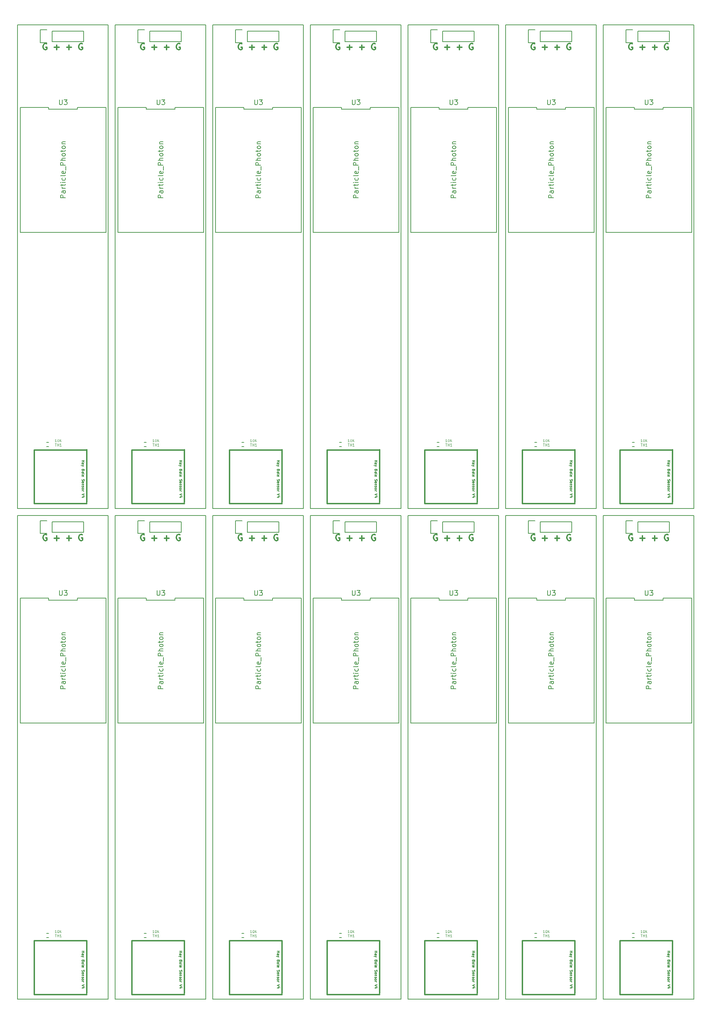
<source format=gto>
G04 #@! TF.FileFunction,Legend,Top*
%FSLAX46Y46*%
G04 Gerber Fmt 4.6, Leading zero omitted, Abs format (unit mm)*
G04 Created by KiCad (PCBNEW 4.0.1-stable) date 2/13/2017 3:52:04 PM*
%MOMM*%
G01*
G04 APERTURE LIST*
%ADD10C,0.100000*%
%ADD11C,0.304800*%
%ADD12C,0.152400*%
%ADD13C,0.200000*%
%ADD14C,0.300000*%
%ADD15C,0.150000*%
%ADD16C,0.050000*%
G04 APERTURE END LIST*
D10*
D11*
X127425600Y-236865800D02*
X127425600Y-249565800D01*
X140100200Y-236840400D02*
X127400200Y-236840400D01*
X140125600Y-249845200D02*
X127425600Y-249845200D01*
X140100200Y-236789600D02*
X140100200Y-249489600D01*
D12*
X138963029Y-239379001D02*
X139572629Y-239379001D01*
X139282343Y-239379001D02*
X139282343Y-239727344D01*
X138963029Y-239727344D02*
X139572629Y-239727344D01*
X138963029Y-240278887D02*
X139282343Y-240278887D01*
X139340400Y-240249858D01*
X139369429Y-240191801D01*
X139369429Y-240075687D01*
X139340400Y-240017630D01*
X138992057Y-240278887D02*
X138963029Y-240220830D01*
X138963029Y-240075687D01*
X138992057Y-240017630D01*
X139050114Y-239988601D01*
X139108171Y-239988601D01*
X139166229Y-240017630D01*
X139195257Y-240075687D01*
X139195257Y-240220830D01*
X139224286Y-240278887D01*
X139369429Y-240511116D02*
X138963029Y-240656259D01*
X139369429Y-240801401D02*
X138963029Y-240656259D01*
X138817886Y-240598201D01*
X138788857Y-240569173D01*
X138759829Y-240511116D01*
X139282343Y-241701287D02*
X139253314Y-241788373D01*
X139224286Y-241817401D01*
X139166229Y-241846430D01*
X139079143Y-241846430D01*
X139021086Y-241817401D01*
X138992057Y-241788373D01*
X138963029Y-241730315D01*
X138963029Y-241498087D01*
X139572629Y-241498087D01*
X139572629Y-241701287D01*
X139543600Y-241759344D01*
X139514571Y-241788373D01*
X139456514Y-241817401D01*
X139398457Y-241817401D01*
X139340400Y-241788373D01*
X139311371Y-241759344D01*
X139282343Y-241701287D01*
X139282343Y-241498087D01*
X138963029Y-242368944D02*
X139282343Y-242368944D01*
X139340400Y-242339915D01*
X139369429Y-242281858D01*
X139369429Y-242165744D01*
X139340400Y-242107687D01*
X138992057Y-242368944D02*
X138963029Y-242310887D01*
X138963029Y-242165744D01*
X138992057Y-242107687D01*
X139050114Y-242078658D01*
X139108171Y-242078658D01*
X139166229Y-242107687D01*
X139195257Y-242165744D01*
X139195257Y-242310887D01*
X139224286Y-242368944D01*
X138963029Y-242746316D02*
X138992057Y-242688258D01*
X139050114Y-242659230D01*
X139572629Y-242659230D01*
X138992057Y-243210772D02*
X138963029Y-243152715D01*
X138963029Y-243036601D01*
X138992057Y-242978544D01*
X139050114Y-242949515D01*
X139282343Y-242949515D01*
X139340400Y-242978544D01*
X139369429Y-243036601D01*
X139369429Y-243152715D01*
X139340400Y-243210772D01*
X139282343Y-243239801D01*
X139224286Y-243239801D01*
X139166229Y-242949515D01*
X138992057Y-243936486D02*
X138963029Y-244023572D01*
X138963029Y-244168715D01*
X138992057Y-244226772D01*
X139021086Y-244255801D01*
X139079143Y-244284829D01*
X139137200Y-244284829D01*
X139195257Y-244255801D01*
X139224286Y-244226772D01*
X139253314Y-244168715D01*
X139282343Y-244052601D01*
X139311371Y-243994543D01*
X139340400Y-243965515D01*
X139398457Y-243936486D01*
X139456514Y-243936486D01*
X139514571Y-243965515D01*
X139543600Y-243994543D01*
X139572629Y-244052601D01*
X139572629Y-244197743D01*
X139543600Y-244284829D01*
X138992057Y-244778314D02*
X138963029Y-244720257D01*
X138963029Y-244604143D01*
X138992057Y-244546086D01*
X139050114Y-244517057D01*
X139282343Y-244517057D01*
X139340400Y-244546086D01*
X139369429Y-244604143D01*
X139369429Y-244720257D01*
X139340400Y-244778314D01*
X139282343Y-244807343D01*
X139224286Y-244807343D01*
X139166229Y-244517057D01*
X139369429Y-245068600D02*
X138963029Y-245068600D01*
X139311371Y-245068600D02*
X139340400Y-245097628D01*
X139369429Y-245155686D01*
X139369429Y-245242771D01*
X139340400Y-245300828D01*
X139282343Y-245329857D01*
X138963029Y-245329857D01*
X138992057Y-245591114D02*
X138963029Y-245649171D01*
X138963029Y-245765286D01*
X138992057Y-245823343D01*
X139050114Y-245852371D01*
X139079143Y-245852371D01*
X139137200Y-245823343D01*
X139166229Y-245765286D01*
X139166229Y-245678200D01*
X139195257Y-245620143D01*
X139253314Y-245591114D01*
X139282343Y-245591114D01*
X139340400Y-245620143D01*
X139369429Y-245678200D01*
X139369429Y-245765286D01*
X139340400Y-245823343D01*
X138963029Y-246200715D02*
X138992057Y-246142657D01*
X139021086Y-246113629D01*
X139079143Y-246084600D01*
X139253314Y-246084600D01*
X139311371Y-246113629D01*
X139340400Y-246142657D01*
X139369429Y-246200715D01*
X139369429Y-246287800D01*
X139340400Y-246345857D01*
X139311371Y-246374886D01*
X139253314Y-246403915D01*
X139079143Y-246403915D01*
X139021086Y-246374886D01*
X138992057Y-246345857D01*
X138963029Y-246287800D01*
X138963029Y-246200715D01*
X138963029Y-246665172D02*
X139369429Y-246665172D01*
X139253314Y-246665172D02*
X139311371Y-246694200D01*
X139340400Y-246723229D01*
X139369429Y-246781286D01*
X139369429Y-246839343D01*
X139572629Y-247419914D02*
X138963029Y-247623114D01*
X139572629Y-247826314D01*
X139369429Y-248290771D02*
X138963029Y-248290771D01*
X139601657Y-248145628D02*
X139166229Y-248000485D01*
X139166229Y-248377857D01*
D13*
X127448400Y-249095400D02*
X127448400Y-249857400D01*
X127372200Y-249501800D02*
X127372200Y-249857400D01*
X127372200Y-249857400D02*
X127524600Y-249857400D01*
X127524600Y-249857400D02*
X127473800Y-249857400D01*
X127473800Y-249857400D02*
X127473800Y-249501800D01*
X140046800Y-249451000D02*
X140046800Y-249908200D01*
X140046800Y-249908200D02*
X140173800Y-249908200D01*
X140173800Y-249908200D02*
X140123000Y-249908200D01*
X140123000Y-249908200D02*
X140148400Y-249908200D01*
X140148400Y-249908200D02*
X140148400Y-249400200D01*
D14*
X130428629Y-138592000D02*
X130285772Y-138520571D01*
X130071486Y-138520571D01*
X129857201Y-138592000D01*
X129714343Y-138734857D01*
X129642915Y-138877714D01*
X129571486Y-139163429D01*
X129571486Y-139377714D01*
X129642915Y-139663429D01*
X129714343Y-139806286D01*
X129857201Y-139949143D01*
X130071486Y-140020571D01*
X130214343Y-140020571D01*
X130428629Y-139949143D01*
X130500058Y-139877714D01*
X130500058Y-139377714D01*
X130214343Y-139377714D01*
X132285772Y-139449143D02*
X133428629Y-139449143D01*
X132857200Y-140020571D02*
X132857200Y-138877714D01*
X135285772Y-139449143D02*
X136428629Y-139449143D01*
X135857200Y-140020571D02*
X135857200Y-138877714D01*
X139071486Y-138592000D02*
X138928629Y-138520571D01*
X138714343Y-138520571D01*
X138500058Y-138592000D01*
X138357200Y-138734857D01*
X138285772Y-138877714D01*
X138214343Y-139163429D01*
X138214343Y-139377714D01*
X138285772Y-139663429D01*
X138357200Y-139806286D01*
X138500058Y-139949143D01*
X138714343Y-140020571D01*
X138857200Y-140020571D01*
X139071486Y-139949143D01*
X139142915Y-139877714D01*
X139142915Y-139377714D01*
X138857200Y-139377714D01*
D13*
X123333600Y-133982600D02*
X145279200Y-133982600D01*
X145279200Y-133982600D02*
X145279200Y-250975000D01*
X145279200Y-250975000D02*
X123333600Y-250975000D01*
X123333600Y-250975000D02*
X123333600Y-133982600D01*
X123333600Y-133982600D02*
X123409800Y-133982600D01*
X123333600Y-15237600D02*
X123409800Y-15237600D01*
X123333600Y-132230000D02*
X123333600Y-15237600D01*
X145279200Y-132230000D02*
X123333600Y-132230000D01*
X145279200Y-15237600D02*
X145279200Y-132230000D01*
X123333600Y-15237600D02*
X145279200Y-15237600D01*
D14*
X130428629Y-19847000D02*
X130285772Y-19775571D01*
X130071486Y-19775571D01*
X129857201Y-19847000D01*
X129714343Y-19989857D01*
X129642915Y-20132714D01*
X129571486Y-20418429D01*
X129571486Y-20632714D01*
X129642915Y-20918429D01*
X129714343Y-21061286D01*
X129857201Y-21204143D01*
X130071486Y-21275571D01*
X130214343Y-21275571D01*
X130428629Y-21204143D01*
X130500058Y-21132714D01*
X130500058Y-20632714D01*
X130214343Y-20632714D01*
X132285772Y-20704143D02*
X133428629Y-20704143D01*
X132857200Y-21275571D02*
X132857200Y-20132714D01*
X135285772Y-20704143D02*
X136428629Y-20704143D01*
X135857200Y-21275571D02*
X135857200Y-20132714D01*
X139071486Y-19847000D02*
X138928629Y-19775571D01*
X138714343Y-19775571D01*
X138500058Y-19847000D01*
X138357200Y-19989857D01*
X138285772Y-20132714D01*
X138214343Y-20418429D01*
X138214343Y-20632714D01*
X138285772Y-20918429D01*
X138357200Y-21061286D01*
X138500058Y-21204143D01*
X138714343Y-21275571D01*
X138857200Y-21275571D01*
X139071486Y-21204143D01*
X139142915Y-21132714D01*
X139142915Y-20632714D01*
X138857200Y-20632714D01*
D13*
X140148400Y-131163200D02*
X140148400Y-130655200D01*
X140123000Y-131163200D02*
X140148400Y-131163200D01*
X140173800Y-131163200D02*
X140123000Y-131163200D01*
X140046800Y-131163200D02*
X140173800Y-131163200D01*
X140046800Y-130706000D02*
X140046800Y-131163200D01*
X127473800Y-131112400D02*
X127473800Y-130756800D01*
X127524600Y-131112400D02*
X127473800Y-131112400D01*
X127372200Y-131112400D02*
X127524600Y-131112400D01*
X127372200Y-130756800D02*
X127372200Y-131112400D01*
X127448400Y-130350400D02*
X127448400Y-131112400D01*
D12*
X138963029Y-120634001D02*
X139572629Y-120634001D01*
X139282343Y-120634001D02*
X139282343Y-120982344D01*
X138963029Y-120982344D02*
X139572629Y-120982344D01*
X138963029Y-121533887D02*
X139282343Y-121533887D01*
X139340400Y-121504858D01*
X139369429Y-121446801D01*
X139369429Y-121330687D01*
X139340400Y-121272630D01*
X138992057Y-121533887D02*
X138963029Y-121475830D01*
X138963029Y-121330687D01*
X138992057Y-121272630D01*
X139050114Y-121243601D01*
X139108171Y-121243601D01*
X139166229Y-121272630D01*
X139195257Y-121330687D01*
X139195257Y-121475830D01*
X139224286Y-121533887D01*
X139369429Y-121766116D02*
X138963029Y-121911259D01*
X139369429Y-122056401D02*
X138963029Y-121911259D01*
X138817886Y-121853201D01*
X138788857Y-121824173D01*
X138759829Y-121766116D01*
X139282343Y-122956287D02*
X139253314Y-123043373D01*
X139224286Y-123072401D01*
X139166229Y-123101430D01*
X139079143Y-123101430D01*
X139021086Y-123072401D01*
X138992057Y-123043373D01*
X138963029Y-122985315D01*
X138963029Y-122753087D01*
X139572629Y-122753087D01*
X139572629Y-122956287D01*
X139543600Y-123014344D01*
X139514571Y-123043373D01*
X139456514Y-123072401D01*
X139398457Y-123072401D01*
X139340400Y-123043373D01*
X139311371Y-123014344D01*
X139282343Y-122956287D01*
X139282343Y-122753087D01*
X138963029Y-123623944D02*
X139282343Y-123623944D01*
X139340400Y-123594915D01*
X139369429Y-123536858D01*
X139369429Y-123420744D01*
X139340400Y-123362687D01*
X138992057Y-123623944D02*
X138963029Y-123565887D01*
X138963029Y-123420744D01*
X138992057Y-123362687D01*
X139050114Y-123333658D01*
X139108171Y-123333658D01*
X139166229Y-123362687D01*
X139195257Y-123420744D01*
X139195257Y-123565887D01*
X139224286Y-123623944D01*
X138963029Y-124001316D02*
X138992057Y-123943258D01*
X139050114Y-123914230D01*
X139572629Y-123914230D01*
X138992057Y-124465772D02*
X138963029Y-124407715D01*
X138963029Y-124291601D01*
X138992057Y-124233544D01*
X139050114Y-124204515D01*
X139282343Y-124204515D01*
X139340400Y-124233544D01*
X139369429Y-124291601D01*
X139369429Y-124407715D01*
X139340400Y-124465772D01*
X139282343Y-124494801D01*
X139224286Y-124494801D01*
X139166229Y-124204515D01*
X138992057Y-125191486D02*
X138963029Y-125278572D01*
X138963029Y-125423715D01*
X138992057Y-125481772D01*
X139021086Y-125510801D01*
X139079143Y-125539829D01*
X139137200Y-125539829D01*
X139195257Y-125510801D01*
X139224286Y-125481772D01*
X139253314Y-125423715D01*
X139282343Y-125307601D01*
X139311371Y-125249543D01*
X139340400Y-125220515D01*
X139398457Y-125191486D01*
X139456514Y-125191486D01*
X139514571Y-125220515D01*
X139543600Y-125249543D01*
X139572629Y-125307601D01*
X139572629Y-125452743D01*
X139543600Y-125539829D01*
X138992057Y-126033314D02*
X138963029Y-125975257D01*
X138963029Y-125859143D01*
X138992057Y-125801086D01*
X139050114Y-125772057D01*
X139282343Y-125772057D01*
X139340400Y-125801086D01*
X139369429Y-125859143D01*
X139369429Y-125975257D01*
X139340400Y-126033314D01*
X139282343Y-126062343D01*
X139224286Y-126062343D01*
X139166229Y-125772057D01*
X139369429Y-126323600D02*
X138963029Y-126323600D01*
X139311371Y-126323600D02*
X139340400Y-126352628D01*
X139369429Y-126410686D01*
X139369429Y-126497771D01*
X139340400Y-126555828D01*
X139282343Y-126584857D01*
X138963029Y-126584857D01*
X138992057Y-126846114D02*
X138963029Y-126904171D01*
X138963029Y-127020286D01*
X138992057Y-127078343D01*
X139050114Y-127107371D01*
X139079143Y-127107371D01*
X139137200Y-127078343D01*
X139166229Y-127020286D01*
X139166229Y-126933200D01*
X139195257Y-126875143D01*
X139253314Y-126846114D01*
X139282343Y-126846114D01*
X139340400Y-126875143D01*
X139369429Y-126933200D01*
X139369429Y-127020286D01*
X139340400Y-127078343D01*
X138963029Y-127455715D02*
X138992057Y-127397657D01*
X139021086Y-127368629D01*
X139079143Y-127339600D01*
X139253314Y-127339600D01*
X139311371Y-127368629D01*
X139340400Y-127397657D01*
X139369429Y-127455715D01*
X139369429Y-127542800D01*
X139340400Y-127600857D01*
X139311371Y-127629886D01*
X139253314Y-127658915D01*
X139079143Y-127658915D01*
X139021086Y-127629886D01*
X138992057Y-127600857D01*
X138963029Y-127542800D01*
X138963029Y-127455715D01*
X138963029Y-127920172D02*
X139369429Y-127920172D01*
X139253314Y-127920172D02*
X139311371Y-127949200D01*
X139340400Y-127978229D01*
X139369429Y-128036286D01*
X139369429Y-128094343D01*
X139572629Y-128674914D02*
X138963029Y-128878114D01*
X139572629Y-129081314D01*
X139369429Y-129545771D02*
X138963029Y-129545771D01*
X139601657Y-129400628D02*
X139166229Y-129255485D01*
X139166229Y-129632857D01*
D11*
X140100200Y-118044600D02*
X140100200Y-130744600D01*
X140125600Y-131100200D02*
X127425600Y-131100200D01*
X140100200Y-118095400D02*
X127400200Y-118095400D01*
X127425600Y-118120800D02*
X127425600Y-130820800D01*
X174669600Y-118120800D02*
X174669600Y-130820800D01*
X187344200Y-118095400D02*
X174644200Y-118095400D01*
X187369600Y-131100200D02*
X174669600Y-131100200D01*
X187344200Y-118044600D02*
X187344200Y-130744600D01*
D12*
X186207029Y-120634001D02*
X186816629Y-120634001D01*
X186526343Y-120634001D02*
X186526343Y-120982344D01*
X186207029Y-120982344D02*
X186816629Y-120982344D01*
X186207029Y-121533887D02*
X186526343Y-121533887D01*
X186584400Y-121504858D01*
X186613429Y-121446801D01*
X186613429Y-121330687D01*
X186584400Y-121272630D01*
X186236057Y-121533887D02*
X186207029Y-121475830D01*
X186207029Y-121330687D01*
X186236057Y-121272630D01*
X186294114Y-121243601D01*
X186352171Y-121243601D01*
X186410229Y-121272630D01*
X186439257Y-121330687D01*
X186439257Y-121475830D01*
X186468286Y-121533887D01*
X186613429Y-121766116D02*
X186207029Y-121911259D01*
X186613429Y-122056401D02*
X186207029Y-121911259D01*
X186061886Y-121853201D01*
X186032857Y-121824173D01*
X186003829Y-121766116D01*
X186526343Y-122956287D02*
X186497314Y-123043373D01*
X186468286Y-123072401D01*
X186410229Y-123101430D01*
X186323143Y-123101430D01*
X186265086Y-123072401D01*
X186236057Y-123043373D01*
X186207029Y-122985315D01*
X186207029Y-122753087D01*
X186816629Y-122753087D01*
X186816629Y-122956287D01*
X186787600Y-123014344D01*
X186758571Y-123043373D01*
X186700514Y-123072401D01*
X186642457Y-123072401D01*
X186584400Y-123043373D01*
X186555371Y-123014344D01*
X186526343Y-122956287D01*
X186526343Y-122753087D01*
X186207029Y-123623944D02*
X186526343Y-123623944D01*
X186584400Y-123594915D01*
X186613429Y-123536858D01*
X186613429Y-123420744D01*
X186584400Y-123362687D01*
X186236057Y-123623944D02*
X186207029Y-123565887D01*
X186207029Y-123420744D01*
X186236057Y-123362687D01*
X186294114Y-123333658D01*
X186352171Y-123333658D01*
X186410229Y-123362687D01*
X186439257Y-123420744D01*
X186439257Y-123565887D01*
X186468286Y-123623944D01*
X186207029Y-124001316D02*
X186236057Y-123943258D01*
X186294114Y-123914230D01*
X186816629Y-123914230D01*
X186236057Y-124465772D02*
X186207029Y-124407715D01*
X186207029Y-124291601D01*
X186236057Y-124233544D01*
X186294114Y-124204515D01*
X186526343Y-124204515D01*
X186584400Y-124233544D01*
X186613429Y-124291601D01*
X186613429Y-124407715D01*
X186584400Y-124465772D01*
X186526343Y-124494801D01*
X186468286Y-124494801D01*
X186410229Y-124204515D01*
X186236057Y-125191486D02*
X186207029Y-125278572D01*
X186207029Y-125423715D01*
X186236057Y-125481772D01*
X186265086Y-125510801D01*
X186323143Y-125539829D01*
X186381200Y-125539829D01*
X186439257Y-125510801D01*
X186468286Y-125481772D01*
X186497314Y-125423715D01*
X186526343Y-125307601D01*
X186555371Y-125249543D01*
X186584400Y-125220515D01*
X186642457Y-125191486D01*
X186700514Y-125191486D01*
X186758571Y-125220515D01*
X186787600Y-125249543D01*
X186816629Y-125307601D01*
X186816629Y-125452743D01*
X186787600Y-125539829D01*
X186236057Y-126033314D02*
X186207029Y-125975257D01*
X186207029Y-125859143D01*
X186236057Y-125801086D01*
X186294114Y-125772057D01*
X186526343Y-125772057D01*
X186584400Y-125801086D01*
X186613429Y-125859143D01*
X186613429Y-125975257D01*
X186584400Y-126033314D01*
X186526343Y-126062343D01*
X186468286Y-126062343D01*
X186410229Y-125772057D01*
X186613429Y-126323600D02*
X186207029Y-126323600D01*
X186555371Y-126323600D02*
X186584400Y-126352628D01*
X186613429Y-126410686D01*
X186613429Y-126497771D01*
X186584400Y-126555828D01*
X186526343Y-126584857D01*
X186207029Y-126584857D01*
X186236057Y-126846114D02*
X186207029Y-126904171D01*
X186207029Y-127020286D01*
X186236057Y-127078343D01*
X186294114Y-127107371D01*
X186323143Y-127107371D01*
X186381200Y-127078343D01*
X186410229Y-127020286D01*
X186410229Y-126933200D01*
X186439257Y-126875143D01*
X186497314Y-126846114D01*
X186526343Y-126846114D01*
X186584400Y-126875143D01*
X186613429Y-126933200D01*
X186613429Y-127020286D01*
X186584400Y-127078343D01*
X186207029Y-127455715D02*
X186236057Y-127397657D01*
X186265086Y-127368629D01*
X186323143Y-127339600D01*
X186497314Y-127339600D01*
X186555371Y-127368629D01*
X186584400Y-127397657D01*
X186613429Y-127455715D01*
X186613429Y-127542800D01*
X186584400Y-127600857D01*
X186555371Y-127629886D01*
X186497314Y-127658915D01*
X186323143Y-127658915D01*
X186265086Y-127629886D01*
X186236057Y-127600857D01*
X186207029Y-127542800D01*
X186207029Y-127455715D01*
X186207029Y-127920172D02*
X186613429Y-127920172D01*
X186497314Y-127920172D02*
X186555371Y-127949200D01*
X186584400Y-127978229D01*
X186613429Y-128036286D01*
X186613429Y-128094343D01*
X186816629Y-128674914D02*
X186207029Y-128878114D01*
X186816629Y-129081314D01*
X186613429Y-129545771D02*
X186207029Y-129545771D01*
X186845657Y-129400628D02*
X186410229Y-129255485D01*
X186410229Y-129632857D01*
D13*
X174692400Y-130350400D02*
X174692400Y-131112400D01*
X174616200Y-130756800D02*
X174616200Y-131112400D01*
X174616200Y-131112400D02*
X174768600Y-131112400D01*
X174768600Y-131112400D02*
X174717800Y-131112400D01*
X174717800Y-131112400D02*
X174717800Y-130756800D01*
X187290800Y-130706000D02*
X187290800Y-131163200D01*
X187290800Y-131163200D02*
X187417800Y-131163200D01*
X187417800Y-131163200D02*
X187367000Y-131163200D01*
X187367000Y-131163200D02*
X187392400Y-131163200D01*
X187392400Y-131163200D02*
X187392400Y-130655200D01*
D14*
X177672629Y-19847000D02*
X177529772Y-19775571D01*
X177315486Y-19775571D01*
X177101201Y-19847000D01*
X176958343Y-19989857D01*
X176886915Y-20132714D01*
X176815486Y-20418429D01*
X176815486Y-20632714D01*
X176886915Y-20918429D01*
X176958343Y-21061286D01*
X177101201Y-21204143D01*
X177315486Y-21275571D01*
X177458343Y-21275571D01*
X177672629Y-21204143D01*
X177744058Y-21132714D01*
X177744058Y-20632714D01*
X177458343Y-20632714D01*
X179529772Y-20704143D02*
X180672629Y-20704143D01*
X180101200Y-21275571D02*
X180101200Y-20132714D01*
X182529772Y-20704143D02*
X183672629Y-20704143D01*
X183101200Y-21275571D02*
X183101200Y-20132714D01*
X186315486Y-19847000D02*
X186172629Y-19775571D01*
X185958343Y-19775571D01*
X185744058Y-19847000D01*
X185601200Y-19989857D01*
X185529772Y-20132714D01*
X185458343Y-20418429D01*
X185458343Y-20632714D01*
X185529772Y-20918429D01*
X185601200Y-21061286D01*
X185744058Y-21204143D01*
X185958343Y-21275571D01*
X186101200Y-21275571D01*
X186315486Y-21204143D01*
X186386915Y-21132714D01*
X186386915Y-20632714D01*
X186101200Y-20632714D01*
D13*
X170577600Y-15237600D02*
X192523200Y-15237600D01*
X192523200Y-15237600D02*
X192523200Y-132230000D01*
X192523200Y-132230000D02*
X170577600Y-132230000D01*
X170577600Y-132230000D02*
X170577600Y-15237600D01*
X170577600Y-15237600D02*
X170653800Y-15237600D01*
X170577600Y-133982600D02*
X170653800Y-133982600D01*
X170577600Y-250975000D02*
X170577600Y-133982600D01*
X192523200Y-250975000D02*
X170577600Y-250975000D01*
X192523200Y-133982600D02*
X192523200Y-250975000D01*
X170577600Y-133982600D02*
X192523200Y-133982600D01*
D14*
X177672629Y-138592000D02*
X177529772Y-138520571D01*
X177315486Y-138520571D01*
X177101201Y-138592000D01*
X176958343Y-138734857D01*
X176886915Y-138877714D01*
X176815486Y-139163429D01*
X176815486Y-139377714D01*
X176886915Y-139663429D01*
X176958343Y-139806286D01*
X177101201Y-139949143D01*
X177315486Y-140020571D01*
X177458343Y-140020571D01*
X177672629Y-139949143D01*
X177744058Y-139877714D01*
X177744058Y-139377714D01*
X177458343Y-139377714D01*
X179529772Y-139449143D02*
X180672629Y-139449143D01*
X180101200Y-140020571D02*
X180101200Y-138877714D01*
X182529772Y-139449143D02*
X183672629Y-139449143D01*
X183101200Y-140020571D02*
X183101200Y-138877714D01*
X186315486Y-138592000D02*
X186172629Y-138520571D01*
X185958343Y-138520571D01*
X185744058Y-138592000D01*
X185601200Y-138734857D01*
X185529772Y-138877714D01*
X185458343Y-139163429D01*
X185458343Y-139377714D01*
X185529772Y-139663429D01*
X185601200Y-139806286D01*
X185744058Y-139949143D01*
X185958343Y-140020571D01*
X186101200Y-140020571D01*
X186315486Y-139949143D01*
X186386915Y-139877714D01*
X186386915Y-139377714D01*
X186101200Y-139377714D01*
D13*
X187392400Y-249908200D02*
X187392400Y-249400200D01*
X187367000Y-249908200D02*
X187392400Y-249908200D01*
X187417800Y-249908200D02*
X187367000Y-249908200D01*
X187290800Y-249908200D02*
X187417800Y-249908200D01*
X187290800Y-249451000D02*
X187290800Y-249908200D01*
X174717800Y-249857400D02*
X174717800Y-249501800D01*
X174768600Y-249857400D02*
X174717800Y-249857400D01*
X174616200Y-249857400D02*
X174768600Y-249857400D01*
X174616200Y-249501800D02*
X174616200Y-249857400D01*
X174692400Y-249095400D02*
X174692400Y-249857400D01*
D12*
X186207029Y-239379001D02*
X186816629Y-239379001D01*
X186526343Y-239379001D02*
X186526343Y-239727344D01*
X186207029Y-239727344D02*
X186816629Y-239727344D01*
X186207029Y-240278887D02*
X186526343Y-240278887D01*
X186584400Y-240249858D01*
X186613429Y-240191801D01*
X186613429Y-240075687D01*
X186584400Y-240017630D01*
X186236057Y-240278887D02*
X186207029Y-240220830D01*
X186207029Y-240075687D01*
X186236057Y-240017630D01*
X186294114Y-239988601D01*
X186352171Y-239988601D01*
X186410229Y-240017630D01*
X186439257Y-240075687D01*
X186439257Y-240220830D01*
X186468286Y-240278887D01*
X186613429Y-240511116D02*
X186207029Y-240656259D01*
X186613429Y-240801401D02*
X186207029Y-240656259D01*
X186061886Y-240598201D01*
X186032857Y-240569173D01*
X186003829Y-240511116D01*
X186526343Y-241701287D02*
X186497314Y-241788373D01*
X186468286Y-241817401D01*
X186410229Y-241846430D01*
X186323143Y-241846430D01*
X186265086Y-241817401D01*
X186236057Y-241788373D01*
X186207029Y-241730315D01*
X186207029Y-241498087D01*
X186816629Y-241498087D01*
X186816629Y-241701287D01*
X186787600Y-241759344D01*
X186758571Y-241788373D01*
X186700514Y-241817401D01*
X186642457Y-241817401D01*
X186584400Y-241788373D01*
X186555371Y-241759344D01*
X186526343Y-241701287D01*
X186526343Y-241498087D01*
X186207029Y-242368944D02*
X186526343Y-242368944D01*
X186584400Y-242339915D01*
X186613429Y-242281858D01*
X186613429Y-242165744D01*
X186584400Y-242107687D01*
X186236057Y-242368944D02*
X186207029Y-242310887D01*
X186207029Y-242165744D01*
X186236057Y-242107687D01*
X186294114Y-242078658D01*
X186352171Y-242078658D01*
X186410229Y-242107687D01*
X186439257Y-242165744D01*
X186439257Y-242310887D01*
X186468286Y-242368944D01*
X186207029Y-242746316D02*
X186236057Y-242688258D01*
X186294114Y-242659230D01*
X186816629Y-242659230D01*
X186236057Y-243210772D02*
X186207029Y-243152715D01*
X186207029Y-243036601D01*
X186236057Y-242978544D01*
X186294114Y-242949515D01*
X186526343Y-242949515D01*
X186584400Y-242978544D01*
X186613429Y-243036601D01*
X186613429Y-243152715D01*
X186584400Y-243210772D01*
X186526343Y-243239801D01*
X186468286Y-243239801D01*
X186410229Y-242949515D01*
X186236057Y-243936486D02*
X186207029Y-244023572D01*
X186207029Y-244168715D01*
X186236057Y-244226772D01*
X186265086Y-244255801D01*
X186323143Y-244284829D01*
X186381200Y-244284829D01*
X186439257Y-244255801D01*
X186468286Y-244226772D01*
X186497314Y-244168715D01*
X186526343Y-244052601D01*
X186555371Y-243994543D01*
X186584400Y-243965515D01*
X186642457Y-243936486D01*
X186700514Y-243936486D01*
X186758571Y-243965515D01*
X186787600Y-243994543D01*
X186816629Y-244052601D01*
X186816629Y-244197743D01*
X186787600Y-244284829D01*
X186236057Y-244778314D02*
X186207029Y-244720257D01*
X186207029Y-244604143D01*
X186236057Y-244546086D01*
X186294114Y-244517057D01*
X186526343Y-244517057D01*
X186584400Y-244546086D01*
X186613429Y-244604143D01*
X186613429Y-244720257D01*
X186584400Y-244778314D01*
X186526343Y-244807343D01*
X186468286Y-244807343D01*
X186410229Y-244517057D01*
X186613429Y-245068600D02*
X186207029Y-245068600D01*
X186555371Y-245068600D02*
X186584400Y-245097628D01*
X186613429Y-245155686D01*
X186613429Y-245242771D01*
X186584400Y-245300828D01*
X186526343Y-245329857D01*
X186207029Y-245329857D01*
X186236057Y-245591114D02*
X186207029Y-245649171D01*
X186207029Y-245765286D01*
X186236057Y-245823343D01*
X186294114Y-245852371D01*
X186323143Y-245852371D01*
X186381200Y-245823343D01*
X186410229Y-245765286D01*
X186410229Y-245678200D01*
X186439257Y-245620143D01*
X186497314Y-245591114D01*
X186526343Y-245591114D01*
X186584400Y-245620143D01*
X186613429Y-245678200D01*
X186613429Y-245765286D01*
X186584400Y-245823343D01*
X186207029Y-246200715D02*
X186236057Y-246142657D01*
X186265086Y-246113629D01*
X186323143Y-246084600D01*
X186497314Y-246084600D01*
X186555371Y-246113629D01*
X186584400Y-246142657D01*
X186613429Y-246200715D01*
X186613429Y-246287800D01*
X186584400Y-246345857D01*
X186555371Y-246374886D01*
X186497314Y-246403915D01*
X186323143Y-246403915D01*
X186265086Y-246374886D01*
X186236057Y-246345857D01*
X186207029Y-246287800D01*
X186207029Y-246200715D01*
X186207029Y-246665172D02*
X186613429Y-246665172D01*
X186497314Y-246665172D02*
X186555371Y-246694200D01*
X186584400Y-246723229D01*
X186613429Y-246781286D01*
X186613429Y-246839343D01*
X186816629Y-247419914D02*
X186207029Y-247623114D01*
X186816629Y-247826314D01*
X186613429Y-248290771D02*
X186207029Y-248290771D01*
X186845657Y-248145628D02*
X186410229Y-248000485D01*
X186410229Y-248377857D01*
D11*
X187344200Y-236789600D02*
X187344200Y-249489600D01*
X187369600Y-249845200D02*
X174669600Y-249845200D01*
X187344200Y-236840400D02*
X174644200Y-236840400D01*
X174669600Y-236865800D02*
X174669600Y-249565800D01*
X151047600Y-236865800D02*
X151047600Y-249565800D01*
X163722200Y-236840400D02*
X151022200Y-236840400D01*
X163747600Y-249845200D02*
X151047600Y-249845200D01*
X163722200Y-236789600D02*
X163722200Y-249489600D01*
D12*
X162585029Y-239379001D02*
X163194629Y-239379001D01*
X162904343Y-239379001D02*
X162904343Y-239727344D01*
X162585029Y-239727344D02*
X163194629Y-239727344D01*
X162585029Y-240278887D02*
X162904343Y-240278887D01*
X162962400Y-240249858D01*
X162991429Y-240191801D01*
X162991429Y-240075687D01*
X162962400Y-240017630D01*
X162614057Y-240278887D02*
X162585029Y-240220830D01*
X162585029Y-240075687D01*
X162614057Y-240017630D01*
X162672114Y-239988601D01*
X162730171Y-239988601D01*
X162788229Y-240017630D01*
X162817257Y-240075687D01*
X162817257Y-240220830D01*
X162846286Y-240278887D01*
X162991429Y-240511116D02*
X162585029Y-240656259D01*
X162991429Y-240801401D02*
X162585029Y-240656259D01*
X162439886Y-240598201D01*
X162410857Y-240569173D01*
X162381829Y-240511116D01*
X162904343Y-241701287D02*
X162875314Y-241788373D01*
X162846286Y-241817401D01*
X162788229Y-241846430D01*
X162701143Y-241846430D01*
X162643086Y-241817401D01*
X162614057Y-241788373D01*
X162585029Y-241730315D01*
X162585029Y-241498087D01*
X163194629Y-241498087D01*
X163194629Y-241701287D01*
X163165600Y-241759344D01*
X163136571Y-241788373D01*
X163078514Y-241817401D01*
X163020457Y-241817401D01*
X162962400Y-241788373D01*
X162933371Y-241759344D01*
X162904343Y-241701287D01*
X162904343Y-241498087D01*
X162585029Y-242368944D02*
X162904343Y-242368944D01*
X162962400Y-242339915D01*
X162991429Y-242281858D01*
X162991429Y-242165744D01*
X162962400Y-242107687D01*
X162614057Y-242368944D02*
X162585029Y-242310887D01*
X162585029Y-242165744D01*
X162614057Y-242107687D01*
X162672114Y-242078658D01*
X162730171Y-242078658D01*
X162788229Y-242107687D01*
X162817257Y-242165744D01*
X162817257Y-242310887D01*
X162846286Y-242368944D01*
X162585029Y-242746316D02*
X162614057Y-242688258D01*
X162672114Y-242659230D01*
X163194629Y-242659230D01*
X162614057Y-243210772D02*
X162585029Y-243152715D01*
X162585029Y-243036601D01*
X162614057Y-242978544D01*
X162672114Y-242949515D01*
X162904343Y-242949515D01*
X162962400Y-242978544D01*
X162991429Y-243036601D01*
X162991429Y-243152715D01*
X162962400Y-243210772D01*
X162904343Y-243239801D01*
X162846286Y-243239801D01*
X162788229Y-242949515D01*
X162614057Y-243936486D02*
X162585029Y-244023572D01*
X162585029Y-244168715D01*
X162614057Y-244226772D01*
X162643086Y-244255801D01*
X162701143Y-244284829D01*
X162759200Y-244284829D01*
X162817257Y-244255801D01*
X162846286Y-244226772D01*
X162875314Y-244168715D01*
X162904343Y-244052601D01*
X162933371Y-243994543D01*
X162962400Y-243965515D01*
X163020457Y-243936486D01*
X163078514Y-243936486D01*
X163136571Y-243965515D01*
X163165600Y-243994543D01*
X163194629Y-244052601D01*
X163194629Y-244197743D01*
X163165600Y-244284829D01*
X162614057Y-244778314D02*
X162585029Y-244720257D01*
X162585029Y-244604143D01*
X162614057Y-244546086D01*
X162672114Y-244517057D01*
X162904343Y-244517057D01*
X162962400Y-244546086D01*
X162991429Y-244604143D01*
X162991429Y-244720257D01*
X162962400Y-244778314D01*
X162904343Y-244807343D01*
X162846286Y-244807343D01*
X162788229Y-244517057D01*
X162991429Y-245068600D02*
X162585029Y-245068600D01*
X162933371Y-245068600D02*
X162962400Y-245097628D01*
X162991429Y-245155686D01*
X162991429Y-245242771D01*
X162962400Y-245300828D01*
X162904343Y-245329857D01*
X162585029Y-245329857D01*
X162614057Y-245591114D02*
X162585029Y-245649171D01*
X162585029Y-245765286D01*
X162614057Y-245823343D01*
X162672114Y-245852371D01*
X162701143Y-245852371D01*
X162759200Y-245823343D01*
X162788229Y-245765286D01*
X162788229Y-245678200D01*
X162817257Y-245620143D01*
X162875314Y-245591114D01*
X162904343Y-245591114D01*
X162962400Y-245620143D01*
X162991429Y-245678200D01*
X162991429Y-245765286D01*
X162962400Y-245823343D01*
X162585029Y-246200715D02*
X162614057Y-246142657D01*
X162643086Y-246113629D01*
X162701143Y-246084600D01*
X162875314Y-246084600D01*
X162933371Y-246113629D01*
X162962400Y-246142657D01*
X162991429Y-246200715D01*
X162991429Y-246287800D01*
X162962400Y-246345857D01*
X162933371Y-246374886D01*
X162875314Y-246403915D01*
X162701143Y-246403915D01*
X162643086Y-246374886D01*
X162614057Y-246345857D01*
X162585029Y-246287800D01*
X162585029Y-246200715D01*
X162585029Y-246665172D02*
X162991429Y-246665172D01*
X162875314Y-246665172D02*
X162933371Y-246694200D01*
X162962400Y-246723229D01*
X162991429Y-246781286D01*
X162991429Y-246839343D01*
X163194629Y-247419914D02*
X162585029Y-247623114D01*
X163194629Y-247826314D01*
X162991429Y-248290771D02*
X162585029Y-248290771D01*
X163223657Y-248145628D02*
X162788229Y-248000485D01*
X162788229Y-248377857D01*
D13*
X151070400Y-249095400D02*
X151070400Y-249857400D01*
X150994200Y-249501800D02*
X150994200Y-249857400D01*
X150994200Y-249857400D02*
X151146600Y-249857400D01*
X151146600Y-249857400D02*
X151095800Y-249857400D01*
X151095800Y-249857400D02*
X151095800Y-249501800D01*
X163668800Y-249451000D02*
X163668800Y-249908200D01*
X163668800Y-249908200D02*
X163795800Y-249908200D01*
X163795800Y-249908200D02*
X163745000Y-249908200D01*
X163745000Y-249908200D02*
X163770400Y-249908200D01*
X163770400Y-249908200D02*
X163770400Y-249400200D01*
D14*
X154050629Y-138592000D02*
X153907772Y-138520571D01*
X153693486Y-138520571D01*
X153479201Y-138592000D01*
X153336343Y-138734857D01*
X153264915Y-138877714D01*
X153193486Y-139163429D01*
X153193486Y-139377714D01*
X153264915Y-139663429D01*
X153336343Y-139806286D01*
X153479201Y-139949143D01*
X153693486Y-140020571D01*
X153836343Y-140020571D01*
X154050629Y-139949143D01*
X154122058Y-139877714D01*
X154122058Y-139377714D01*
X153836343Y-139377714D01*
X155907772Y-139449143D02*
X157050629Y-139449143D01*
X156479200Y-140020571D02*
X156479200Y-138877714D01*
X158907772Y-139449143D02*
X160050629Y-139449143D01*
X159479200Y-140020571D02*
X159479200Y-138877714D01*
X162693486Y-138592000D02*
X162550629Y-138520571D01*
X162336343Y-138520571D01*
X162122058Y-138592000D01*
X161979200Y-138734857D01*
X161907772Y-138877714D01*
X161836343Y-139163429D01*
X161836343Y-139377714D01*
X161907772Y-139663429D01*
X161979200Y-139806286D01*
X162122058Y-139949143D01*
X162336343Y-140020571D01*
X162479200Y-140020571D01*
X162693486Y-139949143D01*
X162764915Y-139877714D01*
X162764915Y-139377714D01*
X162479200Y-139377714D01*
D13*
X146955600Y-133982600D02*
X168901200Y-133982600D01*
X168901200Y-133982600D02*
X168901200Y-250975000D01*
X168901200Y-250975000D02*
X146955600Y-250975000D01*
X146955600Y-250975000D02*
X146955600Y-133982600D01*
X146955600Y-133982600D02*
X147031800Y-133982600D01*
X146955600Y-15237600D02*
X147031800Y-15237600D01*
X146955600Y-132230000D02*
X146955600Y-15237600D01*
X168901200Y-132230000D02*
X146955600Y-132230000D01*
X168901200Y-15237600D02*
X168901200Y-132230000D01*
X146955600Y-15237600D02*
X168901200Y-15237600D01*
D14*
X154050629Y-19847000D02*
X153907772Y-19775571D01*
X153693486Y-19775571D01*
X153479201Y-19847000D01*
X153336343Y-19989857D01*
X153264915Y-20132714D01*
X153193486Y-20418429D01*
X153193486Y-20632714D01*
X153264915Y-20918429D01*
X153336343Y-21061286D01*
X153479201Y-21204143D01*
X153693486Y-21275571D01*
X153836343Y-21275571D01*
X154050629Y-21204143D01*
X154122058Y-21132714D01*
X154122058Y-20632714D01*
X153836343Y-20632714D01*
X155907772Y-20704143D02*
X157050629Y-20704143D01*
X156479200Y-21275571D02*
X156479200Y-20132714D01*
X158907772Y-20704143D02*
X160050629Y-20704143D01*
X159479200Y-21275571D02*
X159479200Y-20132714D01*
X162693486Y-19847000D02*
X162550629Y-19775571D01*
X162336343Y-19775571D01*
X162122058Y-19847000D01*
X161979200Y-19989857D01*
X161907772Y-20132714D01*
X161836343Y-20418429D01*
X161836343Y-20632714D01*
X161907772Y-20918429D01*
X161979200Y-21061286D01*
X162122058Y-21204143D01*
X162336343Y-21275571D01*
X162479200Y-21275571D01*
X162693486Y-21204143D01*
X162764915Y-21132714D01*
X162764915Y-20632714D01*
X162479200Y-20632714D01*
D13*
X163770400Y-131163200D02*
X163770400Y-130655200D01*
X163745000Y-131163200D02*
X163770400Y-131163200D01*
X163795800Y-131163200D02*
X163745000Y-131163200D01*
X163668800Y-131163200D02*
X163795800Y-131163200D01*
X163668800Y-130706000D02*
X163668800Y-131163200D01*
X151095800Y-131112400D02*
X151095800Y-130756800D01*
X151146600Y-131112400D02*
X151095800Y-131112400D01*
X150994200Y-131112400D02*
X151146600Y-131112400D01*
X150994200Y-130756800D02*
X150994200Y-131112400D01*
X151070400Y-130350400D02*
X151070400Y-131112400D01*
D12*
X162585029Y-120634001D02*
X163194629Y-120634001D01*
X162904343Y-120634001D02*
X162904343Y-120982344D01*
X162585029Y-120982344D02*
X163194629Y-120982344D01*
X162585029Y-121533887D02*
X162904343Y-121533887D01*
X162962400Y-121504858D01*
X162991429Y-121446801D01*
X162991429Y-121330687D01*
X162962400Y-121272630D01*
X162614057Y-121533887D02*
X162585029Y-121475830D01*
X162585029Y-121330687D01*
X162614057Y-121272630D01*
X162672114Y-121243601D01*
X162730171Y-121243601D01*
X162788229Y-121272630D01*
X162817257Y-121330687D01*
X162817257Y-121475830D01*
X162846286Y-121533887D01*
X162991429Y-121766116D02*
X162585029Y-121911259D01*
X162991429Y-122056401D02*
X162585029Y-121911259D01*
X162439886Y-121853201D01*
X162410857Y-121824173D01*
X162381829Y-121766116D01*
X162904343Y-122956287D02*
X162875314Y-123043373D01*
X162846286Y-123072401D01*
X162788229Y-123101430D01*
X162701143Y-123101430D01*
X162643086Y-123072401D01*
X162614057Y-123043373D01*
X162585029Y-122985315D01*
X162585029Y-122753087D01*
X163194629Y-122753087D01*
X163194629Y-122956287D01*
X163165600Y-123014344D01*
X163136571Y-123043373D01*
X163078514Y-123072401D01*
X163020457Y-123072401D01*
X162962400Y-123043373D01*
X162933371Y-123014344D01*
X162904343Y-122956287D01*
X162904343Y-122753087D01*
X162585029Y-123623944D02*
X162904343Y-123623944D01*
X162962400Y-123594915D01*
X162991429Y-123536858D01*
X162991429Y-123420744D01*
X162962400Y-123362687D01*
X162614057Y-123623944D02*
X162585029Y-123565887D01*
X162585029Y-123420744D01*
X162614057Y-123362687D01*
X162672114Y-123333658D01*
X162730171Y-123333658D01*
X162788229Y-123362687D01*
X162817257Y-123420744D01*
X162817257Y-123565887D01*
X162846286Y-123623944D01*
X162585029Y-124001316D02*
X162614057Y-123943258D01*
X162672114Y-123914230D01*
X163194629Y-123914230D01*
X162614057Y-124465772D02*
X162585029Y-124407715D01*
X162585029Y-124291601D01*
X162614057Y-124233544D01*
X162672114Y-124204515D01*
X162904343Y-124204515D01*
X162962400Y-124233544D01*
X162991429Y-124291601D01*
X162991429Y-124407715D01*
X162962400Y-124465772D01*
X162904343Y-124494801D01*
X162846286Y-124494801D01*
X162788229Y-124204515D01*
X162614057Y-125191486D02*
X162585029Y-125278572D01*
X162585029Y-125423715D01*
X162614057Y-125481772D01*
X162643086Y-125510801D01*
X162701143Y-125539829D01*
X162759200Y-125539829D01*
X162817257Y-125510801D01*
X162846286Y-125481772D01*
X162875314Y-125423715D01*
X162904343Y-125307601D01*
X162933371Y-125249543D01*
X162962400Y-125220515D01*
X163020457Y-125191486D01*
X163078514Y-125191486D01*
X163136571Y-125220515D01*
X163165600Y-125249543D01*
X163194629Y-125307601D01*
X163194629Y-125452743D01*
X163165600Y-125539829D01*
X162614057Y-126033314D02*
X162585029Y-125975257D01*
X162585029Y-125859143D01*
X162614057Y-125801086D01*
X162672114Y-125772057D01*
X162904343Y-125772057D01*
X162962400Y-125801086D01*
X162991429Y-125859143D01*
X162991429Y-125975257D01*
X162962400Y-126033314D01*
X162904343Y-126062343D01*
X162846286Y-126062343D01*
X162788229Y-125772057D01*
X162991429Y-126323600D02*
X162585029Y-126323600D01*
X162933371Y-126323600D02*
X162962400Y-126352628D01*
X162991429Y-126410686D01*
X162991429Y-126497771D01*
X162962400Y-126555828D01*
X162904343Y-126584857D01*
X162585029Y-126584857D01*
X162614057Y-126846114D02*
X162585029Y-126904171D01*
X162585029Y-127020286D01*
X162614057Y-127078343D01*
X162672114Y-127107371D01*
X162701143Y-127107371D01*
X162759200Y-127078343D01*
X162788229Y-127020286D01*
X162788229Y-126933200D01*
X162817257Y-126875143D01*
X162875314Y-126846114D01*
X162904343Y-126846114D01*
X162962400Y-126875143D01*
X162991429Y-126933200D01*
X162991429Y-127020286D01*
X162962400Y-127078343D01*
X162585029Y-127455715D02*
X162614057Y-127397657D01*
X162643086Y-127368629D01*
X162701143Y-127339600D01*
X162875314Y-127339600D01*
X162933371Y-127368629D01*
X162962400Y-127397657D01*
X162991429Y-127455715D01*
X162991429Y-127542800D01*
X162962400Y-127600857D01*
X162933371Y-127629886D01*
X162875314Y-127658915D01*
X162701143Y-127658915D01*
X162643086Y-127629886D01*
X162614057Y-127600857D01*
X162585029Y-127542800D01*
X162585029Y-127455715D01*
X162585029Y-127920172D02*
X162991429Y-127920172D01*
X162875314Y-127920172D02*
X162933371Y-127949200D01*
X162962400Y-127978229D01*
X162991429Y-128036286D01*
X162991429Y-128094343D01*
X163194629Y-128674914D02*
X162585029Y-128878114D01*
X163194629Y-129081314D01*
X162991429Y-129545771D02*
X162585029Y-129545771D01*
X163223657Y-129400628D02*
X162788229Y-129255485D01*
X162788229Y-129632857D01*
D11*
X163722200Y-118044600D02*
X163722200Y-130744600D01*
X163747600Y-131100200D02*
X151047600Y-131100200D01*
X163722200Y-118095400D02*
X151022200Y-118095400D01*
X151047600Y-118120800D02*
X151047600Y-130820800D01*
X80181600Y-118120800D02*
X80181600Y-130820800D01*
X92856200Y-118095400D02*
X80156200Y-118095400D01*
X92881600Y-131100200D02*
X80181600Y-131100200D01*
X92856200Y-118044600D02*
X92856200Y-130744600D01*
D12*
X91719029Y-120634001D02*
X92328629Y-120634001D01*
X92038343Y-120634001D02*
X92038343Y-120982344D01*
X91719029Y-120982344D02*
X92328629Y-120982344D01*
X91719029Y-121533887D02*
X92038343Y-121533887D01*
X92096400Y-121504858D01*
X92125429Y-121446801D01*
X92125429Y-121330687D01*
X92096400Y-121272630D01*
X91748057Y-121533887D02*
X91719029Y-121475830D01*
X91719029Y-121330687D01*
X91748057Y-121272630D01*
X91806114Y-121243601D01*
X91864171Y-121243601D01*
X91922229Y-121272630D01*
X91951257Y-121330687D01*
X91951257Y-121475830D01*
X91980286Y-121533887D01*
X92125429Y-121766116D02*
X91719029Y-121911259D01*
X92125429Y-122056401D02*
X91719029Y-121911259D01*
X91573886Y-121853201D01*
X91544857Y-121824173D01*
X91515829Y-121766116D01*
X92038343Y-122956287D02*
X92009314Y-123043373D01*
X91980286Y-123072401D01*
X91922229Y-123101430D01*
X91835143Y-123101430D01*
X91777086Y-123072401D01*
X91748057Y-123043373D01*
X91719029Y-122985315D01*
X91719029Y-122753087D01*
X92328629Y-122753087D01*
X92328629Y-122956287D01*
X92299600Y-123014344D01*
X92270571Y-123043373D01*
X92212514Y-123072401D01*
X92154457Y-123072401D01*
X92096400Y-123043373D01*
X92067371Y-123014344D01*
X92038343Y-122956287D01*
X92038343Y-122753087D01*
X91719029Y-123623944D02*
X92038343Y-123623944D01*
X92096400Y-123594915D01*
X92125429Y-123536858D01*
X92125429Y-123420744D01*
X92096400Y-123362687D01*
X91748057Y-123623944D02*
X91719029Y-123565887D01*
X91719029Y-123420744D01*
X91748057Y-123362687D01*
X91806114Y-123333658D01*
X91864171Y-123333658D01*
X91922229Y-123362687D01*
X91951257Y-123420744D01*
X91951257Y-123565887D01*
X91980286Y-123623944D01*
X91719029Y-124001316D02*
X91748057Y-123943258D01*
X91806114Y-123914230D01*
X92328629Y-123914230D01*
X91748057Y-124465772D02*
X91719029Y-124407715D01*
X91719029Y-124291601D01*
X91748057Y-124233544D01*
X91806114Y-124204515D01*
X92038343Y-124204515D01*
X92096400Y-124233544D01*
X92125429Y-124291601D01*
X92125429Y-124407715D01*
X92096400Y-124465772D01*
X92038343Y-124494801D01*
X91980286Y-124494801D01*
X91922229Y-124204515D01*
X91748057Y-125191486D02*
X91719029Y-125278572D01*
X91719029Y-125423715D01*
X91748057Y-125481772D01*
X91777086Y-125510801D01*
X91835143Y-125539829D01*
X91893200Y-125539829D01*
X91951257Y-125510801D01*
X91980286Y-125481772D01*
X92009314Y-125423715D01*
X92038343Y-125307601D01*
X92067371Y-125249543D01*
X92096400Y-125220515D01*
X92154457Y-125191486D01*
X92212514Y-125191486D01*
X92270571Y-125220515D01*
X92299600Y-125249543D01*
X92328629Y-125307601D01*
X92328629Y-125452743D01*
X92299600Y-125539829D01*
X91748057Y-126033314D02*
X91719029Y-125975257D01*
X91719029Y-125859143D01*
X91748057Y-125801086D01*
X91806114Y-125772057D01*
X92038343Y-125772057D01*
X92096400Y-125801086D01*
X92125429Y-125859143D01*
X92125429Y-125975257D01*
X92096400Y-126033314D01*
X92038343Y-126062343D01*
X91980286Y-126062343D01*
X91922229Y-125772057D01*
X92125429Y-126323600D02*
X91719029Y-126323600D01*
X92067371Y-126323600D02*
X92096400Y-126352628D01*
X92125429Y-126410686D01*
X92125429Y-126497771D01*
X92096400Y-126555828D01*
X92038343Y-126584857D01*
X91719029Y-126584857D01*
X91748057Y-126846114D02*
X91719029Y-126904171D01*
X91719029Y-127020286D01*
X91748057Y-127078343D01*
X91806114Y-127107371D01*
X91835143Y-127107371D01*
X91893200Y-127078343D01*
X91922229Y-127020286D01*
X91922229Y-126933200D01*
X91951257Y-126875143D01*
X92009314Y-126846114D01*
X92038343Y-126846114D01*
X92096400Y-126875143D01*
X92125429Y-126933200D01*
X92125429Y-127020286D01*
X92096400Y-127078343D01*
X91719029Y-127455715D02*
X91748057Y-127397657D01*
X91777086Y-127368629D01*
X91835143Y-127339600D01*
X92009314Y-127339600D01*
X92067371Y-127368629D01*
X92096400Y-127397657D01*
X92125429Y-127455715D01*
X92125429Y-127542800D01*
X92096400Y-127600857D01*
X92067371Y-127629886D01*
X92009314Y-127658915D01*
X91835143Y-127658915D01*
X91777086Y-127629886D01*
X91748057Y-127600857D01*
X91719029Y-127542800D01*
X91719029Y-127455715D01*
X91719029Y-127920172D02*
X92125429Y-127920172D01*
X92009314Y-127920172D02*
X92067371Y-127949200D01*
X92096400Y-127978229D01*
X92125429Y-128036286D01*
X92125429Y-128094343D01*
X92328629Y-128674914D02*
X91719029Y-128878114D01*
X92328629Y-129081314D01*
X92125429Y-129545771D02*
X91719029Y-129545771D01*
X92357657Y-129400628D02*
X91922229Y-129255485D01*
X91922229Y-129632857D01*
D13*
X80204400Y-130350400D02*
X80204400Y-131112400D01*
X80128200Y-130756800D02*
X80128200Y-131112400D01*
X80128200Y-131112400D02*
X80280600Y-131112400D01*
X80280600Y-131112400D02*
X80229800Y-131112400D01*
X80229800Y-131112400D02*
X80229800Y-130756800D01*
X92802800Y-130706000D02*
X92802800Y-131163200D01*
X92802800Y-131163200D02*
X92929800Y-131163200D01*
X92929800Y-131163200D02*
X92879000Y-131163200D01*
X92879000Y-131163200D02*
X92904400Y-131163200D01*
X92904400Y-131163200D02*
X92904400Y-130655200D01*
D14*
X83184629Y-19847000D02*
X83041772Y-19775571D01*
X82827486Y-19775571D01*
X82613201Y-19847000D01*
X82470343Y-19989857D01*
X82398915Y-20132714D01*
X82327486Y-20418429D01*
X82327486Y-20632714D01*
X82398915Y-20918429D01*
X82470343Y-21061286D01*
X82613201Y-21204143D01*
X82827486Y-21275571D01*
X82970343Y-21275571D01*
X83184629Y-21204143D01*
X83256058Y-21132714D01*
X83256058Y-20632714D01*
X82970343Y-20632714D01*
X85041772Y-20704143D02*
X86184629Y-20704143D01*
X85613200Y-21275571D02*
X85613200Y-20132714D01*
X88041772Y-20704143D02*
X89184629Y-20704143D01*
X88613200Y-21275571D02*
X88613200Y-20132714D01*
X91827486Y-19847000D02*
X91684629Y-19775571D01*
X91470343Y-19775571D01*
X91256058Y-19847000D01*
X91113200Y-19989857D01*
X91041772Y-20132714D01*
X90970343Y-20418429D01*
X90970343Y-20632714D01*
X91041772Y-20918429D01*
X91113200Y-21061286D01*
X91256058Y-21204143D01*
X91470343Y-21275571D01*
X91613200Y-21275571D01*
X91827486Y-21204143D01*
X91898915Y-21132714D01*
X91898915Y-20632714D01*
X91613200Y-20632714D01*
D13*
X76089600Y-15237600D02*
X98035200Y-15237600D01*
X98035200Y-15237600D02*
X98035200Y-132230000D01*
X98035200Y-132230000D02*
X76089600Y-132230000D01*
X76089600Y-132230000D02*
X76089600Y-15237600D01*
X76089600Y-15237600D02*
X76165800Y-15237600D01*
X76089600Y-133982600D02*
X76165800Y-133982600D01*
X76089600Y-250975000D02*
X76089600Y-133982600D01*
X98035200Y-250975000D02*
X76089600Y-250975000D01*
X98035200Y-133982600D02*
X98035200Y-250975000D01*
X76089600Y-133982600D02*
X98035200Y-133982600D01*
D14*
X83184629Y-138592000D02*
X83041772Y-138520571D01*
X82827486Y-138520571D01*
X82613201Y-138592000D01*
X82470343Y-138734857D01*
X82398915Y-138877714D01*
X82327486Y-139163429D01*
X82327486Y-139377714D01*
X82398915Y-139663429D01*
X82470343Y-139806286D01*
X82613201Y-139949143D01*
X82827486Y-140020571D01*
X82970343Y-140020571D01*
X83184629Y-139949143D01*
X83256058Y-139877714D01*
X83256058Y-139377714D01*
X82970343Y-139377714D01*
X85041772Y-139449143D02*
X86184629Y-139449143D01*
X85613200Y-140020571D02*
X85613200Y-138877714D01*
X88041772Y-139449143D02*
X89184629Y-139449143D01*
X88613200Y-140020571D02*
X88613200Y-138877714D01*
X91827486Y-138592000D02*
X91684629Y-138520571D01*
X91470343Y-138520571D01*
X91256058Y-138592000D01*
X91113200Y-138734857D01*
X91041772Y-138877714D01*
X90970343Y-139163429D01*
X90970343Y-139377714D01*
X91041772Y-139663429D01*
X91113200Y-139806286D01*
X91256058Y-139949143D01*
X91470343Y-140020571D01*
X91613200Y-140020571D01*
X91827486Y-139949143D01*
X91898915Y-139877714D01*
X91898915Y-139377714D01*
X91613200Y-139377714D01*
D13*
X92904400Y-249908200D02*
X92904400Y-249400200D01*
X92879000Y-249908200D02*
X92904400Y-249908200D01*
X92929800Y-249908200D02*
X92879000Y-249908200D01*
X92802800Y-249908200D02*
X92929800Y-249908200D01*
X92802800Y-249451000D02*
X92802800Y-249908200D01*
X80229800Y-249857400D02*
X80229800Y-249501800D01*
X80280600Y-249857400D02*
X80229800Y-249857400D01*
X80128200Y-249857400D02*
X80280600Y-249857400D01*
X80128200Y-249501800D02*
X80128200Y-249857400D01*
X80204400Y-249095400D02*
X80204400Y-249857400D01*
D12*
X91719029Y-239379001D02*
X92328629Y-239379001D01*
X92038343Y-239379001D02*
X92038343Y-239727344D01*
X91719029Y-239727344D02*
X92328629Y-239727344D01*
X91719029Y-240278887D02*
X92038343Y-240278887D01*
X92096400Y-240249858D01*
X92125429Y-240191801D01*
X92125429Y-240075687D01*
X92096400Y-240017630D01*
X91748057Y-240278887D02*
X91719029Y-240220830D01*
X91719029Y-240075687D01*
X91748057Y-240017630D01*
X91806114Y-239988601D01*
X91864171Y-239988601D01*
X91922229Y-240017630D01*
X91951257Y-240075687D01*
X91951257Y-240220830D01*
X91980286Y-240278887D01*
X92125429Y-240511116D02*
X91719029Y-240656259D01*
X92125429Y-240801401D02*
X91719029Y-240656259D01*
X91573886Y-240598201D01*
X91544857Y-240569173D01*
X91515829Y-240511116D01*
X92038343Y-241701287D02*
X92009314Y-241788373D01*
X91980286Y-241817401D01*
X91922229Y-241846430D01*
X91835143Y-241846430D01*
X91777086Y-241817401D01*
X91748057Y-241788373D01*
X91719029Y-241730315D01*
X91719029Y-241498087D01*
X92328629Y-241498087D01*
X92328629Y-241701287D01*
X92299600Y-241759344D01*
X92270571Y-241788373D01*
X92212514Y-241817401D01*
X92154457Y-241817401D01*
X92096400Y-241788373D01*
X92067371Y-241759344D01*
X92038343Y-241701287D01*
X92038343Y-241498087D01*
X91719029Y-242368944D02*
X92038343Y-242368944D01*
X92096400Y-242339915D01*
X92125429Y-242281858D01*
X92125429Y-242165744D01*
X92096400Y-242107687D01*
X91748057Y-242368944D02*
X91719029Y-242310887D01*
X91719029Y-242165744D01*
X91748057Y-242107687D01*
X91806114Y-242078658D01*
X91864171Y-242078658D01*
X91922229Y-242107687D01*
X91951257Y-242165744D01*
X91951257Y-242310887D01*
X91980286Y-242368944D01*
X91719029Y-242746316D02*
X91748057Y-242688258D01*
X91806114Y-242659230D01*
X92328629Y-242659230D01*
X91748057Y-243210772D02*
X91719029Y-243152715D01*
X91719029Y-243036601D01*
X91748057Y-242978544D01*
X91806114Y-242949515D01*
X92038343Y-242949515D01*
X92096400Y-242978544D01*
X92125429Y-243036601D01*
X92125429Y-243152715D01*
X92096400Y-243210772D01*
X92038343Y-243239801D01*
X91980286Y-243239801D01*
X91922229Y-242949515D01*
X91748057Y-243936486D02*
X91719029Y-244023572D01*
X91719029Y-244168715D01*
X91748057Y-244226772D01*
X91777086Y-244255801D01*
X91835143Y-244284829D01*
X91893200Y-244284829D01*
X91951257Y-244255801D01*
X91980286Y-244226772D01*
X92009314Y-244168715D01*
X92038343Y-244052601D01*
X92067371Y-243994543D01*
X92096400Y-243965515D01*
X92154457Y-243936486D01*
X92212514Y-243936486D01*
X92270571Y-243965515D01*
X92299600Y-243994543D01*
X92328629Y-244052601D01*
X92328629Y-244197743D01*
X92299600Y-244284829D01*
X91748057Y-244778314D02*
X91719029Y-244720257D01*
X91719029Y-244604143D01*
X91748057Y-244546086D01*
X91806114Y-244517057D01*
X92038343Y-244517057D01*
X92096400Y-244546086D01*
X92125429Y-244604143D01*
X92125429Y-244720257D01*
X92096400Y-244778314D01*
X92038343Y-244807343D01*
X91980286Y-244807343D01*
X91922229Y-244517057D01*
X92125429Y-245068600D02*
X91719029Y-245068600D01*
X92067371Y-245068600D02*
X92096400Y-245097628D01*
X92125429Y-245155686D01*
X92125429Y-245242771D01*
X92096400Y-245300828D01*
X92038343Y-245329857D01*
X91719029Y-245329857D01*
X91748057Y-245591114D02*
X91719029Y-245649171D01*
X91719029Y-245765286D01*
X91748057Y-245823343D01*
X91806114Y-245852371D01*
X91835143Y-245852371D01*
X91893200Y-245823343D01*
X91922229Y-245765286D01*
X91922229Y-245678200D01*
X91951257Y-245620143D01*
X92009314Y-245591114D01*
X92038343Y-245591114D01*
X92096400Y-245620143D01*
X92125429Y-245678200D01*
X92125429Y-245765286D01*
X92096400Y-245823343D01*
X91719029Y-246200715D02*
X91748057Y-246142657D01*
X91777086Y-246113629D01*
X91835143Y-246084600D01*
X92009314Y-246084600D01*
X92067371Y-246113629D01*
X92096400Y-246142657D01*
X92125429Y-246200715D01*
X92125429Y-246287800D01*
X92096400Y-246345857D01*
X92067371Y-246374886D01*
X92009314Y-246403915D01*
X91835143Y-246403915D01*
X91777086Y-246374886D01*
X91748057Y-246345857D01*
X91719029Y-246287800D01*
X91719029Y-246200715D01*
X91719029Y-246665172D02*
X92125429Y-246665172D01*
X92009314Y-246665172D02*
X92067371Y-246694200D01*
X92096400Y-246723229D01*
X92125429Y-246781286D01*
X92125429Y-246839343D01*
X92328629Y-247419914D02*
X91719029Y-247623114D01*
X92328629Y-247826314D01*
X92125429Y-248290771D02*
X91719029Y-248290771D01*
X92357657Y-248145628D02*
X91922229Y-248000485D01*
X91922229Y-248377857D01*
D11*
X92856200Y-236789600D02*
X92856200Y-249489600D01*
X92881600Y-249845200D02*
X80181600Y-249845200D01*
X92856200Y-236840400D02*
X80156200Y-236840400D01*
X80181600Y-236865800D02*
X80181600Y-249565800D01*
X103803600Y-236865800D02*
X103803600Y-249565800D01*
X116478200Y-236840400D02*
X103778200Y-236840400D01*
X116503600Y-249845200D02*
X103803600Y-249845200D01*
X116478200Y-236789600D02*
X116478200Y-249489600D01*
D12*
X115341029Y-239379001D02*
X115950629Y-239379001D01*
X115660343Y-239379001D02*
X115660343Y-239727344D01*
X115341029Y-239727344D02*
X115950629Y-239727344D01*
X115341029Y-240278887D02*
X115660343Y-240278887D01*
X115718400Y-240249858D01*
X115747429Y-240191801D01*
X115747429Y-240075687D01*
X115718400Y-240017630D01*
X115370057Y-240278887D02*
X115341029Y-240220830D01*
X115341029Y-240075687D01*
X115370057Y-240017630D01*
X115428114Y-239988601D01*
X115486171Y-239988601D01*
X115544229Y-240017630D01*
X115573257Y-240075687D01*
X115573257Y-240220830D01*
X115602286Y-240278887D01*
X115747429Y-240511116D02*
X115341029Y-240656259D01*
X115747429Y-240801401D02*
X115341029Y-240656259D01*
X115195886Y-240598201D01*
X115166857Y-240569173D01*
X115137829Y-240511116D01*
X115660343Y-241701287D02*
X115631314Y-241788373D01*
X115602286Y-241817401D01*
X115544229Y-241846430D01*
X115457143Y-241846430D01*
X115399086Y-241817401D01*
X115370057Y-241788373D01*
X115341029Y-241730315D01*
X115341029Y-241498087D01*
X115950629Y-241498087D01*
X115950629Y-241701287D01*
X115921600Y-241759344D01*
X115892571Y-241788373D01*
X115834514Y-241817401D01*
X115776457Y-241817401D01*
X115718400Y-241788373D01*
X115689371Y-241759344D01*
X115660343Y-241701287D01*
X115660343Y-241498087D01*
X115341029Y-242368944D02*
X115660343Y-242368944D01*
X115718400Y-242339915D01*
X115747429Y-242281858D01*
X115747429Y-242165744D01*
X115718400Y-242107687D01*
X115370057Y-242368944D02*
X115341029Y-242310887D01*
X115341029Y-242165744D01*
X115370057Y-242107687D01*
X115428114Y-242078658D01*
X115486171Y-242078658D01*
X115544229Y-242107687D01*
X115573257Y-242165744D01*
X115573257Y-242310887D01*
X115602286Y-242368944D01*
X115341029Y-242746316D02*
X115370057Y-242688258D01*
X115428114Y-242659230D01*
X115950629Y-242659230D01*
X115370057Y-243210772D02*
X115341029Y-243152715D01*
X115341029Y-243036601D01*
X115370057Y-242978544D01*
X115428114Y-242949515D01*
X115660343Y-242949515D01*
X115718400Y-242978544D01*
X115747429Y-243036601D01*
X115747429Y-243152715D01*
X115718400Y-243210772D01*
X115660343Y-243239801D01*
X115602286Y-243239801D01*
X115544229Y-242949515D01*
X115370057Y-243936486D02*
X115341029Y-244023572D01*
X115341029Y-244168715D01*
X115370057Y-244226772D01*
X115399086Y-244255801D01*
X115457143Y-244284829D01*
X115515200Y-244284829D01*
X115573257Y-244255801D01*
X115602286Y-244226772D01*
X115631314Y-244168715D01*
X115660343Y-244052601D01*
X115689371Y-243994543D01*
X115718400Y-243965515D01*
X115776457Y-243936486D01*
X115834514Y-243936486D01*
X115892571Y-243965515D01*
X115921600Y-243994543D01*
X115950629Y-244052601D01*
X115950629Y-244197743D01*
X115921600Y-244284829D01*
X115370057Y-244778314D02*
X115341029Y-244720257D01*
X115341029Y-244604143D01*
X115370057Y-244546086D01*
X115428114Y-244517057D01*
X115660343Y-244517057D01*
X115718400Y-244546086D01*
X115747429Y-244604143D01*
X115747429Y-244720257D01*
X115718400Y-244778314D01*
X115660343Y-244807343D01*
X115602286Y-244807343D01*
X115544229Y-244517057D01*
X115747429Y-245068600D02*
X115341029Y-245068600D01*
X115689371Y-245068600D02*
X115718400Y-245097628D01*
X115747429Y-245155686D01*
X115747429Y-245242771D01*
X115718400Y-245300828D01*
X115660343Y-245329857D01*
X115341029Y-245329857D01*
X115370057Y-245591114D02*
X115341029Y-245649171D01*
X115341029Y-245765286D01*
X115370057Y-245823343D01*
X115428114Y-245852371D01*
X115457143Y-245852371D01*
X115515200Y-245823343D01*
X115544229Y-245765286D01*
X115544229Y-245678200D01*
X115573257Y-245620143D01*
X115631314Y-245591114D01*
X115660343Y-245591114D01*
X115718400Y-245620143D01*
X115747429Y-245678200D01*
X115747429Y-245765286D01*
X115718400Y-245823343D01*
X115341029Y-246200715D02*
X115370057Y-246142657D01*
X115399086Y-246113629D01*
X115457143Y-246084600D01*
X115631314Y-246084600D01*
X115689371Y-246113629D01*
X115718400Y-246142657D01*
X115747429Y-246200715D01*
X115747429Y-246287800D01*
X115718400Y-246345857D01*
X115689371Y-246374886D01*
X115631314Y-246403915D01*
X115457143Y-246403915D01*
X115399086Y-246374886D01*
X115370057Y-246345857D01*
X115341029Y-246287800D01*
X115341029Y-246200715D01*
X115341029Y-246665172D02*
X115747429Y-246665172D01*
X115631314Y-246665172D02*
X115689371Y-246694200D01*
X115718400Y-246723229D01*
X115747429Y-246781286D01*
X115747429Y-246839343D01*
X115950629Y-247419914D02*
X115341029Y-247623114D01*
X115950629Y-247826314D01*
X115747429Y-248290771D02*
X115341029Y-248290771D01*
X115979657Y-248145628D02*
X115544229Y-248000485D01*
X115544229Y-248377857D01*
D13*
X103826400Y-249095400D02*
X103826400Y-249857400D01*
X103750200Y-249501800D02*
X103750200Y-249857400D01*
X103750200Y-249857400D02*
X103902600Y-249857400D01*
X103902600Y-249857400D02*
X103851800Y-249857400D01*
X103851800Y-249857400D02*
X103851800Y-249501800D01*
X116424800Y-249451000D02*
X116424800Y-249908200D01*
X116424800Y-249908200D02*
X116551800Y-249908200D01*
X116551800Y-249908200D02*
X116501000Y-249908200D01*
X116501000Y-249908200D02*
X116526400Y-249908200D01*
X116526400Y-249908200D02*
X116526400Y-249400200D01*
D14*
X106806629Y-138592000D02*
X106663772Y-138520571D01*
X106449486Y-138520571D01*
X106235201Y-138592000D01*
X106092343Y-138734857D01*
X106020915Y-138877714D01*
X105949486Y-139163429D01*
X105949486Y-139377714D01*
X106020915Y-139663429D01*
X106092343Y-139806286D01*
X106235201Y-139949143D01*
X106449486Y-140020571D01*
X106592343Y-140020571D01*
X106806629Y-139949143D01*
X106878058Y-139877714D01*
X106878058Y-139377714D01*
X106592343Y-139377714D01*
X108663772Y-139449143D02*
X109806629Y-139449143D01*
X109235200Y-140020571D02*
X109235200Y-138877714D01*
X111663772Y-139449143D02*
X112806629Y-139449143D01*
X112235200Y-140020571D02*
X112235200Y-138877714D01*
X115449486Y-138592000D02*
X115306629Y-138520571D01*
X115092343Y-138520571D01*
X114878058Y-138592000D01*
X114735200Y-138734857D01*
X114663772Y-138877714D01*
X114592343Y-139163429D01*
X114592343Y-139377714D01*
X114663772Y-139663429D01*
X114735200Y-139806286D01*
X114878058Y-139949143D01*
X115092343Y-140020571D01*
X115235200Y-140020571D01*
X115449486Y-139949143D01*
X115520915Y-139877714D01*
X115520915Y-139377714D01*
X115235200Y-139377714D01*
D13*
X99711600Y-133982600D02*
X121657200Y-133982600D01*
X121657200Y-133982600D02*
X121657200Y-250975000D01*
X121657200Y-250975000D02*
X99711600Y-250975000D01*
X99711600Y-250975000D02*
X99711600Y-133982600D01*
X99711600Y-133982600D02*
X99787800Y-133982600D01*
X99711600Y-15237600D02*
X99787800Y-15237600D01*
X99711600Y-132230000D02*
X99711600Y-15237600D01*
X121657200Y-132230000D02*
X99711600Y-132230000D01*
X121657200Y-15237600D02*
X121657200Y-132230000D01*
X99711600Y-15237600D02*
X121657200Y-15237600D01*
D14*
X106806629Y-19847000D02*
X106663772Y-19775571D01*
X106449486Y-19775571D01*
X106235201Y-19847000D01*
X106092343Y-19989857D01*
X106020915Y-20132714D01*
X105949486Y-20418429D01*
X105949486Y-20632714D01*
X106020915Y-20918429D01*
X106092343Y-21061286D01*
X106235201Y-21204143D01*
X106449486Y-21275571D01*
X106592343Y-21275571D01*
X106806629Y-21204143D01*
X106878058Y-21132714D01*
X106878058Y-20632714D01*
X106592343Y-20632714D01*
X108663772Y-20704143D02*
X109806629Y-20704143D01*
X109235200Y-21275571D02*
X109235200Y-20132714D01*
X111663772Y-20704143D02*
X112806629Y-20704143D01*
X112235200Y-21275571D02*
X112235200Y-20132714D01*
X115449486Y-19847000D02*
X115306629Y-19775571D01*
X115092343Y-19775571D01*
X114878058Y-19847000D01*
X114735200Y-19989857D01*
X114663772Y-20132714D01*
X114592343Y-20418429D01*
X114592343Y-20632714D01*
X114663772Y-20918429D01*
X114735200Y-21061286D01*
X114878058Y-21204143D01*
X115092343Y-21275571D01*
X115235200Y-21275571D01*
X115449486Y-21204143D01*
X115520915Y-21132714D01*
X115520915Y-20632714D01*
X115235200Y-20632714D01*
D13*
X116526400Y-131163200D02*
X116526400Y-130655200D01*
X116501000Y-131163200D02*
X116526400Y-131163200D01*
X116551800Y-131163200D02*
X116501000Y-131163200D01*
X116424800Y-131163200D02*
X116551800Y-131163200D01*
X116424800Y-130706000D02*
X116424800Y-131163200D01*
X103851800Y-131112400D02*
X103851800Y-130756800D01*
X103902600Y-131112400D02*
X103851800Y-131112400D01*
X103750200Y-131112400D02*
X103902600Y-131112400D01*
X103750200Y-130756800D02*
X103750200Y-131112400D01*
X103826400Y-130350400D02*
X103826400Y-131112400D01*
D12*
X115341029Y-120634001D02*
X115950629Y-120634001D01*
X115660343Y-120634001D02*
X115660343Y-120982344D01*
X115341029Y-120982344D02*
X115950629Y-120982344D01*
X115341029Y-121533887D02*
X115660343Y-121533887D01*
X115718400Y-121504858D01*
X115747429Y-121446801D01*
X115747429Y-121330687D01*
X115718400Y-121272630D01*
X115370057Y-121533887D02*
X115341029Y-121475830D01*
X115341029Y-121330687D01*
X115370057Y-121272630D01*
X115428114Y-121243601D01*
X115486171Y-121243601D01*
X115544229Y-121272630D01*
X115573257Y-121330687D01*
X115573257Y-121475830D01*
X115602286Y-121533887D01*
X115747429Y-121766116D02*
X115341029Y-121911259D01*
X115747429Y-122056401D02*
X115341029Y-121911259D01*
X115195886Y-121853201D01*
X115166857Y-121824173D01*
X115137829Y-121766116D01*
X115660343Y-122956287D02*
X115631314Y-123043373D01*
X115602286Y-123072401D01*
X115544229Y-123101430D01*
X115457143Y-123101430D01*
X115399086Y-123072401D01*
X115370057Y-123043373D01*
X115341029Y-122985315D01*
X115341029Y-122753087D01*
X115950629Y-122753087D01*
X115950629Y-122956287D01*
X115921600Y-123014344D01*
X115892571Y-123043373D01*
X115834514Y-123072401D01*
X115776457Y-123072401D01*
X115718400Y-123043373D01*
X115689371Y-123014344D01*
X115660343Y-122956287D01*
X115660343Y-122753087D01*
X115341029Y-123623944D02*
X115660343Y-123623944D01*
X115718400Y-123594915D01*
X115747429Y-123536858D01*
X115747429Y-123420744D01*
X115718400Y-123362687D01*
X115370057Y-123623944D02*
X115341029Y-123565887D01*
X115341029Y-123420744D01*
X115370057Y-123362687D01*
X115428114Y-123333658D01*
X115486171Y-123333658D01*
X115544229Y-123362687D01*
X115573257Y-123420744D01*
X115573257Y-123565887D01*
X115602286Y-123623944D01*
X115341029Y-124001316D02*
X115370057Y-123943258D01*
X115428114Y-123914230D01*
X115950629Y-123914230D01*
X115370057Y-124465772D02*
X115341029Y-124407715D01*
X115341029Y-124291601D01*
X115370057Y-124233544D01*
X115428114Y-124204515D01*
X115660343Y-124204515D01*
X115718400Y-124233544D01*
X115747429Y-124291601D01*
X115747429Y-124407715D01*
X115718400Y-124465772D01*
X115660343Y-124494801D01*
X115602286Y-124494801D01*
X115544229Y-124204515D01*
X115370057Y-125191486D02*
X115341029Y-125278572D01*
X115341029Y-125423715D01*
X115370057Y-125481772D01*
X115399086Y-125510801D01*
X115457143Y-125539829D01*
X115515200Y-125539829D01*
X115573257Y-125510801D01*
X115602286Y-125481772D01*
X115631314Y-125423715D01*
X115660343Y-125307601D01*
X115689371Y-125249543D01*
X115718400Y-125220515D01*
X115776457Y-125191486D01*
X115834514Y-125191486D01*
X115892571Y-125220515D01*
X115921600Y-125249543D01*
X115950629Y-125307601D01*
X115950629Y-125452743D01*
X115921600Y-125539829D01*
X115370057Y-126033314D02*
X115341029Y-125975257D01*
X115341029Y-125859143D01*
X115370057Y-125801086D01*
X115428114Y-125772057D01*
X115660343Y-125772057D01*
X115718400Y-125801086D01*
X115747429Y-125859143D01*
X115747429Y-125975257D01*
X115718400Y-126033314D01*
X115660343Y-126062343D01*
X115602286Y-126062343D01*
X115544229Y-125772057D01*
X115747429Y-126323600D02*
X115341029Y-126323600D01*
X115689371Y-126323600D02*
X115718400Y-126352628D01*
X115747429Y-126410686D01*
X115747429Y-126497771D01*
X115718400Y-126555828D01*
X115660343Y-126584857D01*
X115341029Y-126584857D01*
X115370057Y-126846114D02*
X115341029Y-126904171D01*
X115341029Y-127020286D01*
X115370057Y-127078343D01*
X115428114Y-127107371D01*
X115457143Y-127107371D01*
X115515200Y-127078343D01*
X115544229Y-127020286D01*
X115544229Y-126933200D01*
X115573257Y-126875143D01*
X115631314Y-126846114D01*
X115660343Y-126846114D01*
X115718400Y-126875143D01*
X115747429Y-126933200D01*
X115747429Y-127020286D01*
X115718400Y-127078343D01*
X115341029Y-127455715D02*
X115370057Y-127397657D01*
X115399086Y-127368629D01*
X115457143Y-127339600D01*
X115631314Y-127339600D01*
X115689371Y-127368629D01*
X115718400Y-127397657D01*
X115747429Y-127455715D01*
X115747429Y-127542800D01*
X115718400Y-127600857D01*
X115689371Y-127629886D01*
X115631314Y-127658915D01*
X115457143Y-127658915D01*
X115399086Y-127629886D01*
X115370057Y-127600857D01*
X115341029Y-127542800D01*
X115341029Y-127455715D01*
X115341029Y-127920172D02*
X115747429Y-127920172D01*
X115631314Y-127920172D02*
X115689371Y-127949200D01*
X115718400Y-127978229D01*
X115747429Y-128036286D01*
X115747429Y-128094343D01*
X115950629Y-128674914D02*
X115341029Y-128878114D01*
X115950629Y-129081314D01*
X115747429Y-129545771D02*
X115341029Y-129545771D01*
X115979657Y-129400628D02*
X115544229Y-129255485D01*
X115544229Y-129632857D01*
D11*
X116478200Y-118044600D02*
X116478200Y-130744600D01*
X116503600Y-131100200D02*
X103803600Y-131100200D01*
X116478200Y-118095400D02*
X103778200Y-118095400D01*
X103803600Y-118120800D02*
X103803600Y-130820800D01*
X56559600Y-118120800D02*
X56559600Y-130820800D01*
X69234200Y-118095400D02*
X56534200Y-118095400D01*
X69259600Y-131100200D02*
X56559600Y-131100200D01*
X69234200Y-118044600D02*
X69234200Y-130744600D01*
D12*
X68097029Y-120634001D02*
X68706629Y-120634001D01*
X68416343Y-120634001D02*
X68416343Y-120982344D01*
X68097029Y-120982344D02*
X68706629Y-120982344D01*
X68097029Y-121533887D02*
X68416343Y-121533887D01*
X68474400Y-121504858D01*
X68503429Y-121446801D01*
X68503429Y-121330687D01*
X68474400Y-121272630D01*
X68126057Y-121533887D02*
X68097029Y-121475830D01*
X68097029Y-121330687D01*
X68126057Y-121272630D01*
X68184114Y-121243601D01*
X68242171Y-121243601D01*
X68300229Y-121272630D01*
X68329257Y-121330687D01*
X68329257Y-121475830D01*
X68358286Y-121533887D01*
X68503429Y-121766116D02*
X68097029Y-121911259D01*
X68503429Y-122056401D02*
X68097029Y-121911259D01*
X67951886Y-121853201D01*
X67922857Y-121824173D01*
X67893829Y-121766116D01*
X68416343Y-122956287D02*
X68387314Y-123043373D01*
X68358286Y-123072401D01*
X68300229Y-123101430D01*
X68213143Y-123101430D01*
X68155086Y-123072401D01*
X68126057Y-123043373D01*
X68097029Y-122985315D01*
X68097029Y-122753087D01*
X68706629Y-122753087D01*
X68706629Y-122956287D01*
X68677600Y-123014344D01*
X68648571Y-123043373D01*
X68590514Y-123072401D01*
X68532457Y-123072401D01*
X68474400Y-123043373D01*
X68445371Y-123014344D01*
X68416343Y-122956287D01*
X68416343Y-122753087D01*
X68097029Y-123623944D02*
X68416343Y-123623944D01*
X68474400Y-123594915D01*
X68503429Y-123536858D01*
X68503429Y-123420744D01*
X68474400Y-123362687D01*
X68126057Y-123623944D02*
X68097029Y-123565887D01*
X68097029Y-123420744D01*
X68126057Y-123362687D01*
X68184114Y-123333658D01*
X68242171Y-123333658D01*
X68300229Y-123362687D01*
X68329257Y-123420744D01*
X68329257Y-123565887D01*
X68358286Y-123623944D01*
X68097029Y-124001316D02*
X68126057Y-123943258D01*
X68184114Y-123914230D01*
X68706629Y-123914230D01*
X68126057Y-124465772D02*
X68097029Y-124407715D01*
X68097029Y-124291601D01*
X68126057Y-124233544D01*
X68184114Y-124204515D01*
X68416343Y-124204515D01*
X68474400Y-124233544D01*
X68503429Y-124291601D01*
X68503429Y-124407715D01*
X68474400Y-124465772D01*
X68416343Y-124494801D01*
X68358286Y-124494801D01*
X68300229Y-124204515D01*
X68126057Y-125191486D02*
X68097029Y-125278572D01*
X68097029Y-125423715D01*
X68126057Y-125481772D01*
X68155086Y-125510801D01*
X68213143Y-125539829D01*
X68271200Y-125539829D01*
X68329257Y-125510801D01*
X68358286Y-125481772D01*
X68387314Y-125423715D01*
X68416343Y-125307601D01*
X68445371Y-125249543D01*
X68474400Y-125220515D01*
X68532457Y-125191486D01*
X68590514Y-125191486D01*
X68648571Y-125220515D01*
X68677600Y-125249543D01*
X68706629Y-125307601D01*
X68706629Y-125452743D01*
X68677600Y-125539829D01*
X68126057Y-126033314D02*
X68097029Y-125975257D01*
X68097029Y-125859143D01*
X68126057Y-125801086D01*
X68184114Y-125772057D01*
X68416343Y-125772057D01*
X68474400Y-125801086D01*
X68503429Y-125859143D01*
X68503429Y-125975257D01*
X68474400Y-126033314D01*
X68416343Y-126062343D01*
X68358286Y-126062343D01*
X68300229Y-125772057D01*
X68503429Y-126323600D02*
X68097029Y-126323600D01*
X68445371Y-126323600D02*
X68474400Y-126352628D01*
X68503429Y-126410686D01*
X68503429Y-126497771D01*
X68474400Y-126555828D01*
X68416343Y-126584857D01*
X68097029Y-126584857D01*
X68126057Y-126846114D02*
X68097029Y-126904171D01*
X68097029Y-127020286D01*
X68126057Y-127078343D01*
X68184114Y-127107371D01*
X68213143Y-127107371D01*
X68271200Y-127078343D01*
X68300229Y-127020286D01*
X68300229Y-126933200D01*
X68329257Y-126875143D01*
X68387314Y-126846114D01*
X68416343Y-126846114D01*
X68474400Y-126875143D01*
X68503429Y-126933200D01*
X68503429Y-127020286D01*
X68474400Y-127078343D01*
X68097029Y-127455715D02*
X68126057Y-127397657D01*
X68155086Y-127368629D01*
X68213143Y-127339600D01*
X68387314Y-127339600D01*
X68445371Y-127368629D01*
X68474400Y-127397657D01*
X68503429Y-127455715D01*
X68503429Y-127542800D01*
X68474400Y-127600857D01*
X68445371Y-127629886D01*
X68387314Y-127658915D01*
X68213143Y-127658915D01*
X68155086Y-127629886D01*
X68126057Y-127600857D01*
X68097029Y-127542800D01*
X68097029Y-127455715D01*
X68097029Y-127920172D02*
X68503429Y-127920172D01*
X68387314Y-127920172D02*
X68445371Y-127949200D01*
X68474400Y-127978229D01*
X68503429Y-128036286D01*
X68503429Y-128094343D01*
X68706629Y-128674914D02*
X68097029Y-128878114D01*
X68706629Y-129081314D01*
X68503429Y-129545771D02*
X68097029Y-129545771D01*
X68735657Y-129400628D02*
X68300229Y-129255485D01*
X68300229Y-129632857D01*
D13*
X56582400Y-130350400D02*
X56582400Y-131112400D01*
X56506200Y-130756800D02*
X56506200Y-131112400D01*
X56506200Y-131112400D02*
X56658600Y-131112400D01*
X56658600Y-131112400D02*
X56607800Y-131112400D01*
X56607800Y-131112400D02*
X56607800Y-130756800D01*
X69180800Y-130706000D02*
X69180800Y-131163200D01*
X69180800Y-131163200D02*
X69307800Y-131163200D01*
X69307800Y-131163200D02*
X69257000Y-131163200D01*
X69257000Y-131163200D02*
X69282400Y-131163200D01*
X69282400Y-131163200D02*
X69282400Y-130655200D01*
D14*
X59562629Y-19847000D02*
X59419772Y-19775571D01*
X59205486Y-19775571D01*
X58991201Y-19847000D01*
X58848343Y-19989857D01*
X58776915Y-20132714D01*
X58705486Y-20418429D01*
X58705486Y-20632714D01*
X58776915Y-20918429D01*
X58848343Y-21061286D01*
X58991201Y-21204143D01*
X59205486Y-21275571D01*
X59348343Y-21275571D01*
X59562629Y-21204143D01*
X59634058Y-21132714D01*
X59634058Y-20632714D01*
X59348343Y-20632714D01*
X61419772Y-20704143D02*
X62562629Y-20704143D01*
X61991200Y-21275571D02*
X61991200Y-20132714D01*
X64419772Y-20704143D02*
X65562629Y-20704143D01*
X64991200Y-21275571D02*
X64991200Y-20132714D01*
X68205486Y-19847000D02*
X68062629Y-19775571D01*
X67848343Y-19775571D01*
X67634058Y-19847000D01*
X67491200Y-19989857D01*
X67419772Y-20132714D01*
X67348343Y-20418429D01*
X67348343Y-20632714D01*
X67419772Y-20918429D01*
X67491200Y-21061286D01*
X67634058Y-21204143D01*
X67848343Y-21275571D01*
X67991200Y-21275571D01*
X68205486Y-21204143D01*
X68276915Y-21132714D01*
X68276915Y-20632714D01*
X67991200Y-20632714D01*
D13*
X52467600Y-15237600D02*
X74413200Y-15237600D01*
X74413200Y-15237600D02*
X74413200Y-132230000D01*
X74413200Y-132230000D02*
X52467600Y-132230000D01*
X52467600Y-132230000D02*
X52467600Y-15237600D01*
X52467600Y-15237600D02*
X52543800Y-15237600D01*
X52467600Y-133982600D02*
X52543800Y-133982600D01*
X52467600Y-250975000D02*
X52467600Y-133982600D01*
X74413200Y-250975000D02*
X52467600Y-250975000D01*
X74413200Y-133982600D02*
X74413200Y-250975000D01*
X52467600Y-133982600D02*
X74413200Y-133982600D01*
D14*
X59562629Y-138592000D02*
X59419772Y-138520571D01*
X59205486Y-138520571D01*
X58991201Y-138592000D01*
X58848343Y-138734857D01*
X58776915Y-138877714D01*
X58705486Y-139163429D01*
X58705486Y-139377714D01*
X58776915Y-139663429D01*
X58848343Y-139806286D01*
X58991201Y-139949143D01*
X59205486Y-140020571D01*
X59348343Y-140020571D01*
X59562629Y-139949143D01*
X59634058Y-139877714D01*
X59634058Y-139377714D01*
X59348343Y-139377714D01*
X61419772Y-139449143D02*
X62562629Y-139449143D01*
X61991200Y-140020571D02*
X61991200Y-138877714D01*
X64419772Y-139449143D02*
X65562629Y-139449143D01*
X64991200Y-140020571D02*
X64991200Y-138877714D01*
X68205486Y-138592000D02*
X68062629Y-138520571D01*
X67848343Y-138520571D01*
X67634058Y-138592000D01*
X67491200Y-138734857D01*
X67419772Y-138877714D01*
X67348343Y-139163429D01*
X67348343Y-139377714D01*
X67419772Y-139663429D01*
X67491200Y-139806286D01*
X67634058Y-139949143D01*
X67848343Y-140020571D01*
X67991200Y-140020571D01*
X68205486Y-139949143D01*
X68276915Y-139877714D01*
X68276915Y-139377714D01*
X67991200Y-139377714D01*
D13*
X69282400Y-249908200D02*
X69282400Y-249400200D01*
X69257000Y-249908200D02*
X69282400Y-249908200D01*
X69307800Y-249908200D02*
X69257000Y-249908200D01*
X69180800Y-249908200D02*
X69307800Y-249908200D01*
X69180800Y-249451000D02*
X69180800Y-249908200D01*
X56607800Y-249857400D02*
X56607800Y-249501800D01*
X56658600Y-249857400D02*
X56607800Y-249857400D01*
X56506200Y-249857400D02*
X56658600Y-249857400D01*
X56506200Y-249501800D02*
X56506200Y-249857400D01*
X56582400Y-249095400D02*
X56582400Y-249857400D01*
D12*
X68097029Y-239379001D02*
X68706629Y-239379001D01*
X68416343Y-239379001D02*
X68416343Y-239727344D01*
X68097029Y-239727344D02*
X68706629Y-239727344D01*
X68097029Y-240278887D02*
X68416343Y-240278887D01*
X68474400Y-240249858D01*
X68503429Y-240191801D01*
X68503429Y-240075687D01*
X68474400Y-240017630D01*
X68126057Y-240278887D02*
X68097029Y-240220830D01*
X68097029Y-240075687D01*
X68126057Y-240017630D01*
X68184114Y-239988601D01*
X68242171Y-239988601D01*
X68300229Y-240017630D01*
X68329257Y-240075687D01*
X68329257Y-240220830D01*
X68358286Y-240278887D01*
X68503429Y-240511116D02*
X68097029Y-240656259D01*
X68503429Y-240801401D02*
X68097029Y-240656259D01*
X67951886Y-240598201D01*
X67922857Y-240569173D01*
X67893829Y-240511116D01*
X68416343Y-241701287D02*
X68387314Y-241788373D01*
X68358286Y-241817401D01*
X68300229Y-241846430D01*
X68213143Y-241846430D01*
X68155086Y-241817401D01*
X68126057Y-241788373D01*
X68097029Y-241730315D01*
X68097029Y-241498087D01*
X68706629Y-241498087D01*
X68706629Y-241701287D01*
X68677600Y-241759344D01*
X68648571Y-241788373D01*
X68590514Y-241817401D01*
X68532457Y-241817401D01*
X68474400Y-241788373D01*
X68445371Y-241759344D01*
X68416343Y-241701287D01*
X68416343Y-241498087D01*
X68097029Y-242368944D02*
X68416343Y-242368944D01*
X68474400Y-242339915D01*
X68503429Y-242281858D01*
X68503429Y-242165744D01*
X68474400Y-242107687D01*
X68126057Y-242368944D02*
X68097029Y-242310887D01*
X68097029Y-242165744D01*
X68126057Y-242107687D01*
X68184114Y-242078658D01*
X68242171Y-242078658D01*
X68300229Y-242107687D01*
X68329257Y-242165744D01*
X68329257Y-242310887D01*
X68358286Y-242368944D01*
X68097029Y-242746316D02*
X68126057Y-242688258D01*
X68184114Y-242659230D01*
X68706629Y-242659230D01*
X68126057Y-243210772D02*
X68097029Y-243152715D01*
X68097029Y-243036601D01*
X68126057Y-242978544D01*
X68184114Y-242949515D01*
X68416343Y-242949515D01*
X68474400Y-242978544D01*
X68503429Y-243036601D01*
X68503429Y-243152715D01*
X68474400Y-243210772D01*
X68416343Y-243239801D01*
X68358286Y-243239801D01*
X68300229Y-242949515D01*
X68126057Y-243936486D02*
X68097029Y-244023572D01*
X68097029Y-244168715D01*
X68126057Y-244226772D01*
X68155086Y-244255801D01*
X68213143Y-244284829D01*
X68271200Y-244284829D01*
X68329257Y-244255801D01*
X68358286Y-244226772D01*
X68387314Y-244168715D01*
X68416343Y-244052601D01*
X68445371Y-243994543D01*
X68474400Y-243965515D01*
X68532457Y-243936486D01*
X68590514Y-243936486D01*
X68648571Y-243965515D01*
X68677600Y-243994543D01*
X68706629Y-244052601D01*
X68706629Y-244197743D01*
X68677600Y-244284829D01*
X68126057Y-244778314D02*
X68097029Y-244720257D01*
X68097029Y-244604143D01*
X68126057Y-244546086D01*
X68184114Y-244517057D01*
X68416343Y-244517057D01*
X68474400Y-244546086D01*
X68503429Y-244604143D01*
X68503429Y-244720257D01*
X68474400Y-244778314D01*
X68416343Y-244807343D01*
X68358286Y-244807343D01*
X68300229Y-244517057D01*
X68503429Y-245068600D02*
X68097029Y-245068600D01*
X68445371Y-245068600D02*
X68474400Y-245097628D01*
X68503429Y-245155686D01*
X68503429Y-245242771D01*
X68474400Y-245300828D01*
X68416343Y-245329857D01*
X68097029Y-245329857D01*
X68126057Y-245591114D02*
X68097029Y-245649171D01*
X68097029Y-245765286D01*
X68126057Y-245823343D01*
X68184114Y-245852371D01*
X68213143Y-245852371D01*
X68271200Y-245823343D01*
X68300229Y-245765286D01*
X68300229Y-245678200D01*
X68329257Y-245620143D01*
X68387314Y-245591114D01*
X68416343Y-245591114D01*
X68474400Y-245620143D01*
X68503429Y-245678200D01*
X68503429Y-245765286D01*
X68474400Y-245823343D01*
X68097029Y-246200715D02*
X68126057Y-246142657D01*
X68155086Y-246113629D01*
X68213143Y-246084600D01*
X68387314Y-246084600D01*
X68445371Y-246113629D01*
X68474400Y-246142657D01*
X68503429Y-246200715D01*
X68503429Y-246287800D01*
X68474400Y-246345857D01*
X68445371Y-246374886D01*
X68387314Y-246403915D01*
X68213143Y-246403915D01*
X68155086Y-246374886D01*
X68126057Y-246345857D01*
X68097029Y-246287800D01*
X68097029Y-246200715D01*
X68097029Y-246665172D02*
X68503429Y-246665172D01*
X68387314Y-246665172D02*
X68445371Y-246694200D01*
X68474400Y-246723229D01*
X68503429Y-246781286D01*
X68503429Y-246839343D01*
X68706629Y-247419914D02*
X68097029Y-247623114D01*
X68706629Y-247826314D01*
X68503429Y-248290771D02*
X68097029Y-248290771D01*
X68735657Y-248145628D02*
X68300229Y-248000485D01*
X68300229Y-248377857D01*
D11*
X69234200Y-236789600D02*
X69234200Y-249489600D01*
X69259600Y-249845200D02*
X56559600Y-249845200D01*
X69234200Y-236840400D02*
X56534200Y-236840400D01*
X56559600Y-236865800D02*
X56559600Y-249565800D01*
X32937600Y-236865800D02*
X32937600Y-249565800D01*
X45612200Y-236840400D02*
X32912200Y-236840400D01*
X45637600Y-249845200D02*
X32937600Y-249845200D01*
X45612200Y-236789600D02*
X45612200Y-249489600D01*
D12*
X44475029Y-239379001D02*
X45084629Y-239379001D01*
X44794343Y-239379001D02*
X44794343Y-239727344D01*
X44475029Y-239727344D02*
X45084629Y-239727344D01*
X44475029Y-240278887D02*
X44794343Y-240278887D01*
X44852400Y-240249858D01*
X44881429Y-240191801D01*
X44881429Y-240075687D01*
X44852400Y-240017630D01*
X44504057Y-240278887D02*
X44475029Y-240220830D01*
X44475029Y-240075687D01*
X44504057Y-240017630D01*
X44562114Y-239988601D01*
X44620171Y-239988601D01*
X44678229Y-240017630D01*
X44707257Y-240075687D01*
X44707257Y-240220830D01*
X44736286Y-240278887D01*
X44881429Y-240511116D02*
X44475029Y-240656259D01*
X44881429Y-240801401D02*
X44475029Y-240656259D01*
X44329886Y-240598201D01*
X44300857Y-240569173D01*
X44271829Y-240511116D01*
X44794343Y-241701287D02*
X44765314Y-241788373D01*
X44736286Y-241817401D01*
X44678229Y-241846430D01*
X44591143Y-241846430D01*
X44533086Y-241817401D01*
X44504057Y-241788373D01*
X44475029Y-241730315D01*
X44475029Y-241498087D01*
X45084629Y-241498087D01*
X45084629Y-241701287D01*
X45055600Y-241759344D01*
X45026571Y-241788373D01*
X44968514Y-241817401D01*
X44910457Y-241817401D01*
X44852400Y-241788373D01*
X44823371Y-241759344D01*
X44794343Y-241701287D01*
X44794343Y-241498087D01*
X44475029Y-242368944D02*
X44794343Y-242368944D01*
X44852400Y-242339915D01*
X44881429Y-242281858D01*
X44881429Y-242165744D01*
X44852400Y-242107687D01*
X44504057Y-242368944D02*
X44475029Y-242310887D01*
X44475029Y-242165744D01*
X44504057Y-242107687D01*
X44562114Y-242078658D01*
X44620171Y-242078658D01*
X44678229Y-242107687D01*
X44707257Y-242165744D01*
X44707257Y-242310887D01*
X44736286Y-242368944D01*
X44475029Y-242746316D02*
X44504057Y-242688258D01*
X44562114Y-242659230D01*
X45084629Y-242659230D01*
X44504057Y-243210772D02*
X44475029Y-243152715D01*
X44475029Y-243036601D01*
X44504057Y-242978544D01*
X44562114Y-242949515D01*
X44794343Y-242949515D01*
X44852400Y-242978544D01*
X44881429Y-243036601D01*
X44881429Y-243152715D01*
X44852400Y-243210772D01*
X44794343Y-243239801D01*
X44736286Y-243239801D01*
X44678229Y-242949515D01*
X44504057Y-243936486D02*
X44475029Y-244023572D01*
X44475029Y-244168715D01*
X44504057Y-244226772D01*
X44533086Y-244255801D01*
X44591143Y-244284829D01*
X44649200Y-244284829D01*
X44707257Y-244255801D01*
X44736286Y-244226772D01*
X44765314Y-244168715D01*
X44794343Y-244052601D01*
X44823371Y-243994543D01*
X44852400Y-243965515D01*
X44910457Y-243936486D01*
X44968514Y-243936486D01*
X45026571Y-243965515D01*
X45055600Y-243994543D01*
X45084629Y-244052601D01*
X45084629Y-244197743D01*
X45055600Y-244284829D01*
X44504057Y-244778314D02*
X44475029Y-244720257D01*
X44475029Y-244604143D01*
X44504057Y-244546086D01*
X44562114Y-244517057D01*
X44794343Y-244517057D01*
X44852400Y-244546086D01*
X44881429Y-244604143D01*
X44881429Y-244720257D01*
X44852400Y-244778314D01*
X44794343Y-244807343D01*
X44736286Y-244807343D01*
X44678229Y-244517057D01*
X44881429Y-245068600D02*
X44475029Y-245068600D01*
X44823371Y-245068600D02*
X44852400Y-245097628D01*
X44881429Y-245155686D01*
X44881429Y-245242771D01*
X44852400Y-245300828D01*
X44794343Y-245329857D01*
X44475029Y-245329857D01*
X44504057Y-245591114D02*
X44475029Y-245649171D01*
X44475029Y-245765286D01*
X44504057Y-245823343D01*
X44562114Y-245852371D01*
X44591143Y-245852371D01*
X44649200Y-245823343D01*
X44678229Y-245765286D01*
X44678229Y-245678200D01*
X44707257Y-245620143D01*
X44765314Y-245591114D01*
X44794343Y-245591114D01*
X44852400Y-245620143D01*
X44881429Y-245678200D01*
X44881429Y-245765286D01*
X44852400Y-245823343D01*
X44475029Y-246200715D02*
X44504057Y-246142657D01*
X44533086Y-246113629D01*
X44591143Y-246084600D01*
X44765314Y-246084600D01*
X44823371Y-246113629D01*
X44852400Y-246142657D01*
X44881429Y-246200715D01*
X44881429Y-246287800D01*
X44852400Y-246345857D01*
X44823371Y-246374886D01*
X44765314Y-246403915D01*
X44591143Y-246403915D01*
X44533086Y-246374886D01*
X44504057Y-246345857D01*
X44475029Y-246287800D01*
X44475029Y-246200715D01*
X44475029Y-246665172D02*
X44881429Y-246665172D01*
X44765314Y-246665172D02*
X44823371Y-246694200D01*
X44852400Y-246723229D01*
X44881429Y-246781286D01*
X44881429Y-246839343D01*
X45084629Y-247419914D02*
X44475029Y-247623114D01*
X45084629Y-247826314D01*
X44881429Y-248290771D02*
X44475029Y-248290771D01*
X45113657Y-248145628D02*
X44678229Y-248000485D01*
X44678229Y-248377857D01*
D13*
X32960400Y-249095400D02*
X32960400Y-249857400D01*
X32884200Y-249501800D02*
X32884200Y-249857400D01*
X32884200Y-249857400D02*
X33036600Y-249857400D01*
X33036600Y-249857400D02*
X32985800Y-249857400D01*
X32985800Y-249857400D02*
X32985800Y-249501800D01*
X45558800Y-249451000D02*
X45558800Y-249908200D01*
X45558800Y-249908200D02*
X45685800Y-249908200D01*
X45685800Y-249908200D02*
X45635000Y-249908200D01*
X45635000Y-249908200D02*
X45660400Y-249908200D01*
X45660400Y-249908200D02*
X45660400Y-249400200D01*
D14*
X35940629Y-138592000D02*
X35797772Y-138520571D01*
X35583486Y-138520571D01*
X35369201Y-138592000D01*
X35226343Y-138734857D01*
X35154915Y-138877714D01*
X35083486Y-139163429D01*
X35083486Y-139377714D01*
X35154915Y-139663429D01*
X35226343Y-139806286D01*
X35369201Y-139949143D01*
X35583486Y-140020571D01*
X35726343Y-140020571D01*
X35940629Y-139949143D01*
X36012058Y-139877714D01*
X36012058Y-139377714D01*
X35726343Y-139377714D01*
X37797772Y-139449143D02*
X38940629Y-139449143D01*
X38369200Y-140020571D02*
X38369200Y-138877714D01*
X40797772Y-139449143D02*
X41940629Y-139449143D01*
X41369200Y-140020571D02*
X41369200Y-138877714D01*
X44583486Y-138592000D02*
X44440629Y-138520571D01*
X44226343Y-138520571D01*
X44012058Y-138592000D01*
X43869200Y-138734857D01*
X43797772Y-138877714D01*
X43726343Y-139163429D01*
X43726343Y-139377714D01*
X43797772Y-139663429D01*
X43869200Y-139806286D01*
X44012058Y-139949143D01*
X44226343Y-140020571D01*
X44369200Y-140020571D01*
X44583486Y-139949143D01*
X44654915Y-139877714D01*
X44654915Y-139377714D01*
X44369200Y-139377714D01*
D13*
X28845600Y-133982600D02*
X50791200Y-133982600D01*
X50791200Y-133982600D02*
X50791200Y-250975000D01*
X50791200Y-250975000D02*
X28845600Y-250975000D01*
X28845600Y-250975000D02*
X28845600Y-133982600D01*
X28845600Y-133982600D02*
X28921800Y-133982600D01*
X28845600Y-15237600D02*
X28921800Y-15237600D01*
X28845600Y-132230000D02*
X28845600Y-15237600D01*
X50791200Y-132230000D02*
X28845600Y-132230000D01*
X50791200Y-15237600D02*
X50791200Y-132230000D01*
X28845600Y-15237600D02*
X50791200Y-15237600D01*
D14*
X35940629Y-19847000D02*
X35797772Y-19775571D01*
X35583486Y-19775571D01*
X35369201Y-19847000D01*
X35226343Y-19989857D01*
X35154915Y-20132714D01*
X35083486Y-20418429D01*
X35083486Y-20632714D01*
X35154915Y-20918429D01*
X35226343Y-21061286D01*
X35369201Y-21204143D01*
X35583486Y-21275571D01*
X35726343Y-21275571D01*
X35940629Y-21204143D01*
X36012058Y-21132714D01*
X36012058Y-20632714D01*
X35726343Y-20632714D01*
X37797772Y-20704143D02*
X38940629Y-20704143D01*
X38369200Y-21275571D02*
X38369200Y-20132714D01*
X40797772Y-20704143D02*
X41940629Y-20704143D01*
X41369200Y-21275571D02*
X41369200Y-20132714D01*
X44583486Y-19847000D02*
X44440629Y-19775571D01*
X44226343Y-19775571D01*
X44012058Y-19847000D01*
X43869200Y-19989857D01*
X43797772Y-20132714D01*
X43726343Y-20418429D01*
X43726343Y-20632714D01*
X43797772Y-20918429D01*
X43869200Y-21061286D01*
X44012058Y-21204143D01*
X44226343Y-21275571D01*
X44369200Y-21275571D01*
X44583486Y-21204143D01*
X44654915Y-21132714D01*
X44654915Y-20632714D01*
X44369200Y-20632714D01*
D13*
X45660400Y-131163200D02*
X45660400Y-130655200D01*
X45635000Y-131163200D02*
X45660400Y-131163200D01*
X45685800Y-131163200D02*
X45635000Y-131163200D01*
X45558800Y-131163200D02*
X45685800Y-131163200D01*
X45558800Y-130706000D02*
X45558800Y-131163200D01*
X32985800Y-131112400D02*
X32985800Y-130756800D01*
X33036600Y-131112400D02*
X32985800Y-131112400D01*
X32884200Y-131112400D02*
X33036600Y-131112400D01*
X32884200Y-130756800D02*
X32884200Y-131112400D01*
X32960400Y-130350400D02*
X32960400Y-131112400D01*
D12*
X44475029Y-120634001D02*
X45084629Y-120634001D01*
X44794343Y-120634001D02*
X44794343Y-120982344D01*
X44475029Y-120982344D02*
X45084629Y-120982344D01*
X44475029Y-121533887D02*
X44794343Y-121533887D01*
X44852400Y-121504858D01*
X44881429Y-121446801D01*
X44881429Y-121330687D01*
X44852400Y-121272630D01*
X44504057Y-121533887D02*
X44475029Y-121475830D01*
X44475029Y-121330687D01*
X44504057Y-121272630D01*
X44562114Y-121243601D01*
X44620171Y-121243601D01*
X44678229Y-121272630D01*
X44707257Y-121330687D01*
X44707257Y-121475830D01*
X44736286Y-121533887D01*
X44881429Y-121766116D02*
X44475029Y-121911259D01*
X44881429Y-122056401D02*
X44475029Y-121911259D01*
X44329886Y-121853201D01*
X44300857Y-121824173D01*
X44271829Y-121766116D01*
X44794343Y-122956287D02*
X44765314Y-123043373D01*
X44736286Y-123072401D01*
X44678229Y-123101430D01*
X44591143Y-123101430D01*
X44533086Y-123072401D01*
X44504057Y-123043373D01*
X44475029Y-122985315D01*
X44475029Y-122753087D01*
X45084629Y-122753087D01*
X45084629Y-122956287D01*
X45055600Y-123014344D01*
X45026571Y-123043373D01*
X44968514Y-123072401D01*
X44910457Y-123072401D01*
X44852400Y-123043373D01*
X44823371Y-123014344D01*
X44794343Y-122956287D01*
X44794343Y-122753087D01*
X44475029Y-123623944D02*
X44794343Y-123623944D01*
X44852400Y-123594915D01*
X44881429Y-123536858D01*
X44881429Y-123420744D01*
X44852400Y-123362687D01*
X44504057Y-123623944D02*
X44475029Y-123565887D01*
X44475029Y-123420744D01*
X44504057Y-123362687D01*
X44562114Y-123333658D01*
X44620171Y-123333658D01*
X44678229Y-123362687D01*
X44707257Y-123420744D01*
X44707257Y-123565887D01*
X44736286Y-123623944D01*
X44475029Y-124001316D02*
X44504057Y-123943258D01*
X44562114Y-123914230D01*
X45084629Y-123914230D01*
X44504057Y-124465772D02*
X44475029Y-124407715D01*
X44475029Y-124291601D01*
X44504057Y-124233544D01*
X44562114Y-124204515D01*
X44794343Y-124204515D01*
X44852400Y-124233544D01*
X44881429Y-124291601D01*
X44881429Y-124407715D01*
X44852400Y-124465772D01*
X44794343Y-124494801D01*
X44736286Y-124494801D01*
X44678229Y-124204515D01*
X44504057Y-125191486D02*
X44475029Y-125278572D01*
X44475029Y-125423715D01*
X44504057Y-125481772D01*
X44533086Y-125510801D01*
X44591143Y-125539829D01*
X44649200Y-125539829D01*
X44707257Y-125510801D01*
X44736286Y-125481772D01*
X44765314Y-125423715D01*
X44794343Y-125307601D01*
X44823371Y-125249543D01*
X44852400Y-125220515D01*
X44910457Y-125191486D01*
X44968514Y-125191486D01*
X45026571Y-125220515D01*
X45055600Y-125249543D01*
X45084629Y-125307601D01*
X45084629Y-125452743D01*
X45055600Y-125539829D01*
X44504057Y-126033314D02*
X44475029Y-125975257D01*
X44475029Y-125859143D01*
X44504057Y-125801086D01*
X44562114Y-125772057D01*
X44794343Y-125772057D01*
X44852400Y-125801086D01*
X44881429Y-125859143D01*
X44881429Y-125975257D01*
X44852400Y-126033314D01*
X44794343Y-126062343D01*
X44736286Y-126062343D01*
X44678229Y-125772057D01*
X44881429Y-126323600D02*
X44475029Y-126323600D01*
X44823371Y-126323600D02*
X44852400Y-126352628D01*
X44881429Y-126410686D01*
X44881429Y-126497771D01*
X44852400Y-126555828D01*
X44794343Y-126584857D01*
X44475029Y-126584857D01*
X44504057Y-126846114D02*
X44475029Y-126904171D01*
X44475029Y-127020286D01*
X44504057Y-127078343D01*
X44562114Y-127107371D01*
X44591143Y-127107371D01*
X44649200Y-127078343D01*
X44678229Y-127020286D01*
X44678229Y-126933200D01*
X44707257Y-126875143D01*
X44765314Y-126846114D01*
X44794343Y-126846114D01*
X44852400Y-126875143D01*
X44881429Y-126933200D01*
X44881429Y-127020286D01*
X44852400Y-127078343D01*
X44475029Y-127455715D02*
X44504057Y-127397657D01*
X44533086Y-127368629D01*
X44591143Y-127339600D01*
X44765314Y-127339600D01*
X44823371Y-127368629D01*
X44852400Y-127397657D01*
X44881429Y-127455715D01*
X44881429Y-127542800D01*
X44852400Y-127600857D01*
X44823371Y-127629886D01*
X44765314Y-127658915D01*
X44591143Y-127658915D01*
X44533086Y-127629886D01*
X44504057Y-127600857D01*
X44475029Y-127542800D01*
X44475029Y-127455715D01*
X44475029Y-127920172D02*
X44881429Y-127920172D01*
X44765314Y-127920172D02*
X44823371Y-127949200D01*
X44852400Y-127978229D01*
X44881429Y-128036286D01*
X44881429Y-128094343D01*
X45084629Y-128674914D02*
X44475029Y-128878114D01*
X45084629Y-129081314D01*
X44881429Y-129545771D02*
X44475029Y-129545771D01*
X45113657Y-129400628D02*
X44678229Y-129255485D01*
X44678229Y-129632857D01*
D11*
X45612200Y-118044600D02*
X45612200Y-130744600D01*
X45637600Y-131100200D02*
X32937600Y-131100200D01*
X45612200Y-118095400D02*
X32912200Y-118095400D01*
X32937600Y-118120800D02*
X32937600Y-130820800D01*
D15*
X124018000Y-153955000D02*
X124018000Y-184165000D01*
X124018000Y-184165000D02*
X144798000Y-184165000D01*
X144798000Y-184165000D02*
X144798000Y-153955000D01*
X144798000Y-153955000D02*
X137871333Y-153955000D01*
X137871333Y-153955000D02*
X137871333Y-154405000D01*
X137871333Y-154405000D02*
X130944667Y-154405000D01*
X130944667Y-154405000D02*
X130944667Y-153955000D01*
X130944667Y-153955000D02*
X124018000Y-153955000D01*
X131715600Y-138021200D02*
X139335600Y-138021200D01*
X131715600Y-135481200D02*
X139335600Y-135481200D01*
X128895600Y-135201200D02*
X130445600Y-135201200D01*
X139335600Y-138021200D02*
X139335600Y-135481200D01*
X131715600Y-135481200D02*
X131715600Y-138021200D01*
X130445600Y-138301200D02*
X128895600Y-138301200D01*
X128895600Y-138301200D02*
X128895600Y-135201200D01*
X130898800Y-235006800D02*
X130398800Y-235006800D01*
X130398800Y-236056800D02*
X130898800Y-236056800D01*
X130898800Y-116261800D02*
X130398800Y-116261800D01*
X130398800Y-117311800D02*
X130898800Y-117311800D01*
X131715600Y-19276200D02*
X139335600Y-19276200D01*
X131715600Y-16736200D02*
X139335600Y-16736200D01*
X128895600Y-16456200D02*
X130445600Y-16456200D01*
X139335600Y-19276200D02*
X139335600Y-16736200D01*
X131715600Y-16736200D02*
X131715600Y-19276200D01*
X130445600Y-19556200D02*
X128895600Y-19556200D01*
X128895600Y-19556200D02*
X128895600Y-16456200D01*
X124018000Y-35210000D02*
X124018000Y-65420000D01*
X124018000Y-65420000D02*
X144798000Y-65420000D01*
X144798000Y-65420000D02*
X144798000Y-35210000D01*
X144798000Y-35210000D02*
X137871333Y-35210000D01*
X137871333Y-35210000D02*
X137871333Y-35660000D01*
X137871333Y-35660000D02*
X130944667Y-35660000D01*
X130944667Y-35660000D02*
X130944667Y-35210000D01*
X130944667Y-35210000D02*
X124018000Y-35210000D01*
X171262000Y-35210000D02*
X171262000Y-65420000D01*
X171262000Y-65420000D02*
X192042000Y-65420000D01*
X192042000Y-65420000D02*
X192042000Y-35210000D01*
X192042000Y-35210000D02*
X185115333Y-35210000D01*
X185115333Y-35210000D02*
X185115333Y-35660000D01*
X185115333Y-35660000D02*
X178188667Y-35660000D01*
X178188667Y-35660000D02*
X178188667Y-35210000D01*
X178188667Y-35210000D02*
X171262000Y-35210000D01*
X178959600Y-19276200D02*
X186579600Y-19276200D01*
X178959600Y-16736200D02*
X186579600Y-16736200D01*
X176139600Y-16456200D02*
X177689600Y-16456200D01*
X186579600Y-19276200D02*
X186579600Y-16736200D01*
X178959600Y-16736200D02*
X178959600Y-19276200D01*
X177689600Y-19556200D02*
X176139600Y-19556200D01*
X176139600Y-19556200D02*
X176139600Y-16456200D01*
X178142800Y-116261800D02*
X177642800Y-116261800D01*
X177642800Y-117311800D02*
X178142800Y-117311800D01*
X178142800Y-235006800D02*
X177642800Y-235006800D01*
X177642800Y-236056800D02*
X178142800Y-236056800D01*
X178959600Y-138021200D02*
X186579600Y-138021200D01*
X178959600Y-135481200D02*
X186579600Y-135481200D01*
X176139600Y-135201200D02*
X177689600Y-135201200D01*
X186579600Y-138021200D02*
X186579600Y-135481200D01*
X178959600Y-135481200D02*
X178959600Y-138021200D01*
X177689600Y-138301200D02*
X176139600Y-138301200D01*
X176139600Y-138301200D02*
X176139600Y-135201200D01*
X171262000Y-153955000D02*
X171262000Y-184165000D01*
X171262000Y-184165000D02*
X192042000Y-184165000D01*
X192042000Y-184165000D02*
X192042000Y-153955000D01*
X192042000Y-153955000D02*
X185115333Y-153955000D01*
X185115333Y-153955000D02*
X185115333Y-154405000D01*
X185115333Y-154405000D02*
X178188667Y-154405000D01*
X178188667Y-154405000D02*
X178188667Y-153955000D01*
X178188667Y-153955000D02*
X171262000Y-153955000D01*
X147640000Y-153955000D02*
X147640000Y-184165000D01*
X147640000Y-184165000D02*
X168420000Y-184165000D01*
X168420000Y-184165000D02*
X168420000Y-153955000D01*
X168420000Y-153955000D02*
X161493333Y-153955000D01*
X161493333Y-153955000D02*
X161493333Y-154405000D01*
X161493333Y-154405000D02*
X154566667Y-154405000D01*
X154566667Y-154405000D02*
X154566667Y-153955000D01*
X154566667Y-153955000D02*
X147640000Y-153955000D01*
X155337600Y-138021200D02*
X162957600Y-138021200D01*
X155337600Y-135481200D02*
X162957600Y-135481200D01*
X152517600Y-135201200D02*
X154067600Y-135201200D01*
X162957600Y-138021200D02*
X162957600Y-135481200D01*
X155337600Y-135481200D02*
X155337600Y-138021200D01*
X154067600Y-138301200D02*
X152517600Y-138301200D01*
X152517600Y-138301200D02*
X152517600Y-135201200D01*
X154520800Y-235006800D02*
X154020800Y-235006800D01*
X154020800Y-236056800D02*
X154520800Y-236056800D01*
X154520800Y-116261800D02*
X154020800Y-116261800D01*
X154020800Y-117311800D02*
X154520800Y-117311800D01*
X155337600Y-19276200D02*
X162957600Y-19276200D01*
X155337600Y-16736200D02*
X162957600Y-16736200D01*
X152517600Y-16456200D02*
X154067600Y-16456200D01*
X162957600Y-19276200D02*
X162957600Y-16736200D01*
X155337600Y-16736200D02*
X155337600Y-19276200D01*
X154067600Y-19556200D02*
X152517600Y-19556200D01*
X152517600Y-19556200D02*
X152517600Y-16456200D01*
X147640000Y-35210000D02*
X147640000Y-65420000D01*
X147640000Y-65420000D02*
X168420000Y-65420000D01*
X168420000Y-65420000D02*
X168420000Y-35210000D01*
X168420000Y-35210000D02*
X161493333Y-35210000D01*
X161493333Y-35210000D02*
X161493333Y-35660000D01*
X161493333Y-35660000D02*
X154566667Y-35660000D01*
X154566667Y-35660000D02*
X154566667Y-35210000D01*
X154566667Y-35210000D02*
X147640000Y-35210000D01*
X76774000Y-35210000D02*
X76774000Y-65420000D01*
X76774000Y-65420000D02*
X97554000Y-65420000D01*
X97554000Y-65420000D02*
X97554000Y-35210000D01*
X97554000Y-35210000D02*
X90627333Y-35210000D01*
X90627333Y-35210000D02*
X90627333Y-35660000D01*
X90627333Y-35660000D02*
X83700667Y-35660000D01*
X83700667Y-35660000D02*
X83700667Y-35210000D01*
X83700667Y-35210000D02*
X76774000Y-35210000D01*
X84471600Y-19276200D02*
X92091600Y-19276200D01*
X84471600Y-16736200D02*
X92091600Y-16736200D01*
X81651600Y-16456200D02*
X83201600Y-16456200D01*
X92091600Y-19276200D02*
X92091600Y-16736200D01*
X84471600Y-16736200D02*
X84471600Y-19276200D01*
X83201600Y-19556200D02*
X81651600Y-19556200D01*
X81651600Y-19556200D02*
X81651600Y-16456200D01*
X83654800Y-116261800D02*
X83154800Y-116261800D01*
X83154800Y-117311800D02*
X83654800Y-117311800D01*
X83654800Y-235006800D02*
X83154800Y-235006800D01*
X83154800Y-236056800D02*
X83654800Y-236056800D01*
X84471600Y-138021200D02*
X92091600Y-138021200D01*
X84471600Y-135481200D02*
X92091600Y-135481200D01*
X81651600Y-135201200D02*
X83201600Y-135201200D01*
X92091600Y-138021200D02*
X92091600Y-135481200D01*
X84471600Y-135481200D02*
X84471600Y-138021200D01*
X83201600Y-138301200D02*
X81651600Y-138301200D01*
X81651600Y-138301200D02*
X81651600Y-135201200D01*
X76774000Y-153955000D02*
X76774000Y-184165000D01*
X76774000Y-184165000D02*
X97554000Y-184165000D01*
X97554000Y-184165000D02*
X97554000Y-153955000D01*
X97554000Y-153955000D02*
X90627333Y-153955000D01*
X90627333Y-153955000D02*
X90627333Y-154405000D01*
X90627333Y-154405000D02*
X83700667Y-154405000D01*
X83700667Y-154405000D02*
X83700667Y-153955000D01*
X83700667Y-153955000D02*
X76774000Y-153955000D01*
X100396000Y-153955000D02*
X100396000Y-184165000D01*
X100396000Y-184165000D02*
X121176000Y-184165000D01*
X121176000Y-184165000D02*
X121176000Y-153955000D01*
X121176000Y-153955000D02*
X114249333Y-153955000D01*
X114249333Y-153955000D02*
X114249333Y-154405000D01*
X114249333Y-154405000D02*
X107322667Y-154405000D01*
X107322667Y-154405000D02*
X107322667Y-153955000D01*
X107322667Y-153955000D02*
X100396000Y-153955000D01*
X108093600Y-138021200D02*
X115713600Y-138021200D01*
X108093600Y-135481200D02*
X115713600Y-135481200D01*
X105273600Y-135201200D02*
X106823600Y-135201200D01*
X115713600Y-138021200D02*
X115713600Y-135481200D01*
X108093600Y-135481200D02*
X108093600Y-138021200D01*
X106823600Y-138301200D02*
X105273600Y-138301200D01*
X105273600Y-138301200D02*
X105273600Y-135201200D01*
X107276800Y-235006800D02*
X106776800Y-235006800D01*
X106776800Y-236056800D02*
X107276800Y-236056800D01*
X107276800Y-116261800D02*
X106776800Y-116261800D01*
X106776800Y-117311800D02*
X107276800Y-117311800D01*
X108093600Y-19276200D02*
X115713600Y-19276200D01*
X108093600Y-16736200D02*
X115713600Y-16736200D01*
X105273600Y-16456200D02*
X106823600Y-16456200D01*
X115713600Y-19276200D02*
X115713600Y-16736200D01*
X108093600Y-16736200D02*
X108093600Y-19276200D01*
X106823600Y-19556200D02*
X105273600Y-19556200D01*
X105273600Y-19556200D02*
X105273600Y-16456200D01*
X100396000Y-35210000D02*
X100396000Y-65420000D01*
X100396000Y-65420000D02*
X121176000Y-65420000D01*
X121176000Y-65420000D02*
X121176000Y-35210000D01*
X121176000Y-35210000D02*
X114249333Y-35210000D01*
X114249333Y-35210000D02*
X114249333Y-35660000D01*
X114249333Y-35660000D02*
X107322667Y-35660000D01*
X107322667Y-35660000D02*
X107322667Y-35210000D01*
X107322667Y-35210000D02*
X100396000Y-35210000D01*
X53152000Y-35210000D02*
X53152000Y-65420000D01*
X53152000Y-65420000D02*
X73932000Y-65420000D01*
X73932000Y-65420000D02*
X73932000Y-35210000D01*
X73932000Y-35210000D02*
X67005333Y-35210000D01*
X67005333Y-35210000D02*
X67005333Y-35660000D01*
X67005333Y-35660000D02*
X60078667Y-35660000D01*
X60078667Y-35660000D02*
X60078667Y-35210000D01*
X60078667Y-35210000D02*
X53152000Y-35210000D01*
X60849600Y-19276200D02*
X68469600Y-19276200D01*
X60849600Y-16736200D02*
X68469600Y-16736200D01*
X58029600Y-16456200D02*
X59579600Y-16456200D01*
X68469600Y-19276200D02*
X68469600Y-16736200D01*
X60849600Y-16736200D02*
X60849600Y-19276200D01*
X59579600Y-19556200D02*
X58029600Y-19556200D01*
X58029600Y-19556200D02*
X58029600Y-16456200D01*
X60032800Y-116261800D02*
X59532800Y-116261800D01*
X59532800Y-117311800D02*
X60032800Y-117311800D01*
X60032800Y-235006800D02*
X59532800Y-235006800D01*
X59532800Y-236056800D02*
X60032800Y-236056800D01*
X60849600Y-138021200D02*
X68469600Y-138021200D01*
X60849600Y-135481200D02*
X68469600Y-135481200D01*
X58029600Y-135201200D02*
X59579600Y-135201200D01*
X68469600Y-138021200D02*
X68469600Y-135481200D01*
X60849600Y-135481200D02*
X60849600Y-138021200D01*
X59579600Y-138301200D02*
X58029600Y-138301200D01*
X58029600Y-138301200D02*
X58029600Y-135201200D01*
X53152000Y-153955000D02*
X53152000Y-184165000D01*
X53152000Y-184165000D02*
X73932000Y-184165000D01*
X73932000Y-184165000D02*
X73932000Y-153955000D01*
X73932000Y-153955000D02*
X67005333Y-153955000D01*
X67005333Y-153955000D02*
X67005333Y-154405000D01*
X67005333Y-154405000D02*
X60078667Y-154405000D01*
X60078667Y-154405000D02*
X60078667Y-153955000D01*
X60078667Y-153955000D02*
X53152000Y-153955000D01*
X29530000Y-153955000D02*
X29530000Y-184165000D01*
X29530000Y-184165000D02*
X50310000Y-184165000D01*
X50310000Y-184165000D02*
X50310000Y-153955000D01*
X50310000Y-153955000D02*
X43383333Y-153955000D01*
X43383333Y-153955000D02*
X43383333Y-154405000D01*
X43383333Y-154405000D02*
X36456667Y-154405000D01*
X36456667Y-154405000D02*
X36456667Y-153955000D01*
X36456667Y-153955000D02*
X29530000Y-153955000D01*
X37227600Y-138021200D02*
X44847600Y-138021200D01*
X37227600Y-135481200D02*
X44847600Y-135481200D01*
X34407600Y-135201200D02*
X35957600Y-135201200D01*
X44847600Y-138021200D02*
X44847600Y-135481200D01*
X37227600Y-135481200D02*
X37227600Y-138021200D01*
X35957600Y-138301200D02*
X34407600Y-138301200D01*
X34407600Y-138301200D02*
X34407600Y-135201200D01*
X36410800Y-235006800D02*
X35910800Y-235006800D01*
X35910800Y-236056800D02*
X36410800Y-236056800D01*
X36410800Y-116261800D02*
X35910800Y-116261800D01*
X35910800Y-117311800D02*
X36410800Y-117311800D01*
X37227600Y-19276200D02*
X44847600Y-19276200D01*
X37227600Y-16736200D02*
X44847600Y-16736200D01*
X34407600Y-16456200D02*
X35957600Y-16456200D01*
X44847600Y-19276200D02*
X44847600Y-16736200D01*
X37227600Y-16736200D02*
X37227600Y-19276200D01*
X35957600Y-19556200D02*
X34407600Y-19556200D01*
X34407600Y-19556200D02*
X34407600Y-16456200D01*
X29530000Y-35210000D02*
X29530000Y-65420000D01*
X29530000Y-65420000D02*
X50310000Y-65420000D01*
X50310000Y-65420000D02*
X50310000Y-35210000D01*
X50310000Y-35210000D02*
X43383333Y-35210000D01*
X43383333Y-35210000D02*
X43383333Y-35660000D01*
X43383333Y-35660000D02*
X36456667Y-35660000D01*
X36456667Y-35660000D02*
X36456667Y-35210000D01*
X36456667Y-35210000D02*
X29530000Y-35210000D01*
X133493714Y-152097857D02*
X133493714Y-153069286D01*
X133550857Y-153183571D01*
X133608000Y-153240714D01*
X133722286Y-153297857D01*
X133950857Y-153297857D01*
X134065143Y-153240714D01*
X134122286Y-153183571D01*
X134179429Y-153069286D01*
X134179429Y-152097857D01*
X134636572Y-152097857D02*
X135379429Y-152097857D01*
X134979429Y-152555000D01*
X135150857Y-152555000D01*
X135265143Y-152612143D01*
X135322286Y-152669286D01*
X135379429Y-152783571D01*
X135379429Y-153069286D01*
X135322286Y-153183571D01*
X135265143Y-153240714D01*
X135150857Y-153297857D01*
X134808000Y-153297857D01*
X134693714Y-153240714D01*
X134636572Y-153183571D01*
X134950857Y-175831427D02*
X133750857Y-175831427D01*
X133750857Y-175374284D01*
X133808000Y-175259998D01*
X133865143Y-175202855D01*
X133979429Y-175145712D01*
X134150857Y-175145712D01*
X134265143Y-175202855D01*
X134322286Y-175259998D01*
X134379429Y-175374284D01*
X134379429Y-175831427D01*
X134950857Y-174117141D02*
X134322286Y-174117141D01*
X134208000Y-174174284D01*
X134150857Y-174288570D01*
X134150857Y-174517141D01*
X134208000Y-174631427D01*
X134893714Y-174117141D02*
X134950857Y-174231427D01*
X134950857Y-174517141D01*
X134893714Y-174631427D01*
X134779429Y-174688570D01*
X134665143Y-174688570D01*
X134550857Y-174631427D01*
X134493714Y-174517141D01*
X134493714Y-174231427D01*
X134436571Y-174117141D01*
X134950857Y-173545713D02*
X134150857Y-173545713D01*
X134379429Y-173545713D02*
X134265143Y-173488570D01*
X134208000Y-173431427D01*
X134150857Y-173317141D01*
X134150857Y-173202856D01*
X134150857Y-172974284D02*
X134150857Y-172517141D01*
X133750857Y-172802856D02*
X134779429Y-172802856D01*
X134893714Y-172745713D01*
X134950857Y-172631427D01*
X134950857Y-172517141D01*
X134950857Y-172117142D02*
X134150857Y-172117142D01*
X133750857Y-172117142D02*
X133808000Y-172174285D01*
X133865143Y-172117142D01*
X133808000Y-172059999D01*
X133750857Y-172117142D01*
X133865143Y-172117142D01*
X134893714Y-171031427D02*
X134950857Y-171145713D01*
X134950857Y-171374284D01*
X134893714Y-171488570D01*
X134836571Y-171545713D01*
X134722286Y-171602856D01*
X134379429Y-171602856D01*
X134265143Y-171545713D01*
X134208000Y-171488570D01*
X134150857Y-171374284D01*
X134150857Y-171145713D01*
X134208000Y-171031427D01*
X134950857Y-170345713D02*
X134893714Y-170459999D01*
X134779429Y-170517142D01*
X133750857Y-170517142D01*
X134893714Y-169431428D02*
X134950857Y-169545714D01*
X134950857Y-169774285D01*
X134893714Y-169888571D01*
X134779429Y-169945714D01*
X134322286Y-169945714D01*
X134208000Y-169888571D01*
X134150857Y-169774285D01*
X134150857Y-169545714D01*
X134208000Y-169431428D01*
X134322286Y-169374285D01*
X134436571Y-169374285D01*
X134550857Y-169945714D01*
X135065143Y-169145714D02*
X135065143Y-168231428D01*
X134950857Y-167945714D02*
X133750857Y-167945714D01*
X133750857Y-167488571D01*
X133808000Y-167374285D01*
X133865143Y-167317142D01*
X133979429Y-167259999D01*
X134150857Y-167259999D01*
X134265143Y-167317142D01*
X134322286Y-167374285D01*
X134379429Y-167488571D01*
X134379429Y-167945714D01*
X134950857Y-166745714D02*
X133750857Y-166745714D01*
X134950857Y-166231428D02*
X134322286Y-166231428D01*
X134208000Y-166288571D01*
X134150857Y-166402857D01*
X134150857Y-166574285D01*
X134208000Y-166688571D01*
X134265143Y-166745714D01*
X134950857Y-165488571D02*
X134893714Y-165602857D01*
X134836571Y-165660000D01*
X134722286Y-165717143D01*
X134379429Y-165717143D01*
X134265143Y-165660000D01*
X134208000Y-165602857D01*
X134150857Y-165488571D01*
X134150857Y-165317143D01*
X134208000Y-165202857D01*
X134265143Y-165145714D01*
X134379429Y-165088571D01*
X134722286Y-165088571D01*
X134836571Y-165145714D01*
X134893714Y-165202857D01*
X134950857Y-165317143D01*
X134950857Y-165488571D01*
X134150857Y-164745714D02*
X134150857Y-164288571D01*
X133750857Y-164574286D02*
X134779429Y-164574286D01*
X134893714Y-164517143D01*
X134950857Y-164402857D01*
X134950857Y-164288571D01*
X134950857Y-163717143D02*
X134893714Y-163831429D01*
X134836571Y-163888572D01*
X134722286Y-163945715D01*
X134379429Y-163945715D01*
X134265143Y-163888572D01*
X134208000Y-163831429D01*
X134150857Y-163717143D01*
X134150857Y-163545715D01*
X134208000Y-163431429D01*
X134265143Y-163374286D01*
X134379429Y-163317143D01*
X134722286Y-163317143D01*
X134836571Y-163374286D01*
X134893714Y-163431429D01*
X134950857Y-163545715D01*
X134950857Y-163717143D01*
X134150857Y-162802858D02*
X134950857Y-162802858D01*
X134265143Y-162802858D02*
X134208000Y-162745715D01*
X134150857Y-162631429D01*
X134150857Y-162460001D01*
X134208000Y-162345715D01*
X134322286Y-162288572D01*
X134950857Y-162288572D01*
D16*
X132457372Y-235293229D02*
X132800229Y-235293229D01*
X132628800Y-235893229D02*
X132628800Y-235293229D01*
X133000229Y-235893229D02*
X133000229Y-235293229D01*
X133000229Y-235578943D02*
X133343086Y-235578943D01*
X133343086Y-235893229D02*
X133343086Y-235293229D01*
X133943086Y-235893229D02*
X133600229Y-235893229D01*
X133771657Y-235893229D02*
X133771657Y-235293229D01*
X133714514Y-235378943D01*
X133657372Y-235436086D01*
X133600229Y-235464657D01*
X132799914Y-234863429D02*
X132457057Y-234863429D01*
X132628485Y-234863429D02*
X132628485Y-234263429D01*
X132571342Y-234349143D01*
X132514200Y-234406286D01*
X132457057Y-234434857D01*
X133171343Y-234263429D02*
X133228486Y-234263429D01*
X133285629Y-234292000D01*
X133314200Y-234320571D01*
X133342771Y-234377714D01*
X133371343Y-234492000D01*
X133371343Y-234634857D01*
X133342771Y-234749143D01*
X133314200Y-234806286D01*
X133285629Y-234834857D01*
X133228486Y-234863429D01*
X133171343Y-234863429D01*
X133114200Y-234834857D01*
X133085629Y-234806286D01*
X133057057Y-234749143D01*
X133028486Y-234634857D01*
X133028486Y-234492000D01*
X133057057Y-234377714D01*
X133085629Y-234320571D01*
X133114200Y-234292000D01*
X133171343Y-234263429D01*
X133628486Y-234863429D02*
X133628486Y-234263429D01*
X133971343Y-234863429D02*
X133714200Y-234520571D01*
X133971343Y-234263429D02*
X133628486Y-234606286D01*
X132457372Y-116548229D02*
X132800229Y-116548229D01*
X132628800Y-117148229D02*
X132628800Y-116548229D01*
X133000229Y-117148229D02*
X133000229Y-116548229D01*
X133000229Y-116833943D02*
X133343086Y-116833943D01*
X133343086Y-117148229D02*
X133343086Y-116548229D01*
X133943086Y-117148229D02*
X133600229Y-117148229D01*
X133771657Y-117148229D02*
X133771657Y-116548229D01*
X133714514Y-116633943D01*
X133657372Y-116691086D01*
X133600229Y-116719657D01*
X132799914Y-116118429D02*
X132457057Y-116118429D01*
X132628485Y-116118429D02*
X132628485Y-115518429D01*
X132571342Y-115604143D01*
X132514200Y-115661286D01*
X132457057Y-115689857D01*
X133171343Y-115518429D02*
X133228486Y-115518429D01*
X133285629Y-115547000D01*
X133314200Y-115575571D01*
X133342771Y-115632714D01*
X133371343Y-115747000D01*
X133371343Y-115889857D01*
X133342771Y-116004143D01*
X133314200Y-116061286D01*
X133285629Y-116089857D01*
X133228486Y-116118429D01*
X133171343Y-116118429D01*
X133114200Y-116089857D01*
X133085629Y-116061286D01*
X133057057Y-116004143D01*
X133028486Y-115889857D01*
X133028486Y-115747000D01*
X133057057Y-115632714D01*
X133085629Y-115575571D01*
X133114200Y-115547000D01*
X133171343Y-115518429D01*
X133628486Y-116118429D02*
X133628486Y-115518429D01*
X133971343Y-116118429D02*
X133714200Y-115775571D01*
X133971343Y-115518429D02*
X133628486Y-115861286D01*
D15*
X133493714Y-33352857D02*
X133493714Y-34324286D01*
X133550857Y-34438571D01*
X133608000Y-34495714D01*
X133722286Y-34552857D01*
X133950857Y-34552857D01*
X134065143Y-34495714D01*
X134122286Y-34438571D01*
X134179429Y-34324286D01*
X134179429Y-33352857D01*
X134636572Y-33352857D02*
X135379429Y-33352857D01*
X134979429Y-33810000D01*
X135150857Y-33810000D01*
X135265143Y-33867143D01*
X135322286Y-33924286D01*
X135379429Y-34038571D01*
X135379429Y-34324286D01*
X135322286Y-34438571D01*
X135265143Y-34495714D01*
X135150857Y-34552857D01*
X134808000Y-34552857D01*
X134693714Y-34495714D01*
X134636572Y-34438571D01*
X134950857Y-57086427D02*
X133750857Y-57086427D01*
X133750857Y-56629284D01*
X133808000Y-56514998D01*
X133865143Y-56457855D01*
X133979429Y-56400712D01*
X134150857Y-56400712D01*
X134265143Y-56457855D01*
X134322286Y-56514998D01*
X134379429Y-56629284D01*
X134379429Y-57086427D01*
X134950857Y-55372141D02*
X134322286Y-55372141D01*
X134208000Y-55429284D01*
X134150857Y-55543570D01*
X134150857Y-55772141D01*
X134208000Y-55886427D01*
X134893714Y-55372141D02*
X134950857Y-55486427D01*
X134950857Y-55772141D01*
X134893714Y-55886427D01*
X134779429Y-55943570D01*
X134665143Y-55943570D01*
X134550857Y-55886427D01*
X134493714Y-55772141D01*
X134493714Y-55486427D01*
X134436571Y-55372141D01*
X134950857Y-54800713D02*
X134150857Y-54800713D01*
X134379429Y-54800713D02*
X134265143Y-54743570D01*
X134208000Y-54686427D01*
X134150857Y-54572141D01*
X134150857Y-54457856D01*
X134150857Y-54229284D02*
X134150857Y-53772141D01*
X133750857Y-54057856D02*
X134779429Y-54057856D01*
X134893714Y-54000713D01*
X134950857Y-53886427D01*
X134950857Y-53772141D01*
X134950857Y-53372142D02*
X134150857Y-53372142D01*
X133750857Y-53372142D02*
X133808000Y-53429285D01*
X133865143Y-53372142D01*
X133808000Y-53314999D01*
X133750857Y-53372142D01*
X133865143Y-53372142D01*
X134893714Y-52286427D02*
X134950857Y-52400713D01*
X134950857Y-52629284D01*
X134893714Y-52743570D01*
X134836571Y-52800713D01*
X134722286Y-52857856D01*
X134379429Y-52857856D01*
X134265143Y-52800713D01*
X134208000Y-52743570D01*
X134150857Y-52629284D01*
X134150857Y-52400713D01*
X134208000Y-52286427D01*
X134950857Y-51600713D02*
X134893714Y-51714999D01*
X134779429Y-51772142D01*
X133750857Y-51772142D01*
X134893714Y-50686428D02*
X134950857Y-50800714D01*
X134950857Y-51029285D01*
X134893714Y-51143571D01*
X134779429Y-51200714D01*
X134322286Y-51200714D01*
X134208000Y-51143571D01*
X134150857Y-51029285D01*
X134150857Y-50800714D01*
X134208000Y-50686428D01*
X134322286Y-50629285D01*
X134436571Y-50629285D01*
X134550857Y-51200714D01*
X135065143Y-50400714D02*
X135065143Y-49486428D01*
X134950857Y-49200714D02*
X133750857Y-49200714D01*
X133750857Y-48743571D01*
X133808000Y-48629285D01*
X133865143Y-48572142D01*
X133979429Y-48514999D01*
X134150857Y-48514999D01*
X134265143Y-48572142D01*
X134322286Y-48629285D01*
X134379429Y-48743571D01*
X134379429Y-49200714D01*
X134950857Y-48000714D02*
X133750857Y-48000714D01*
X134950857Y-47486428D02*
X134322286Y-47486428D01*
X134208000Y-47543571D01*
X134150857Y-47657857D01*
X134150857Y-47829285D01*
X134208000Y-47943571D01*
X134265143Y-48000714D01*
X134950857Y-46743571D02*
X134893714Y-46857857D01*
X134836571Y-46915000D01*
X134722286Y-46972143D01*
X134379429Y-46972143D01*
X134265143Y-46915000D01*
X134208000Y-46857857D01*
X134150857Y-46743571D01*
X134150857Y-46572143D01*
X134208000Y-46457857D01*
X134265143Y-46400714D01*
X134379429Y-46343571D01*
X134722286Y-46343571D01*
X134836571Y-46400714D01*
X134893714Y-46457857D01*
X134950857Y-46572143D01*
X134950857Y-46743571D01*
X134150857Y-46000714D02*
X134150857Y-45543571D01*
X133750857Y-45829286D02*
X134779429Y-45829286D01*
X134893714Y-45772143D01*
X134950857Y-45657857D01*
X134950857Y-45543571D01*
X134950857Y-44972143D02*
X134893714Y-45086429D01*
X134836571Y-45143572D01*
X134722286Y-45200715D01*
X134379429Y-45200715D01*
X134265143Y-45143572D01*
X134208000Y-45086429D01*
X134150857Y-44972143D01*
X134150857Y-44800715D01*
X134208000Y-44686429D01*
X134265143Y-44629286D01*
X134379429Y-44572143D01*
X134722286Y-44572143D01*
X134836571Y-44629286D01*
X134893714Y-44686429D01*
X134950857Y-44800715D01*
X134950857Y-44972143D01*
X134150857Y-44057858D02*
X134950857Y-44057858D01*
X134265143Y-44057858D02*
X134208000Y-44000715D01*
X134150857Y-43886429D01*
X134150857Y-43715001D01*
X134208000Y-43600715D01*
X134322286Y-43543572D01*
X134950857Y-43543572D01*
X180737714Y-33352857D02*
X180737714Y-34324286D01*
X180794857Y-34438571D01*
X180852000Y-34495714D01*
X180966286Y-34552857D01*
X181194857Y-34552857D01*
X181309143Y-34495714D01*
X181366286Y-34438571D01*
X181423429Y-34324286D01*
X181423429Y-33352857D01*
X181880572Y-33352857D02*
X182623429Y-33352857D01*
X182223429Y-33810000D01*
X182394857Y-33810000D01*
X182509143Y-33867143D01*
X182566286Y-33924286D01*
X182623429Y-34038571D01*
X182623429Y-34324286D01*
X182566286Y-34438571D01*
X182509143Y-34495714D01*
X182394857Y-34552857D01*
X182052000Y-34552857D01*
X181937714Y-34495714D01*
X181880572Y-34438571D01*
X182194857Y-57086427D02*
X180994857Y-57086427D01*
X180994857Y-56629284D01*
X181052000Y-56514998D01*
X181109143Y-56457855D01*
X181223429Y-56400712D01*
X181394857Y-56400712D01*
X181509143Y-56457855D01*
X181566286Y-56514998D01*
X181623429Y-56629284D01*
X181623429Y-57086427D01*
X182194857Y-55372141D02*
X181566286Y-55372141D01*
X181452000Y-55429284D01*
X181394857Y-55543570D01*
X181394857Y-55772141D01*
X181452000Y-55886427D01*
X182137714Y-55372141D02*
X182194857Y-55486427D01*
X182194857Y-55772141D01*
X182137714Y-55886427D01*
X182023429Y-55943570D01*
X181909143Y-55943570D01*
X181794857Y-55886427D01*
X181737714Y-55772141D01*
X181737714Y-55486427D01*
X181680571Y-55372141D01*
X182194857Y-54800713D02*
X181394857Y-54800713D01*
X181623429Y-54800713D02*
X181509143Y-54743570D01*
X181452000Y-54686427D01*
X181394857Y-54572141D01*
X181394857Y-54457856D01*
X181394857Y-54229284D02*
X181394857Y-53772141D01*
X180994857Y-54057856D02*
X182023429Y-54057856D01*
X182137714Y-54000713D01*
X182194857Y-53886427D01*
X182194857Y-53772141D01*
X182194857Y-53372142D02*
X181394857Y-53372142D01*
X180994857Y-53372142D02*
X181052000Y-53429285D01*
X181109143Y-53372142D01*
X181052000Y-53314999D01*
X180994857Y-53372142D01*
X181109143Y-53372142D01*
X182137714Y-52286427D02*
X182194857Y-52400713D01*
X182194857Y-52629284D01*
X182137714Y-52743570D01*
X182080571Y-52800713D01*
X181966286Y-52857856D01*
X181623429Y-52857856D01*
X181509143Y-52800713D01*
X181452000Y-52743570D01*
X181394857Y-52629284D01*
X181394857Y-52400713D01*
X181452000Y-52286427D01*
X182194857Y-51600713D02*
X182137714Y-51714999D01*
X182023429Y-51772142D01*
X180994857Y-51772142D01*
X182137714Y-50686428D02*
X182194857Y-50800714D01*
X182194857Y-51029285D01*
X182137714Y-51143571D01*
X182023429Y-51200714D01*
X181566286Y-51200714D01*
X181452000Y-51143571D01*
X181394857Y-51029285D01*
X181394857Y-50800714D01*
X181452000Y-50686428D01*
X181566286Y-50629285D01*
X181680571Y-50629285D01*
X181794857Y-51200714D01*
X182309143Y-50400714D02*
X182309143Y-49486428D01*
X182194857Y-49200714D02*
X180994857Y-49200714D01*
X180994857Y-48743571D01*
X181052000Y-48629285D01*
X181109143Y-48572142D01*
X181223429Y-48514999D01*
X181394857Y-48514999D01*
X181509143Y-48572142D01*
X181566286Y-48629285D01*
X181623429Y-48743571D01*
X181623429Y-49200714D01*
X182194857Y-48000714D02*
X180994857Y-48000714D01*
X182194857Y-47486428D02*
X181566286Y-47486428D01*
X181452000Y-47543571D01*
X181394857Y-47657857D01*
X181394857Y-47829285D01*
X181452000Y-47943571D01*
X181509143Y-48000714D01*
X182194857Y-46743571D02*
X182137714Y-46857857D01*
X182080571Y-46915000D01*
X181966286Y-46972143D01*
X181623429Y-46972143D01*
X181509143Y-46915000D01*
X181452000Y-46857857D01*
X181394857Y-46743571D01*
X181394857Y-46572143D01*
X181452000Y-46457857D01*
X181509143Y-46400714D01*
X181623429Y-46343571D01*
X181966286Y-46343571D01*
X182080571Y-46400714D01*
X182137714Y-46457857D01*
X182194857Y-46572143D01*
X182194857Y-46743571D01*
X181394857Y-46000714D02*
X181394857Y-45543571D01*
X180994857Y-45829286D02*
X182023429Y-45829286D01*
X182137714Y-45772143D01*
X182194857Y-45657857D01*
X182194857Y-45543571D01*
X182194857Y-44972143D02*
X182137714Y-45086429D01*
X182080571Y-45143572D01*
X181966286Y-45200715D01*
X181623429Y-45200715D01*
X181509143Y-45143572D01*
X181452000Y-45086429D01*
X181394857Y-44972143D01*
X181394857Y-44800715D01*
X181452000Y-44686429D01*
X181509143Y-44629286D01*
X181623429Y-44572143D01*
X181966286Y-44572143D01*
X182080571Y-44629286D01*
X182137714Y-44686429D01*
X182194857Y-44800715D01*
X182194857Y-44972143D01*
X181394857Y-44057858D02*
X182194857Y-44057858D01*
X181509143Y-44057858D02*
X181452000Y-44000715D01*
X181394857Y-43886429D01*
X181394857Y-43715001D01*
X181452000Y-43600715D01*
X181566286Y-43543572D01*
X182194857Y-43543572D01*
D16*
X179701372Y-116548229D02*
X180044229Y-116548229D01*
X179872800Y-117148229D02*
X179872800Y-116548229D01*
X180244229Y-117148229D02*
X180244229Y-116548229D01*
X180244229Y-116833943D02*
X180587086Y-116833943D01*
X180587086Y-117148229D02*
X180587086Y-116548229D01*
X181187086Y-117148229D02*
X180844229Y-117148229D01*
X181015657Y-117148229D02*
X181015657Y-116548229D01*
X180958514Y-116633943D01*
X180901372Y-116691086D01*
X180844229Y-116719657D01*
X180043914Y-116118429D02*
X179701057Y-116118429D01*
X179872485Y-116118429D02*
X179872485Y-115518429D01*
X179815342Y-115604143D01*
X179758200Y-115661286D01*
X179701057Y-115689857D01*
X180415343Y-115518429D02*
X180472486Y-115518429D01*
X180529629Y-115547000D01*
X180558200Y-115575571D01*
X180586771Y-115632714D01*
X180615343Y-115747000D01*
X180615343Y-115889857D01*
X180586771Y-116004143D01*
X180558200Y-116061286D01*
X180529629Y-116089857D01*
X180472486Y-116118429D01*
X180415343Y-116118429D01*
X180358200Y-116089857D01*
X180329629Y-116061286D01*
X180301057Y-116004143D01*
X180272486Y-115889857D01*
X180272486Y-115747000D01*
X180301057Y-115632714D01*
X180329629Y-115575571D01*
X180358200Y-115547000D01*
X180415343Y-115518429D01*
X180872486Y-116118429D02*
X180872486Y-115518429D01*
X181215343Y-116118429D02*
X180958200Y-115775571D01*
X181215343Y-115518429D02*
X180872486Y-115861286D01*
X179701372Y-235293229D02*
X180044229Y-235293229D01*
X179872800Y-235893229D02*
X179872800Y-235293229D01*
X180244229Y-235893229D02*
X180244229Y-235293229D01*
X180244229Y-235578943D02*
X180587086Y-235578943D01*
X180587086Y-235893229D02*
X180587086Y-235293229D01*
X181187086Y-235893229D02*
X180844229Y-235893229D01*
X181015657Y-235893229D02*
X181015657Y-235293229D01*
X180958514Y-235378943D01*
X180901372Y-235436086D01*
X180844229Y-235464657D01*
X180043914Y-234863429D02*
X179701057Y-234863429D01*
X179872485Y-234863429D02*
X179872485Y-234263429D01*
X179815342Y-234349143D01*
X179758200Y-234406286D01*
X179701057Y-234434857D01*
X180415343Y-234263429D02*
X180472486Y-234263429D01*
X180529629Y-234292000D01*
X180558200Y-234320571D01*
X180586771Y-234377714D01*
X180615343Y-234492000D01*
X180615343Y-234634857D01*
X180586771Y-234749143D01*
X180558200Y-234806286D01*
X180529629Y-234834857D01*
X180472486Y-234863429D01*
X180415343Y-234863429D01*
X180358200Y-234834857D01*
X180329629Y-234806286D01*
X180301057Y-234749143D01*
X180272486Y-234634857D01*
X180272486Y-234492000D01*
X180301057Y-234377714D01*
X180329629Y-234320571D01*
X180358200Y-234292000D01*
X180415343Y-234263429D01*
X180872486Y-234863429D02*
X180872486Y-234263429D01*
X181215343Y-234863429D02*
X180958200Y-234520571D01*
X181215343Y-234263429D02*
X180872486Y-234606286D01*
D15*
X180737714Y-152097857D02*
X180737714Y-153069286D01*
X180794857Y-153183571D01*
X180852000Y-153240714D01*
X180966286Y-153297857D01*
X181194857Y-153297857D01*
X181309143Y-153240714D01*
X181366286Y-153183571D01*
X181423429Y-153069286D01*
X181423429Y-152097857D01*
X181880572Y-152097857D02*
X182623429Y-152097857D01*
X182223429Y-152555000D01*
X182394857Y-152555000D01*
X182509143Y-152612143D01*
X182566286Y-152669286D01*
X182623429Y-152783571D01*
X182623429Y-153069286D01*
X182566286Y-153183571D01*
X182509143Y-153240714D01*
X182394857Y-153297857D01*
X182052000Y-153297857D01*
X181937714Y-153240714D01*
X181880572Y-153183571D01*
X182194857Y-175831427D02*
X180994857Y-175831427D01*
X180994857Y-175374284D01*
X181052000Y-175259998D01*
X181109143Y-175202855D01*
X181223429Y-175145712D01*
X181394857Y-175145712D01*
X181509143Y-175202855D01*
X181566286Y-175259998D01*
X181623429Y-175374284D01*
X181623429Y-175831427D01*
X182194857Y-174117141D02*
X181566286Y-174117141D01*
X181452000Y-174174284D01*
X181394857Y-174288570D01*
X181394857Y-174517141D01*
X181452000Y-174631427D01*
X182137714Y-174117141D02*
X182194857Y-174231427D01*
X182194857Y-174517141D01*
X182137714Y-174631427D01*
X182023429Y-174688570D01*
X181909143Y-174688570D01*
X181794857Y-174631427D01*
X181737714Y-174517141D01*
X181737714Y-174231427D01*
X181680571Y-174117141D01*
X182194857Y-173545713D02*
X181394857Y-173545713D01*
X181623429Y-173545713D02*
X181509143Y-173488570D01*
X181452000Y-173431427D01*
X181394857Y-173317141D01*
X181394857Y-173202856D01*
X181394857Y-172974284D02*
X181394857Y-172517141D01*
X180994857Y-172802856D02*
X182023429Y-172802856D01*
X182137714Y-172745713D01*
X182194857Y-172631427D01*
X182194857Y-172517141D01*
X182194857Y-172117142D02*
X181394857Y-172117142D01*
X180994857Y-172117142D02*
X181052000Y-172174285D01*
X181109143Y-172117142D01*
X181052000Y-172059999D01*
X180994857Y-172117142D01*
X181109143Y-172117142D01*
X182137714Y-171031427D02*
X182194857Y-171145713D01*
X182194857Y-171374284D01*
X182137714Y-171488570D01*
X182080571Y-171545713D01*
X181966286Y-171602856D01*
X181623429Y-171602856D01*
X181509143Y-171545713D01*
X181452000Y-171488570D01*
X181394857Y-171374284D01*
X181394857Y-171145713D01*
X181452000Y-171031427D01*
X182194857Y-170345713D02*
X182137714Y-170459999D01*
X182023429Y-170517142D01*
X180994857Y-170517142D01*
X182137714Y-169431428D02*
X182194857Y-169545714D01*
X182194857Y-169774285D01*
X182137714Y-169888571D01*
X182023429Y-169945714D01*
X181566286Y-169945714D01*
X181452000Y-169888571D01*
X181394857Y-169774285D01*
X181394857Y-169545714D01*
X181452000Y-169431428D01*
X181566286Y-169374285D01*
X181680571Y-169374285D01*
X181794857Y-169945714D01*
X182309143Y-169145714D02*
X182309143Y-168231428D01*
X182194857Y-167945714D02*
X180994857Y-167945714D01*
X180994857Y-167488571D01*
X181052000Y-167374285D01*
X181109143Y-167317142D01*
X181223429Y-167259999D01*
X181394857Y-167259999D01*
X181509143Y-167317142D01*
X181566286Y-167374285D01*
X181623429Y-167488571D01*
X181623429Y-167945714D01*
X182194857Y-166745714D02*
X180994857Y-166745714D01*
X182194857Y-166231428D02*
X181566286Y-166231428D01*
X181452000Y-166288571D01*
X181394857Y-166402857D01*
X181394857Y-166574285D01*
X181452000Y-166688571D01*
X181509143Y-166745714D01*
X182194857Y-165488571D02*
X182137714Y-165602857D01*
X182080571Y-165660000D01*
X181966286Y-165717143D01*
X181623429Y-165717143D01*
X181509143Y-165660000D01*
X181452000Y-165602857D01*
X181394857Y-165488571D01*
X181394857Y-165317143D01*
X181452000Y-165202857D01*
X181509143Y-165145714D01*
X181623429Y-165088571D01*
X181966286Y-165088571D01*
X182080571Y-165145714D01*
X182137714Y-165202857D01*
X182194857Y-165317143D01*
X182194857Y-165488571D01*
X181394857Y-164745714D02*
X181394857Y-164288571D01*
X180994857Y-164574286D02*
X182023429Y-164574286D01*
X182137714Y-164517143D01*
X182194857Y-164402857D01*
X182194857Y-164288571D01*
X182194857Y-163717143D02*
X182137714Y-163831429D01*
X182080571Y-163888572D01*
X181966286Y-163945715D01*
X181623429Y-163945715D01*
X181509143Y-163888572D01*
X181452000Y-163831429D01*
X181394857Y-163717143D01*
X181394857Y-163545715D01*
X181452000Y-163431429D01*
X181509143Y-163374286D01*
X181623429Y-163317143D01*
X181966286Y-163317143D01*
X182080571Y-163374286D01*
X182137714Y-163431429D01*
X182194857Y-163545715D01*
X182194857Y-163717143D01*
X181394857Y-162802858D02*
X182194857Y-162802858D01*
X181509143Y-162802858D02*
X181452000Y-162745715D01*
X181394857Y-162631429D01*
X181394857Y-162460001D01*
X181452000Y-162345715D01*
X181566286Y-162288572D01*
X182194857Y-162288572D01*
X157115714Y-152097857D02*
X157115714Y-153069286D01*
X157172857Y-153183571D01*
X157230000Y-153240714D01*
X157344286Y-153297857D01*
X157572857Y-153297857D01*
X157687143Y-153240714D01*
X157744286Y-153183571D01*
X157801429Y-153069286D01*
X157801429Y-152097857D01*
X158258572Y-152097857D02*
X159001429Y-152097857D01*
X158601429Y-152555000D01*
X158772857Y-152555000D01*
X158887143Y-152612143D01*
X158944286Y-152669286D01*
X159001429Y-152783571D01*
X159001429Y-153069286D01*
X158944286Y-153183571D01*
X158887143Y-153240714D01*
X158772857Y-153297857D01*
X158430000Y-153297857D01*
X158315714Y-153240714D01*
X158258572Y-153183571D01*
X158572857Y-175831427D02*
X157372857Y-175831427D01*
X157372857Y-175374284D01*
X157430000Y-175259998D01*
X157487143Y-175202855D01*
X157601429Y-175145712D01*
X157772857Y-175145712D01*
X157887143Y-175202855D01*
X157944286Y-175259998D01*
X158001429Y-175374284D01*
X158001429Y-175831427D01*
X158572857Y-174117141D02*
X157944286Y-174117141D01*
X157830000Y-174174284D01*
X157772857Y-174288570D01*
X157772857Y-174517141D01*
X157830000Y-174631427D01*
X158515714Y-174117141D02*
X158572857Y-174231427D01*
X158572857Y-174517141D01*
X158515714Y-174631427D01*
X158401429Y-174688570D01*
X158287143Y-174688570D01*
X158172857Y-174631427D01*
X158115714Y-174517141D01*
X158115714Y-174231427D01*
X158058571Y-174117141D01*
X158572857Y-173545713D02*
X157772857Y-173545713D01*
X158001429Y-173545713D02*
X157887143Y-173488570D01*
X157830000Y-173431427D01*
X157772857Y-173317141D01*
X157772857Y-173202856D01*
X157772857Y-172974284D02*
X157772857Y-172517141D01*
X157372857Y-172802856D02*
X158401429Y-172802856D01*
X158515714Y-172745713D01*
X158572857Y-172631427D01*
X158572857Y-172517141D01*
X158572857Y-172117142D02*
X157772857Y-172117142D01*
X157372857Y-172117142D02*
X157430000Y-172174285D01*
X157487143Y-172117142D01*
X157430000Y-172059999D01*
X157372857Y-172117142D01*
X157487143Y-172117142D01*
X158515714Y-171031427D02*
X158572857Y-171145713D01*
X158572857Y-171374284D01*
X158515714Y-171488570D01*
X158458571Y-171545713D01*
X158344286Y-171602856D01*
X158001429Y-171602856D01*
X157887143Y-171545713D01*
X157830000Y-171488570D01*
X157772857Y-171374284D01*
X157772857Y-171145713D01*
X157830000Y-171031427D01*
X158572857Y-170345713D02*
X158515714Y-170459999D01*
X158401429Y-170517142D01*
X157372857Y-170517142D01*
X158515714Y-169431428D02*
X158572857Y-169545714D01*
X158572857Y-169774285D01*
X158515714Y-169888571D01*
X158401429Y-169945714D01*
X157944286Y-169945714D01*
X157830000Y-169888571D01*
X157772857Y-169774285D01*
X157772857Y-169545714D01*
X157830000Y-169431428D01*
X157944286Y-169374285D01*
X158058571Y-169374285D01*
X158172857Y-169945714D01*
X158687143Y-169145714D02*
X158687143Y-168231428D01*
X158572857Y-167945714D02*
X157372857Y-167945714D01*
X157372857Y-167488571D01*
X157430000Y-167374285D01*
X157487143Y-167317142D01*
X157601429Y-167259999D01*
X157772857Y-167259999D01*
X157887143Y-167317142D01*
X157944286Y-167374285D01*
X158001429Y-167488571D01*
X158001429Y-167945714D01*
X158572857Y-166745714D02*
X157372857Y-166745714D01*
X158572857Y-166231428D02*
X157944286Y-166231428D01*
X157830000Y-166288571D01*
X157772857Y-166402857D01*
X157772857Y-166574285D01*
X157830000Y-166688571D01*
X157887143Y-166745714D01*
X158572857Y-165488571D02*
X158515714Y-165602857D01*
X158458571Y-165660000D01*
X158344286Y-165717143D01*
X158001429Y-165717143D01*
X157887143Y-165660000D01*
X157830000Y-165602857D01*
X157772857Y-165488571D01*
X157772857Y-165317143D01*
X157830000Y-165202857D01*
X157887143Y-165145714D01*
X158001429Y-165088571D01*
X158344286Y-165088571D01*
X158458571Y-165145714D01*
X158515714Y-165202857D01*
X158572857Y-165317143D01*
X158572857Y-165488571D01*
X157772857Y-164745714D02*
X157772857Y-164288571D01*
X157372857Y-164574286D02*
X158401429Y-164574286D01*
X158515714Y-164517143D01*
X158572857Y-164402857D01*
X158572857Y-164288571D01*
X158572857Y-163717143D02*
X158515714Y-163831429D01*
X158458571Y-163888572D01*
X158344286Y-163945715D01*
X158001429Y-163945715D01*
X157887143Y-163888572D01*
X157830000Y-163831429D01*
X157772857Y-163717143D01*
X157772857Y-163545715D01*
X157830000Y-163431429D01*
X157887143Y-163374286D01*
X158001429Y-163317143D01*
X158344286Y-163317143D01*
X158458571Y-163374286D01*
X158515714Y-163431429D01*
X158572857Y-163545715D01*
X158572857Y-163717143D01*
X157772857Y-162802858D02*
X158572857Y-162802858D01*
X157887143Y-162802858D02*
X157830000Y-162745715D01*
X157772857Y-162631429D01*
X157772857Y-162460001D01*
X157830000Y-162345715D01*
X157944286Y-162288572D01*
X158572857Y-162288572D01*
D16*
X156079372Y-235293229D02*
X156422229Y-235293229D01*
X156250800Y-235893229D02*
X156250800Y-235293229D01*
X156622229Y-235893229D02*
X156622229Y-235293229D01*
X156622229Y-235578943D02*
X156965086Y-235578943D01*
X156965086Y-235893229D02*
X156965086Y-235293229D01*
X157565086Y-235893229D02*
X157222229Y-235893229D01*
X157393657Y-235893229D02*
X157393657Y-235293229D01*
X157336514Y-235378943D01*
X157279372Y-235436086D01*
X157222229Y-235464657D01*
X156421914Y-234863429D02*
X156079057Y-234863429D01*
X156250485Y-234863429D02*
X156250485Y-234263429D01*
X156193342Y-234349143D01*
X156136200Y-234406286D01*
X156079057Y-234434857D01*
X156793343Y-234263429D02*
X156850486Y-234263429D01*
X156907629Y-234292000D01*
X156936200Y-234320571D01*
X156964771Y-234377714D01*
X156993343Y-234492000D01*
X156993343Y-234634857D01*
X156964771Y-234749143D01*
X156936200Y-234806286D01*
X156907629Y-234834857D01*
X156850486Y-234863429D01*
X156793343Y-234863429D01*
X156736200Y-234834857D01*
X156707629Y-234806286D01*
X156679057Y-234749143D01*
X156650486Y-234634857D01*
X156650486Y-234492000D01*
X156679057Y-234377714D01*
X156707629Y-234320571D01*
X156736200Y-234292000D01*
X156793343Y-234263429D01*
X157250486Y-234863429D02*
X157250486Y-234263429D01*
X157593343Y-234863429D02*
X157336200Y-234520571D01*
X157593343Y-234263429D02*
X157250486Y-234606286D01*
X156079372Y-116548229D02*
X156422229Y-116548229D01*
X156250800Y-117148229D02*
X156250800Y-116548229D01*
X156622229Y-117148229D02*
X156622229Y-116548229D01*
X156622229Y-116833943D02*
X156965086Y-116833943D01*
X156965086Y-117148229D02*
X156965086Y-116548229D01*
X157565086Y-117148229D02*
X157222229Y-117148229D01*
X157393657Y-117148229D02*
X157393657Y-116548229D01*
X157336514Y-116633943D01*
X157279372Y-116691086D01*
X157222229Y-116719657D01*
X156421914Y-116118429D02*
X156079057Y-116118429D01*
X156250485Y-116118429D02*
X156250485Y-115518429D01*
X156193342Y-115604143D01*
X156136200Y-115661286D01*
X156079057Y-115689857D01*
X156793343Y-115518429D02*
X156850486Y-115518429D01*
X156907629Y-115547000D01*
X156936200Y-115575571D01*
X156964771Y-115632714D01*
X156993343Y-115747000D01*
X156993343Y-115889857D01*
X156964771Y-116004143D01*
X156936200Y-116061286D01*
X156907629Y-116089857D01*
X156850486Y-116118429D01*
X156793343Y-116118429D01*
X156736200Y-116089857D01*
X156707629Y-116061286D01*
X156679057Y-116004143D01*
X156650486Y-115889857D01*
X156650486Y-115747000D01*
X156679057Y-115632714D01*
X156707629Y-115575571D01*
X156736200Y-115547000D01*
X156793343Y-115518429D01*
X157250486Y-116118429D02*
X157250486Y-115518429D01*
X157593343Y-116118429D02*
X157336200Y-115775571D01*
X157593343Y-115518429D02*
X157250486Y-115861286D01*
D15*
X157115714Y-33352857D02*
X157115714Y-34324286D01*
X157172857Y-34438571D01*
X157230000Y-34495714D01*
X157344286Y-34552857D01*
X157572857Y-34552857D01*
X157687143Y-34495714D01*
X157744286Y-34438571D01*
X157801429Y-34324286D01*
X157801429Y-33352857D01*
X158258572Y-33352857D02*
X159001429Y-33352857D01*
X158601429Y-33810000D01*
X158772857Y-33810000D01*
X158887143Y-33867143D01*
X158944286Y-33924286D01*
X159001429Y-34038571D01*
X159001429Y-34324286D01*
X158944286Y-34438571D01*
X158887143Y-34495714D01*
X158772857Y-34552857D01*
X158430000Y-34552857D01*
X158315714Y-34495714D01*
X158258572Y-34438571D01*
X158572857Y-57086427D02*
X157372857Y-57086427D01*
X157372857Y-56629284D01*
X157430000Y-56514998D01*
X157487143Y-56457855D01*
X157601429Y-56400712D01*
X157772857Y-56400712D01*
X157887143Y-56457855D01*
X157944286Y-56514998D01*
X158001429Y-56629284D01*
X158001429Y-57086427D01*
X158572857Y-55372141D02*
X157944286Y-55372141D01*
X157830000Y-55429284D01*
X157772857Y-55543570D01*
X157772857Y-55772141D01*
X157830000Y-55886427D01*
X158515714Y-55372141D02*
X158572857Y-55486427D01*
X158572857Y-55772141D01*
X158515714Y-55886427D01*
X158401429Y-55943570D01*
X158287143Y-55943570D01*
X158172857Y-55886427D01*
X158115714Y-55772141D01*
X158115714Y-55486427D01*
X158058571Y-55372141D01*
X158572857Y-54800713D02*
X157772857Y-54800713D01*
X158001429Y-54800713D02*
X157887143Y-54743570D01*
X157830000Y-54686427D01*
X157772857Y-54572141D01*
X157772857Y-54457856D01*
X157772857Y-54229284D02*
X157772857Y-53772141D01*
X157372857Y-54057856D02*
X158401429Y-54057856D01*
X158515714Y-54000713D01*
X158572857Y-53886427D01*
X158572857Y-53772141D01*
X158572857Y-53372142D02*
X157772857Y-53372142D01*
X157372857Y-53372142D02*
X157430000Y-53429285D01*
X157487143Y-53372142D01*
X157430000Y-53314999D01*
X157372857Y-53372142D01*
X157487143Y-53372142D01*
X158515714Y-52286427D02*
X158572857Y-52400713D01*
X158572857Y-52629284D01*
X158515714Y-52743570D01*
X158458571Y-52800713D01*
X158344286Y-52857856D01*
X158001429Y-52857856D01*
X157887143Y-52800713D01*
X157830000Y-52743570D01*
X157772857Y-52629284D01*
X157772857Y-52400713D01*
X157830000Y-52286427D01*
X158572857Y-51600713D02*
X158515714Y-51714999D01*
X158401429Y-51772142D01*
X157372857Y-51772142D01*
X158515714Y-50686428D02*
X158572857Y-50800714D01*
X158572857Y-51029285D01*
X158515714Y-51143571D01*
X158401429Y-51200714D01*
X157944286Y-51200714D01*
X157830000Y-51143571D01*
X157772857Y-51029285D01*
X157772857Y-50800714D01*
X157830000Y-50686428D01*
X157944286Y-50629285D01*
X158058571Y-50629285D01*
X158172857Y-51200714D01*
X158687143Y-50400714D02*
X158687143Y-49486428D01*
X158572857Y-49200714D02*
X157372857Y-49200714D01*
X157372857Y-48743571D01*
X157430000Y-48629285D01*
X157487143Y-48572142D01*
X157601429Y-48514999D01*
X157772857Y-48514999D01*
X157887143Y-48572142D01*
X157944286Y-48629285D01*
X158001429Y-48743571D01*
X158001429Y-49200714D01*
X158572857Y-48000714D02*
X157372857Y-48000714D01*
X158572857Y-47486428D02*
X157944286Y-47486428D01*
X157830000Y-47543571D01*
X157772857Y-47657857D01*
X157772857Y-47829285D01*
X157830000Y-47943571D01*
X157887143Y-48000714D01*
X158572857Y-46743571D02*
X158515714Y-46857857D01*
X158458571Y-46915000D01*
X158344286Y-46972143D01*
X158001429Y-46972143D01*
X157887143Y-46915000D01*
X157830000Y-46857857D01*
X157772857Y-46743571D01*
X157772857Y-46572143D01*
X157830000Y-46457857D01*
X157887143Y-46400714D01*
X158001429Y-46343571D01*
X158344286Y-46343571D01*
X158458571Y-46400714D01*
X158515714Y-46457857D01*
X158572857Y-46572143D01*
X158572857Y-46743571D01*
X157772857Y-46000714D02*
X157772857Y-45543571D01*
X157372857Y-45829286D02*
X158401429Y-45829286D01*
X158515714Y-45772143D01*
X158572857Y-45657857D01*
X158572857Y-45543571D01*
X158572857Y-44972143D02*
X158515714Y-45086429D01*
X158458571Y-45143572D01*
X158344286Y-45200715D01*
X158001429Y-45200715D01*
X157887143Y-45143572D01*
X157830000Y-45086429D01*
X157772857Y-44972143D01*
X157772857Y-44800715D01*
X157830000Y-44686429D01*
X157887143Y-44629286D01*
X158001429Y-44572143D01*
X158344286Y-44572143D01*
X158458571Y-44629286D01*
X158515714Y-44686429D01*
X158572857Y-44800715D01*
X158572857Y-44972143D01*
X157772857Y-44057858D02*
X158572857Y-44057858D01*
X157887143Y-44057858D02*
X157830000Y-44000715D01*
X157772857Y-43886429D01*
X157772857Y-43715001D01*
X157830000Y-43600715D01*
X157944286Y-43543572D01*
X158572857Y-43543572D01*
X86249714Y-33352857D02*
X86249714Y-34324286D01*
X86306857Y-34438571D01*
X86364000Y-34495714D01*
X86478286Y-34552857D01*
X86706857Y-34552857D01*
X86821143Y-34495714D01*
X86878286Y-34438571D01*
X86935429Y-34324286D01*
X86935429Y-33352857D01*
X87392572Y-33352857D02*
X88135429Y-33352857D01*
X87735429Y-33810000D01*
X87906857Y-33810000D01*
X88021143Y-33867143D01*
X88078286Y-33924286D01*
X88135429Y-34038571D01*
X88135429Y-34324286D01*
X88078286Y-34438571D01*
X88021143Y-34495714D01*
X87906857Y-34552857D01*
X87564000Y-34552857D01*
X87449714Y-34495714D01*
X87392572Y-34438571D01*
X87706857Y-57086427D02*
X86506857Y-57086427D01*
X86506857Y-56629284D01*
X86564000Y-56514998D01*
X86621143Y-56457855D01*
X86735429Y-56400712D01*
X86906857Y-56400712D01*
X87021143Y-56457855D01*
X87078286Y-56514998D01*
X87135429Y-56629284D01*
X87135429Y-57086427D01*
X87706857Y-55372141D02*
X87078286Y-55372141D01*
X86964000Y-55429284D01*
X86906857Y-55543570D01*
X86906857Y-55772141D01*
X86964000Y-55886427D01*
X87649714Y-55372141D02*
X87706857Y-55486427D01*
X87706857Y-55772141D01*
X87649714Y-55886427D01*
X87535429Y-55943570D01*
X87421143Y-55943570D01*
X87306857Y-55886427D01*
X87249714Y-55772141D01*
X87249714Y-55486427D01*
X87192571Y-55372141D01*
X87706857Y-54800713D02*
X86906857Y-54800713D01*
X87135429Y-54800713D02*
X87021143Y-54743570D01*
X86964000Y-54686427D01*
X86906857Y-54572141D01*
X86906857Y-54457856D01*
X86906857Y-54229284D02*
X86906857Y-53772141D01*
X86506857Y-54057856D02*
X87535429Y-54057856D01*
X87649714Y-54000713D01*
X87706857Y-53886427D01*
X87706857Y-53772141D01*
X87706857Y-53372142D02*
X86906857Y-53372142D01*
X86506857Y-53372142D02*
X86564000Y-53429285D01*
X86621143Y-53372142D01*
X86564000Y-53314999D01*
X86506857Y-53372142D01*
X86621143Y-53372142D01*
X87649714Y-52286427D02*
X87706857Y-52400713D01*
X87706857Y-52629284D01*
X87649714Y-52743570D01*
X87592571Y-52800713D01*
X87478286Y-52857856D01*
X87135429Y-52857856D01*
X87021143Y-52800713D01*
X86964000Y-52743570D01*
X86906857Y-52629284D01*
X86906857Y-52400713D01*
X86964000Y-52286427D01*
X87706857Y-51600713D02*
X87649714Y-51714999D01*
X87535429Y-51772142D01*
X86506857Y-51772142D01*
X87649714Y-50686428D02*
X87706857Y-50800714D01*
X87706857Y-51029285D01*
X87649714Y-51143571D01*
X87535429Y-51200714D01*
X87078286Y-51200714D01*
X86964000Y-51143571D01*
X86906857Y-51029285D01*
X86906857Y-50800714D01*
X86964000Y-50686428D01*
X87078286Y-50629285D01*
X87192571Y-50629285D01*
X87306857Y-51200714D01*
X87821143Y-50400714D02*
X87821143Y-49486428D01*
X87706857Y-49200714D02*
X86506857Y-49200714D01*
X86506857Y-48743571D01*
X86564000Y-48629285D01*
X86621143Y-48572142D01*
X86735429Y-48514999D01*
X86906857Y-48514999D01*
X87021143Y-48572142D01*
X87078286Y-48629285D01*
X87135429Y-48743571D01*
X87135429Y-49200714D01*
X87706857Y-48000714D02*
X86506857Y-48000714D01*
X87706857Y-47486428D02*
X87078286Y-47486428D01*
X86964000Y-47543571D01*
X86906857Y-47657857D01*
X86906857Y-47829285D01*
X86964000Y-47943571D01*
X87021143Y-48000714D01*
X87706857Y-46743571D02*
X87649714Y-46857857D01*
X87592571Y-46915000D01*
X87478286Y-46972143D01*
X87135429Y-46972143D01*
X87021143Y-46915000D01*
X86964000Y-46857857D01*
X86906857Y-46743571D01*
X86906857Y-46572143D01*
X86964000Y-46457857D01*
X87021143Y-46400714D01*
X87135429Y-46343571D01*
X87478286Y-46343571D01*
X87592571Y-46400714D01*
X87649714Y-46457857D01*
X87706857Y-46572143D01*
X87706857Y-46743571D01*
X86906857Y-46000714D02*
X86906857Y-45543571D01*
X86506857Y-45829286D02*
X87535429Y-45829286D01*
X87649714Y-45772143D01*
X87706857Y-45657857D01*
X87706857Y-45543571D01*
X87706857Y-44972143D02*
X87649714Y-45086429D01*
X87592571Y-45143572D01*
X87478286Y-45200715D01*
X87135429Y-45200715D01*
X87021143Y-45143572D01*
X86964000Y-45086429D01*
X86906857Y-44972143D01*
X86906857Y-44800715D01*
X86964000Y-44686429D01*
X87021143Y-44629286D01*
X87135429Y-44572143D01*
X87478286Y-44572143D01*
X87592571Y-44629286D01*
X87649714Y-44686429D01*
X87706857Y-44800715D01*
X87706857Y-44972143D01*
X86906857Y-44057858D02*
X87706857Y-44057858D01*
X87021143Y-44057858D02*
X86964000Y-44000715D01*
X86906857Y-43886429D01*
X86906857Y-43715001D01*
X86964000Y-43600715D01*
X87078286Y-43543572D01*
X87706857Y-43543572D01*
D16*
X85213372Y-116548229D02*
X85556229Y-116548229D01*
X85384800Y-117148229D02*
X85384800Y-116548229D01*
X85756229Y-117148229D02*
X85756229Y-116548229D01*
X85756229Y-116833943D02*
X86099086Y-116833943D01*
X86099086Y-117148229D02*
X86099086Y-116548229D01*
X86699086Y-117148229D02*
X86356229Y-117148229D01*
X86527657Y-117148229D02*
X86527657Y-116548229D01*
X86470514Y-116633943D01*
X86413372Y-116691086D01*
X86356229Y-116719657D01*
X85555914Y-116118429D02*
X85213057Y-116118429D01*
X85384485Y-116118429D02*
X85384485Y-115518429D01*
X85327342Y-115604143D01*
X85270200Y-115661286D01*
X85213057Y-115689857D01*
X85927343Y-115518429D02*
X85984486Y-115518429D01*
X86041629Y-115547000D01*
X86070200Y-115575571D01*
X86098771Y-115632714D01*
X86127343Y-115747000D01*
X86127343Y-115889857D01*
X86098771Y-116004143D01*
X86070200Y-116061286D01*
X86041629Y-116089857D01*
X85984486Y-116118429D01*
X85927343Y-116118429D01*
X85870200Y-116089857D01*
X85841629Y-116061286D01*
X85813057Y-116004143D01*
X85784486Y-115889857D01*
X85784486Y-115747000D01*
X85813057Y-115632714D01*
X85841629Y-115575571D01*
X85870200Y-115547000D01*
X85927343Y-115518429D01*
X86384486Y-116118429D02*
X86384486Y-115518429D01*
X86727343Y-116118429D02*
X86470200Y-115775571D01*
X86727343Y-115518429D02*
X86384486Y-115861286D01*
X85213372Y-235293229D02*
X85556229Y-235293229D01*
X85384800Y-235893229D02*
X85384800Y-235293229D01*
X85756229Y-235893229D02*
X85756229Y-235293229D01*
X85756229Y-235578943D02*
X86099086Y-235578943D01*
X86099086Y-235893229D02*
X86099086Y-235293229D01*
X86699086Y-235893229D02*
X86356229Y-235893229D01*
X86527657Y-235893229D02*
X86527657Y-235293229D01*
X86470514Y-235378943D01*
X86413372Y-235436086D01*
X86356229Y-235464657D01*
X85555914Y-234863429D02*
X85213057Y-234863429D01*
X85384485Y-234863429D02*
X85384485Y-234263429D01*
X85327342Y-234349143D01*
X85270200Y-234406286D01*
X85213057Y-234434857D01*
X85927343Y-234263429D02*
X85984486Y-234263429D01*
X86041629Y-234292000D01*
X86070200Y-234320571D01*
X86098771Y-234377714D01*
X86127343Y-234492000D01*
X86127343Y-234634857D01*
X86098771Y-234749143D01*
X86070200Y-234806286D01*
X86041629Y-234834857D01*
X85984486Y-234863429D01*
X85927343Y-234863429D01*
X85870200Y-234834857D01*
X85841629Y-234806286D01*
X85813057Y-234749143D01*
X85784486Y-234634857D01*
X85784486Y-234492000D01*
X85813057Y-234377714D01*
X85841629Y-234320571D01*
X85870200Y-234292000D01*
X85927343Y-234263429D01*
X86384486Y-234863429D02*
X86384486Y-234263429D01*
X86727343Y-234863429D02*
X86470200Y-234520571D01*
X86727343Y-234263429D02*
X86384486Y-234606286D01*
D15*
X86249714Y-152097857D02*
X86249714Y-153069286D01*
X86306857Y-153183571D01*
X86364000Y-153240714D01*
X86478286Y-153297857D01*
X86706857Y-153297857D01*
X86821143Y-153240714D01*
X86878286Y-153183571D01*
X86935429Y-153069286D01*
X86935429Y-152097857D01*
X87392572Y-152097857D02*
X88135429Y-152097857D01*
X87735429Y-152555000D01*
X87906857Y-152555000D01*
X88021143Y-152612143D01*
X88078286Y-152669286D01*
X88135429Y-152783571D01*
X88135429Y-153069286D01*
X88078286Y-153183571D01*
X88021143Y-153240714D01*
X87906857Y-153297857D01*
X87564000Y-153297857D01*
X87449714Y-153240714D01*
X87392572Y-153183571D01*
X87706857Y-175831427D02*
X86506857Y-175831427D01*
X86506857Y-175374284D01*
X86564000Y-175259998D01*
X86621143Y-175202855D01*
X86735429Y-175145712D01*
X86906857Y-175145712D01*
X87021143Y-175202855D01*
X87078286Y-175259998D01*
X87135429Y-175374284D01*
X87135429Y-175831427D01*
X87706857Y-174117141D02*
X87078286Y-174117141D01*
X86964000Y-174174284D01*
X86906857Y-174288570D01*
X86906857Y-174517141D01*
X86964000Y-174631427D01*
X87649714Y-174117141D02*
X87706857Y-174231427D01*
X87706857Y-174517141D01*
X87649714Y-174631427D01*
X87535429Y-174688570D01*
X87421143Y-174688570D01*
X87306857Y-174631427D01*
X87249714Y-174517141D01*
X87249714Y-174231427D01*
X87192571Y-174117141D01*
X87706857Y-173545713D02*
X86906857Y-173545713D01*
X87135429Y-173545713D02*
X87021143Y-173488570D01*
X86964000Y-173431427D01*
X86906857Y-173317141D01*
X86906857Y-173202856D01*
X86906857Y-172974284D02*
X86906857Y-172517141D01*
X86506857Y-172802856D02*
X87535429Y-172802856D01*
X87649714Y-172745713D01*
X87706857Y-172631427D01*
X87706857Y-172517141D01*
X87706857Y-172117142D02*
X86906857Y-172117142D01*
X86506857Y-172117142D02*
X86564000Y-172174285D01*
X86621143Y-172117142D01*
X86564000Y-172059999D01*
X86506857Y-172117142D01*
X86621143Y-172117142D01*
X87649714Y-171031427D02*
X87706857Y-171145713D01*
X87706857Y-171374284D01*
X87649714Y-171488570D01*
X87592571Y-171545713D01*
X87478286Y-171602856D01*
X87135429Y-171602856D01*
X87021143Y-171545713D01*
X86964000Y-171488570D01*
X86906857Y-171374284D01*
X86906857Y-171145713D01*
X86964000Y-171031427D01*
X87706857Y-170345713D02*
X87649714Y-170459999D01*
X87535429Y-170517142D01*
X86506857Y-170517142D01*
X87649714Y-169431428D02*
X87706857Y-169545714D01*
X87706857Y-169774285D01*
X87649714Y-169888571D01*
X87535429Y-169945714D01*
X87078286Y-169945714D01*
X86964000Y-169888571D01*
X86906857Y-169774285D01*
X86906857Y-169545714D01*
X86964000Y-169431428D01*
X87078286Y-169374285D01*
X87192571Y-169374285D01*
X87306857Y-169945714D01*
X87821143Y-169145714D02*
X87821143Y-168231428D01*
X87706857Y-167945714D02*
X86506857Y-167945714D01*
X86506857Y-167488571D01*
X86564000Y-167374285D01*
X86621143Y-167317142D01*
X86735429Y-167259999D01*
X86906857Y-167259999D01*
X87021143Y-167317142D01*
X87078286Y-167374285D01*
X87135429Y-167488571D01*
X87135429Y-167945714D01*
X87706857Y-166745714D02*
X86506857Y-166745714D01*
X87706857Y-166231428D02*
X87078286Y-166231428D01*
X86964000Y-166288571D01*
X86906857Y-166402857D01*
X86906857Y-166574285D01*
X86964000Y-166688571D01*
X87021143Y-166745714D01*
X87706857Y-165488571D02*
X87649714Y-165602857D01*
X87592571Y-165660000D01*
X87478286Y-165717143D01*
X87135429Y-165717143D01*
X87021143Y-165660000D01*
X86964000Y-165602857D01*
X86906857Y-165488571D01*
X86906857Y-165317143D01*
X86964000Y-165202857D01*
X87021143Y-165145714D01*
X87135429Y-165088571D01*
X87478286Y-165088571D01*
X87592571Y-165145714D01*
X87649714Y-165202857D01*
X87706857Y-165317143D01*
X87706857Y-165488571D01*
X86906857Y-164745714D02*
X86906857Y-164288571D01*
X86506857Y-164574286D02*
X87535429Y-164574286D01*
X87649714Y-164517143D01*
X87706857Y-164402857D01*
X87706857Y-164288571D01*
X87706857Y-163717143D02*
X87649714Y-163831429D01*
X87592571Y-163888572D01*
X87478286Y-163945715D01*
X87135429Y-163945715D01*
X87021143Y-163888572D01*
X86964000Y-163831429D01*
X86906857Y-163717143D01*
X86906857Y-163545715D01*
X86964000Y-163431429D01*
X87021143Y-163374286D01*
X87135429Y-163317143D01*
X87478286Y-163317143D01*
X87592571Y-163374286D01*
X87649714Y-163431429D01*
X87706857Y-163545715D01*
X87706857Y-163717143D01*
X86906857Y-162802858D02*
X87706857Y-162802858D01*
X87021143Y-162802858D02*
X86964000Y-162745715D01*
X86906857Y-162631429D01*
X86906857Y-162460001D01*
X86964000Y-162345715D01*
X87078286Y-162288572D01*
X87706857Y-162288572D01*
X109871714Y-152097857D02*
X109871714Y-153069286D01*
X109928857Y-153183571D01*
X109986000Y-153240714D01*
X110100286Y-153297857D01*
X110328857Y-153297857D01*
X110443143Y-153240714D01*
X110500286Y-153183571D01*
X110557429Y-153069286D01*
X110557429Y-152097857D01*
X111014572Y-152097857D02*
X111757429Y-152097857D01*
X111357429Y-152555000D01*
X111528857Y-152555000D01*
X111643143Y-152612143D01*
X111700286Y-152669286D01*
X111757429Y-152783571D01*
X111757429Y-153069286D01*
X111700286Y-153183571D01*
X111643143Y-153240714D01*
X111528857Y-153297857D01*
X111186000Y-153297857D01*
X111071714Y-153240714D01*
X111014572Y-153183571D01*
X111328857Y-175831427D02*
X110128857Y-175831427D01*
X110128857Y-175374284D01*
X110186000Y-175259998D01*
X110243143Y-175202855D01*
X110357429Y-175145712D01*
X110528857Y-175145712D01*
X110643143Y-175202855D01*
X110700286Y-175259998D01*
X110757429Y-175374284D01*
X110757429Y-175831427D01*
X111328857Y-174117141D02*
X110700286Y-174117141D01*
X110586000Y-174174284D01*
X110528857Y-174288570D01*
X110528857Y-174517141D01*
X110586000Y-174631427D01*
X111271714Y-174117141D02*
X111328857Y-174231427D01*
X111328857Y-174517141D01*
X111271714Y-174631427D01*
X111157429Y-174688570D01*
X111043143Y-174688570D01*
X110928857Y-174631427D01*
X110871714Y-174517141D01*
X110871714Y-174231427D01*
X110814571Y-174117141D01*
X111328857Y-173545713D02*
X110528857Y-173545713D01*
X110757429Y-173545713D02*
X110643143Y-173488570D01*
X110586000Y-173431427D01*
X110528857Y-173317141D01*
X110528857Y-173202856D01*
X110528857Y-172974284D02*
X110528857Y-172517141D01*
X110128857Y-172802856D02*
X111157429Y-172802856D01*
X111271714Y-172745713D01*
X111328857Y-172631427D01*
X111328857Y-172517141D01*
X111328857Y-172117142D02*
X110528857Y-172117142D01*
X110128857Y-172117142D02*
X110186000Y-172174285D01*
X110243143Y-172117142D01*
X110186000Y-172059999D01*
X110128857Y-172117142D01*
X110243143Y-172117142D01*
X111271714Y-171031427D02*
X111328857Y-171145713D01*
X111328857Y-171374284D01*
X111271714Y-171488570D01*
X111214571Y-171545713D01*
X111100286Y-171602856D01*
X110757429Y-171602856D01*
X110643143Y-171545713D01*
X110586000Y-171488570D01*
X110528857Y-171374284D01*
X110528857Y-171145713D01*
X110586000Y-171031427D01*
X111328857Y-170345713D02*
X111271714Y-170459999D01*
X111157429Y-170517142D01*
X110128857Y-170517142D01*
X111271714Y-169431428D02*
X111328857Y-169545714D01*
X111328857Y-169774285D01*
X111271714Y-169888571D01*
X111157429Y-169945714D01*
X110700286Y-169945714D01*
X110586000Y-169888571D01*
X110528857Y-169774285D01*
X110528857Y-169545714D01*
X110586000Y-169431428D01*
X110700286Y-169374285D01*
X110814571Y-169374285D01*
X110928857Y-169945714D01*
X111443143Y-169145714D02*
X111443143Y-168231428D01*
X111328857Y-167945714D02*
X110128857Y-167945714D01*
X110128857Y-167488571D01*
X110186000Y-167374285D01*
X110243143Y-167317142D01*
X110357429Y-167259999D01*
X110528857Y-167259999D01*
X110643143Y-167317142D01*
X110700286Y-167374285D01*
X110757429Y-167488571D01*
X110757429Y-167945714D01*
X111328857Y-166745714D02*
X110128857Y-166745714D01*
X111328857Y-166231428D02*
X110700286Y-166231428D01*
X110586000Y-166288571D01*
X110528857Y-166402857D01*
X110528857Y-166574285D01*
X110586000Y-166688571D01*
X110643143Y-166745714D01*
X111328857Y-165488571D02*
X111271714Y-165602857D01*
X111214571Y-165660000D01*
X111100286Y-165717143D01*
X110757429Y-165717143D01*
X110643143Y-165660000D01*
X110586000Y-165602857D01*
X110528857Y-165488571D01*
X110528857Y-165317143D01*
X110586000Y-165202857D01*
X110643143Y-165145714D01*
X110757429Y-165088571D01*
X111100286Y-165088571D01*
X111214571Y-165145714D01*
X111271714Y-165202857D01*
X111328857Y-165317143D01*
X111328857Y-165488571D01*
X110528857Y-164745714D02*
X110528857Y-164288571D01*
X110128857Y-164574286D02*
X111157429Y-164574286D01*
X111271714Y-164517143D01*
X111328857Y-164402857D01*
X111328857Y-164288571D01*
X111328857Y-163717143D02*
X111271714Y-163831429D01*
X111214571Y-163888572D01*
X111100286Y-163945715D01*
X110757429Y-163945715D01*
X110643143Y-163888572D01*
X110586000Y-163831429D01*
X110528857Y-163717143D01*
X110528857Y-163545715D01*
X110586000Y-163431429D01*
X110643143Y-163374286D01*
X110757429Y-163317143D01*
X111100286Y-163317143D01*
X111214571Y-163374286D01*
X111271714Y-163431429D01*
X111328857Y-163545715D01*
X111328857Y-163717143D01*
X110528857Y-162802858D02*
X111328857Y-162802858D01*
X110643143Y-162802858D02*
X110586000Y-162745715D01*
X110528857Y-162631429D01*
X110528857Y-162460001D01*
X110586000Y-162345715D01*
X110700286Y-162288572D01*
X111328857Y-162288572D01*
D16*
X108835372Y-235293229D02*
X109178229Y-235293229D01*
X109006800Y-235893229D02*
X109006800Y-235293229D01*
X109378229Y-235893229D02*
X109378229Y-235293229D01*
X109378229Y-235578943D02*
X109721086Y-235578943D01*
X109721086Y-235893229D02*
X109721086Y-235293229D01*
X110321086Y-235893229D02*
X109978229Y-235893229D01*
X110149657Y-235893229D02*
X110149657Y-235293229D01*
X110092514Y-235378943D01*
X110035372Y-235436086D01*
X109978229Y-235464657D01*
X109177914Y-234863429D02*
X108835057Y-234863429D01*
X109006485Y-234863429D02*
X109006485Y-234263429D01*
X108949342Y-234349143D01*
X108892200Y-234406286D01*
X108835057Y-234434857D01*
X109549343Y-234263429D02*
X109606486Y-234263429D01*
X109663629Y-234292000D01*
X109692200Y-234320571D01*
X109720771Y-234377714D01*
X109749343Y-234492000D01*
X109749343Y-234634857D01*
X109720771Y-234749143D01*
X109692200Y-234806286D01*
X109663629Y-234834857D01*
X109606486Y-234863429D01*
X109549343Y-234863429D01*
X109492200Y-234834857D01*
X109463629Y-234806286D01*
X109435057Y-234749143D01*
X109406486Y-234634857D01*
X109406486Y-234492000D01*
X109435057Y-234377714D01*
X109463629Y-234320571D01*
X109492200Y-234292000D01*
X109549343Y-234263429D01*
X110006486Y-234863429D02*
X110006486Y-234263429D01*
X110349343Y-234863429D02*
X110092200Y-234520571D01*
X110349343Y-234263429D02*
X110006486Y-234606286D01*
X108835372Y-116548229D02*
X109178229Y-116548229D01*
X109006800Y-117148229D02*
X109006800Y-116548229D01*
X109378229Y-117148229D02*
X109378229Y-116548229D01*
X109378229Y-116833943D02*
X109721086Y-116833943D01*
X109721086Y-117148229D02*
X109721086Y-116548229D01*
X110321086Y-117148229D02*
X109978229Y-117148229D01*
X110149657Y-117148229D02*
X110149657Y-116548229D01*
X110092514Y-116633943D01*
X110035372Y-116691086D01*
X109978229Y-116719657D01*
X109177914Y-116118429D02*
X108835057Y-116118429D01*
X109006485Y-116118429D02*
X109006485Y-115518429D01*
X108949342Y-115604143D01*
X108892200Y-115661286D01*
X108835057Y-115689857D01*
X109549343Y-115518429D02*
X109606486Y-115518429D01*
X109663629Y-115547000D01*
X109692200Y-115575571D01*
X109720771Y-115632714D01*
X109749343Y-115747000D01*
X109749343Y-115889857D01*
X109720771Y-116004143D01*
X109692200Y-116061286D01*
X109663629Y-116089857D01*
X109606486Y-116118429D01*
X109549343Y-116118429D01*
X109492200Y-116089857D01*
X109463629Y-116061286D01*
X109435057Y-116004143D01*
X109406486Y-115889857D01*
X109406486Y-115747000D01*
X109435057Y-115632714D01*
X109463629Y-115575571D01*
X109492200Y-115547000D01*
X109549343Y-115518429D01*
X110006486Y-116118429D02*
X110006486Y-115518429D01*
X110349343Y-116118429D02*
X110092200Y-115775571D01*
X110349343Y-115518429D02*
X110006486Y-115861286D01*
D15*
X109871714Y-33352857D02*
X109871714Y-34324286D01*
X109928857Y-34438571D01*
X109986000Y-34495714D01*
X110100286Y-34552857D01*
X110328857Y-34552857D01*
X110443143Y-34495714D01*
X110500286Y-34438571D01*
X110557429Y-34324286D01*
X110557429Y-33352857D01*
X111014572Y-33352857D02*
X111757429Y-33352857D01*
X111357429Y-33810000D01*
X111528857Y-33810000D01*
X111643143Y-33867143D01*
X111700286Y-33924286D01*
X111757429Y-34038571D01*
X111757429Y-34324286D01*
X111700286Y-34438571D01*
X111643143Y-34495714D01*
X111528857Y-34552857D01*
X111186000Y-34552857D01*
X111071714Y-34495714D01*
X111014572Y-34438571D01*
X111328857Y-57086427D02*
X110128857Y-57086427D01*
X110128857Y-56629284D01*
X110186000Y-56514998D01*
X110243143Y-56457855D01*
X110357429Y-56400712D01*
X110528857Y-56400712D01*
X110643143Y-56457855D01*
X110700286Y-56514998D01*
X110757429Y-56629284D01*
X110757429Y-57086427D01*
X111328857Y-55372141D02*
X110700286Y-55372141D01*
X110586000Y-55429284D01*
X110528857Y-55543570D01*
X110528857Y-55772141D01*
X110586000Y-55886427D01*
X111271714Y-55372141D02*
X111328857Y-55486427D01*
X111328857Y-55772141D01*
X111271714Y-55886427D01*
X111157429Y-55943570D01*
X111043143Y-55943570D01*
X110928857Y-55886427D01*
X110871714Y-55772141D01*
X110871714Y-55486427D01*
X110814571Y-55372141D01*
X111328857Y-54800713D02*
X110528857Y-54800713D01*
X110757429Y-54800713D02*
X110643143Y-54743570D01*
X110586000Y-54686427D01*
X110528857Y-54572141D01*
X110528857Y-54457856D01*
X110528857Y-54229284D02*
X110528857Y-53772141D01*
X110128857Y-54057856D02*
X111157429Y-54057856D01*
X111271714Y-54000713D01*
X111328857Y-53886427D01*
X111328857Y-53772141D01*
X111328857Y-53372142D02*
X110528857Y-53372142D01*
X110128857Y-53372142D02*
X110186000Y-53429285D01*
X110243143Y-53372142D01*
X110186000Y-53314999D01*
X110128857Y-53372142D01*
X110243143Y-53372142D01*
X111271714Y-52286427D02*
X111328857Y-52400713D01*
X111328857Y-52629284D01*
X111271714Y-52743570D01*
X111214571Y-52800713D01*
X111100286Y-52857856D01*
X110757429Y-52857856D01*
X110643143Y-52800713D01*
X110586000Y-52743570D01*
X110528857Y-52629284D01*
X110528857Y-52400713D01*
X110586000Y-52286427D01*
X111328857Y-51600713D02*
X111271714Y-51714999D01*
X111157429Y-51772142D01*
X110128857Y-51772142D01*
X111271714Y-50686428D02*
X111328857Y-50800714D01*
X111328857Y-51029285D01*
X111271714Y-51143571D01*
X111157429Y-51200714D01*
X110700286Y-51200714D01*
X110586000Y-51143571D01*
X110528857Y-51029285D01*
X110528857Y-50800714D01*
X110586000Y-50686428D01*
X110700286Y-50629285D01*
X110814571Y-50629285D01*
X110928857Y-51200714D01*
X111443143Y-50400714D02*
X111443143Y-49486428D01*
X111328857Y-49200714D02*
X110128857Y-49200714D01*
X110128857Y-48743571D01*
X110186000Y-48629285D01*
X110243143Y-48572142D01*
X110357429Y-48514999D01*
X110528857Y-48514999D01*
X110643143Y-48572142D01*
X110700286Y-48629285D01*
X110757429Y-48743571D01*
X110757429Y-49200714D01*
X111328857Y-48000714D02*
X110128857Y-48000714D01*
X111328857Y-47486428D02*
X110700286Y-47486428D01*
X110586000Y-47543571D01*
X110528857Y-47657857D01*
X110528857Y-47829285D01*
X110586000Y-47943571D01*
X110643143Y-48000714D01*
X111328857Y-46743571D02*
X111271714Y-46857857D01*
X111214571Y-46915000D01*
X111100286Y-46972143D01*
X110757429Y-46972143D01*
X110643143Y-46915000D01*
X110586000Y-46857857D01*
X110528857Y-46743571D01*
X110528857Y-46572143D01*
X110586000Y-46457857D01*
X110643143Y-46400714D01*
X110757429Y-46343571D01*
X111100286Y-46343571D01*
X111214571Y-46400714D01*
X111271714Y-46457857D01*
X111328857Y-46572143D01*
X111328857Y-46743571D01*
X110528857Y-46000714D02*
X110528857Y-45543571D01*
X110128857Y-45829286D02*
X111157429Y-45829286D01*
X111271714Y-45772143D01*
X111328857Y-45657857D01*
X111328857Y-45543571D01*
X111328857Y-44972143D02*
X111271714Y-45086429D01*
X111214571Y-45143572D01*
X111100286Y-45200715D01*
X110757429Y-45200715D01*
X110643143Y-45143572D01*
X110586000Y-45086429D01*
X110528857Y-44972143D01*
X110528857Y-44800715D01*
X110586000Y-44686429D01*
X110643143Y-44629286D01*
X110757429Y-44572143D01*
X111100286Y-44572143D01*
X111214571Y-44629286D01*
X111271714Y-44686429D01*
X111328857Y-44800715D01*
X111328857Y-44972143D01*
X110528857Y-44057858D02*
X111328857Y-44057858D01*
X110643143Y-44057858D02*
X110586000Y-44000715D01*
X110528857Y-43886429D01*
X110528857Y-43715001D01*
X110586000Y-43600715D01*
X110700286Y-43543572D01*
X111328857Y-43543572D01*
X62627714Y-33352857D02*
X62627714Y-34324286D01*
X62684857Y-34438571D01*
X62742000Y-34495714D01*
X62856286Y-34552857D01*
X63084857Y-34552857D01*
X63199143Y-34495714D01*
X63256286Y-34438571D01*
X63313429Y-34324286D01*
X63313429Y-33352857D01*
X63770572Y-33352857D02*
X64513429Y-33352857D01*
X64113429Y-33810000D01*
X64284857Y-33810000D01*
X64399143Y-33867143D01*
X64456286Y-33924286D01*
X64513429Y-34038571D01*
X64513429Y-34324286D01*
X64456286Y-34438571D01*
X64399143Y-34495714D01*
X64284857Y-34552857D01*
X63942000Y-34552857D01*
X63827714Y-34495714D01*
X63770572Y-34438571D01*
X64084857Y-57086427D02*
X62884857Y-57086427D01*
X62884857Y-56629284D01*
X62942000Y-56514998D01*
X62999143Y-56457855D01*
X63113429Y-56400712D01*
X63284857Y-56400712D01*
X63399143Y-56457855D01*
X63456286Y-56514998D01*
X63513429Y-56629284D01*
X63513429Y-57086427D01*
X64084857Y-55372141D02*
X63456286Y-55372141D01*
X63342000Y-55429284D01*
X63284857Y-55543570D01*
X63284857Y-55772141D01*
X63342000Y-55886427D01*
X64027714Y-55372141D02*
X64084857Y-55486427D01*
X64084857Y-55772141D01*
X64027714Y-55886427D01*
X63913429Y-55943570D01*
X63799143Y-55943570D01*
X63684857Y-55886427D01*
X63627714Y-55772141D01*
X63627714Y-55486427D01*
X63570571Y-55372141D01*
X64084857Y-54800713D02*
X63284857Y-54800713D01*
X63513429Y-54800713D02*
X63399143Y-54743570D01*
X63342000Y-54686427D01*
X63284857Y-54572141D01*
X63284857Y-54457856D01*
X63284857Y-54229284D02*
X63284857Y-53772141D01*
X62884857Y-54057856D02*
X63913429Y-54057856D01*
X64027714Y-54000713D01*
X64084857Y-53886427D01*
X64084857Y-53772141D01*
X64084857Y-53372142D02*
X63284857Y-53372142D01*
X62884857Y-53372142D02*
X62942000Y-53429285D01*
X62999143Y-53372142D01*
X62942000Y-53314999D01*
X62884857Y-53372142D01*
X62999143Y-53372142D01*
X64027714Y-52286427D02*
X64084857Y-52400713D01*
X64084857Y-52629284D01*
X64027714Y-52743570D01*
X63970571Y-52800713D01*
X63856286Y-52857856D01*
X63513429Y-52857856D01*
X63399143Y-52800713D01*
X63342000Y-52743570D01*
X63284857Y-52629284D01*
X63284857Y-52400713D01*
X63342000Y-52286427D01*
X64084857Y-51600713D02*
X64027714Y-51714999D01*
X63913429Y-51772142D01*
X62884857Y-51772142D01*
X64027714Y-50686428D02*
X64084857Y-50800714D01*
X64084857Y-51029285D01*
X64027714Y-51143571D01*
X63913429Y-51200714D01*
X63456286Y-51200714D01*
X63342000Y-51143571D01*
X63284857Y-51029285D01*
X63284857Y-50800714D01*
X63342000Y-50686428D01*
X63456286Y-50629285D01*
X63570571Y-50629285D01*
X63684857Y-51200714D01*
X64199143Y-50400714D02*
X64199143Y-49486428D01*
X64084857Y-49200714D02*
X62884857Y-49200714D01*
X62884857Y-48743571D01*
X62942000Y-48629285D01*
X62999143Y-48572142D01*
X63113429Y-48514999D01*
X63284857Y-48514999D01*
X63399143Y-48572142D01*
X63456286Y-48629285D01*
X63513429Y-48743571D01*
X63513429Y-49200714D01*
X64084857Y-48000714D02*
X62884857Y-48000714D01*
X64084857Y-47486428D02*
X63456286Y-47486428D01*
X63342000Y-47543571D01*
X63284857Y-47657857D01*
X63284857Y-47829285D01*
X63342000Y-47943571D01*
X63399143Y-48000714D01*
X64084857Y-46743571D02*
X64027714Y-46857857D01*
X63970571Y-46915000D01*
X63856286Y-46972143D01*
X63513429Y-46972143D01*
X63399143Y-46915000D01*
X63342000Y-46857857D01*
X63284857Y-46743571D01*
X63284857Y-46572143D01*
X63342000Y-46457857D01*
X63399143Y-46400714D01*
X63513429Y-46343571D01*
X63856286Y-46343571D01*
X63970571Y-46400714D01*
X64027714Y-46457857D01*
X64084857Y-46572143D01*
X64084857Y-46743571D01*
X63284857Y-46000714D02*
X63284857Y-45543571D01*
X62884857Y-45829286D02*
X63913429Y-45829286D01*
X64027714Y-45772143D01*
X64084857Y-45657857D01*
X64084857Y-45543571D01*
X64084857Y-44972143D02*
X64027714Y-45086429D01*
X63970571Y-45143572D01*
X63856286Y-45200715D01*
X63513429Y-45200715D01*
X63399143Y-45143572D01*
X63342000Y-45086429D01*
X63284857Y-44972143D01*
X63284857Y-44800715D01*
X63342000Y-44686429D01*
X63399143Y-44629286D01*
X63513429Y-44572143D01*
X63856286Y-44572143D01*
X63970571Y-44629286D01*
X64027714Y-44686429D01*
X64084857Y-44800715D01*
X64084857Y-44972143D01*
X63284857Y-44057858D02*
X64084857Y-44057858D01*
X63399143Y-44057858D02*
X63342000Y-44000715D01*
X63284857Y-43886429D01*
X63284857Y-43715001D01*
X63342000Y-43600715D01*
X63456286Y-43543572D01*
X64084857Y-43543572D01*
D16*
X61591372Y-116548229D02*
X61934229Y-116548229D01*
X61762800Y-117148229D02*
X61762800Y-116548229D01*
X62134229Y-117148229D02*
X62134229Y-116548229D01*
X62134229Y-116833943D02*
X62477086Y-116833943D01*
X62477086Y-117148229D02*
X62477086Y-116548229D01*
X63077086Y-117148229D02*
X62734229Y-117148229D01*
X62905657Y-117148229D02*
X62905657Y-116548229D01*
X62848514Y-116633943D01*
X62791372Y-116691086D01*
X62734229Y-116719657D01*
X61933914Y-116118429D02*
X61591057Y-116118429D01*
X61762485Y-116118429D02*
X61762485Y-115518429D01*
X61705342Y-115604143D01*
X61648200Y-115661286D01*
X61591057Y-115689857D01*
X62305343Y-115518429D02*
X62362486Y-115518429D01*
X62419629Y-115547000D01*
X62448200Y-115575571D01*
X62476771Y-115632714D01*
X62505343Y-115747000D01*
X62505343Y-115889857D01*
X62476771Y-116004143D01*
X62448200Y-116061286D01*
X62419629Y-116089857D01*
X62362486Y-116118429D01*
X62305343Y-116118429D01*
X62248200Y-116089857D01*
X62219629Y-116061286D01*
X62191057Y-116004143D01*
X62162486Y-115889857D01*
X62162486Y-115747000D01*
X62191057Y-115632714D01*
X62219629Y-115575571D01*
X62248200Y-115547000D01*
X62305343Y-115518429D01*
X62762486Y-116118429D02*
X62762486Y-115518429D01*
X63105343Y-116118429D02*
X62848200Y-115775571D01*
X63105343Y-115518429D02*
X62762486Y-115861286D01*
X61591372Y-235293229D02*
X61934229Y-235293229D01*
X61762800Y-235893229D02*
X61762800Y-235293229D01*
X62134229Y-235893229D02*
X62134229Y-235293229D01*
X62134229Y-235578943D02*
X62477086Y-235578943D01*
X62477086Y-235893229D02*
X62477086Y-235293229D01*
X63077086Y-235893229D02*
X62734229Y-235893229D01*
X62905657Y-235893229D02*
X62905657Y-235293229D01*
X62848514Y-235378943D01*
X62791372Y-235436086D01*
X62734229Y-235464657D01*
X61933914Y-234863429D02*
X61591057Y-234863429D01*
X61762485Y-234863429D02*
X61762485Y-234263429D01*
X61705342Y-234349143D01*
X61648200Y-234406286D01*
X61591057Y-234434857D01*
X62305343Y-234263429D02*
X62362486Y-234263429D01*
X62419629Y-234292000D01*
X62448200Y-234320571D01*
X62476771Y-234377714D01*
X62505343Y-234492000D01*
X62505343Y-234634857D01*
X62476771Y-234749143D01*
X62448200Y-234806286D01*
X62419629Y-234834857D01*
X62362486Y-234863429D01*
X62305343Y-234863429D01*
X62248200Y-234834857D01*
X62219629Y-234806286D01*
X62191057Y-234749143D01*
X62162486Y-234634857D01*
X62162486Y-234492000D01*
X62191057Y-234377714D01*
X62219629Y-234320571D01*
X62248200Y-234292000D01*
X62305343Y-234263429D01*
X62762486Y-234863429D02*
X62762486Y-234263429D01*
X63105343Y-234863429D02*
X62848200Y-234520571D01*
X63105343Y-234263429D02*
X62762486Y-234606286D01*
D15*
X62627714Y-152097857D02*
X62627714Y-153069286D01*
X62684857Y-153183571D01*
X62742000Y-153240714D01*
X62856286Y-153297857D01*
X63084857Y-153297857D01*
X63199143Y-153240714D01*
X63256286Y-153183571D01*
X63313429Y-153069286D01*
X63313429Y-152097857D01*
X63770572Y-152097857D02*
X64513429Y-152097857D01*
X64113429Y-152555000D01*
X64284857Y-152555000D01*
X64399143Y-152612143D01*
X64456286Y-152669286D01*
X64513429Y-152783571D01*
X64513429Y-153069286D01*
X64456286Y-153183571D01*
X64399143Y-153240714D01*
X64284857Y-153297857D01*
X63942000Y-153297857D01*
X63827714Y-153240714D01*
X63770572Y-153183571D01*
X64084857Y-175831427D02*
X62884857Y-175831427D01*
X62884857Y-175374284D01*
X62942000Y-175259998D01*
X62999143Y-175202855D01*
X63113429Y-175145712D01*
X63284857Y-175145712D01*
X63399143Y-175202855D01*
X63456286Y-175259998D01*
X63513429Y-175374284D01*
X63513429Y-175831427D01*
X64084857Y-174117141D02*
X63456286Y-174117141D01*
X63342000Y-174174284D01*
X63284857Y-174288570D01*
X63284857Y-174517141D01*
X63342000Y-174631427D01*
X64027714Y-174117141D02*
X64084857Y-174231427D01*
X64084857Y-174517141D01*
X64027714Y-174631427D01*
X63913429Y-174688570D01*
X63799143Y-174688570D01*
X63684857Y-174631427D01*
X63627714Y-174517141D01*
X63627714Y-174231427D01*
X63570571Y-174117141D01*
X64084857Y-173545713D02*
X63284857Y-173545713D01*
X63513429Y-173545713D02*
X63399143Y-173488570D01*
X63342000Y-173431427D01*
X63284857Y-173317141D01*
X63284857Y-173202856D01*
X63284857Y-172974284D02*
X63284857Y-172517141D01*
X62884857Y-172802856D02*
X63913429Y-172802856D01*
X64027714Y-172745713D01*
X64084857Y-172631427D01*
X64084857Y-172517141D01*
X64084857Y-172117142D02*
X63284857Y-172117142D01*
X62884857Y-172117142D02*
X62942000Y-172174285D01*
X62999143Y-172117142D01*
X62942000Y-172059999D01*
X62884857Y-172117142D01*
X62999143Y-172117142D01*
X64027714Y-171031427D02*
X64084857Y-171145713D01*
X64084857Y-171374284D01*
X64027714Y-171488570D01*
X63970571Y-171545713D01*
X63856286Y-171602856D01*
X63513429Y-171602856D01*
X63399143Y-171545713D01*
X63342000Y-171488570D01*
X63284857Y-171374284D01*
X63284857Y-171145713D01*
X63342000Y-171031427D01*
X64084857Y-170345713D02*
X64027714Y-170459999D01*
X63913429Y-170517142D01*
X62884857Y-170517142D01*
X64027714Y-169431428D02*
X64084857Y-169545714D01*
X64084857Y-169774285D01*
X64027714Y-169888571D01*
X63913429Y-169945714D01*
X63456286Y-169945714D01*
X63342000Y-169888571D01*
X63284857Y-169774285D01*
X63284857Y-169545714D01*
X63342000Y-169431428D01*
X63456286Y-169374285D01*
X63570571Y-169374285D01*
X63684857Y-169945714D01*
X64199143Y-169145714D02*
X64199143Y-168231428D01*
X64084857Y-167945714D02*
X62884857Y-167945714D01*
X62884857Y-167488571D01*
X62942000Y-167374285D01*
X62999143Y-167317142D01*
X63113429Y-167259999D01*
X63284857Y-167259999D01*
X63399143Y-167317142D01*
X63456286Y-167374285D01*
X63513429Y-167488571D01*
X63513429Y-167945714D01*
X64084857Y-166745714D02*
X62884857Y-166745714D01*
X64084857Y-166231428D02*
X63456286Y-166231428D01*
X63342000Y-166288571D01*
X63284857Y-166402857D01*
X63284857Y-166574285D01*
X63342000Y-166688571D01*
X63399143Y-166745714D01*
X64084857Y-165488571D02*
X64027714Y-165602857D01*
X63970571Y-165660000D01*
X63856286Y-165717143D01*
X63513429Y-165717143D01*
X63399143Y-165660000D01*
X63342000Y-165602857D01*
X63284857Y-165488571D01*
X63284857Y-165317143D01*
X63342000Y-165202857D01*
X63399143Y-165145714D01*
X63513429Y-165088571D01*
X63856286Y-165088571D01*
X63970571Y-165145714D01*
X64027714Y-165202857D01*
X64084857Y-165317143D01*
X64084857Y-165488571D01*
X63284857Y-164745714D02*
X63284857Y-164288571D01*
X62884857Y-164574286D02*
X63913429Y-164574286D01*
X64027714Y-164517143D01*
X64084857Y-164402857D01*
X64084857Y-164288571D01*
X64084857Y-163717143D02*
X64027714Y-163831429D01*
X63970571Y-163888572D01*
X63856286Y-163945715D01*
X63513429Y-163945715D01*
X63399143Y-163888572D01*
X63342000Y-163831429D01*
X63284857Y-163717143D01*
X63284857Y-163545715D01*
X63342000Y-163431429D01*
X63399143Y-163374286D01*
X63513429Y-163317143D01*
X63856286Y-163317143D01*
X63970571Y-163374286D01*
X64027714Y-163431429D01*
X64084857Y-163545715D01*
X64084857Y-163717143D01*
X63284857Y-162802858D02*
X64084857Y-162802858D01*
X63399143Y-162802858D02*
X63342000Y-162745715D01*
X63284857Y-162631429D01*
X63284857Y-162460001D01*
X63342000Y-162345715D01*
X63456286Y-162288572D01*
X64084857Y-162288572D01*
X39005714Y-152097857D02*
X39005714Y-153069286D01*
X39062857Y-153183571D01*
X39120000Y-153240714D01*
X39234286Y-153297857D01*
X39462857Y-153297857D01*
X39577143Y-153240714D01*
X39634286Y-153183571D01*
X39691429Y-153069286D01*
X39691429Y-152097857D01*
X40148572Y-152097857D02*
X40891429Y-152097857D01*
X40491429Y-152555000D01*
X40662857Y-152555000D01*
X40777143Y-152612143D01*
X40834286Y-152669286D01*
X40891429Y-152783571D01*
X40891429Y-153069286D01*
X40834286Y-153183571D01*
X40777143Y-153240714D01*
X40662857Y-153297857D01*
X40320000Y-153297857D01*
X40205714Y-153240714D01*
X40148572Y-153183571D01*
X40462857Y-175831427D02*
X39262857Y-175831427D01*
X39262857Y-175374284D01*
X39320000Y-175259998D01*
X39377143Y-175202855D01*
X39491429Y-175145712D01*
X39662857Y-175145712D01*
X39777143Y-175202855D01*
X39834286Y-175259998D01*
X39891429Y-175374284D01*
X39891429Y-175831427D01*
X40462857Y-174117141D02*
X39834286Y-174117141D01*
X39720000Y-174174284D01*
X39662857Y-174288570D01*
X39662857Y-174517141D01*
X39720000Y-174631427D01*
X40405714Y-174117141D02*
X40462857Y-174231427D01*
X40462857Y-174517141D01*
X40405714Y-174631427D01*
X40291429Y-174688570D01*
X40177143Y-174688570D01*
X40062857Y-174631427D01*
X40005714Y-174517141D01*
X40005714Y-174231427D01*
X39948571Y-174117141D01*
X40462857Y-173545713D02*
X39662857Y-173545713D01*
X39891429Y-173545713D02*
X39777143Y-173488570D01*
X39720000Y-173431427D01*
X39662857Y-173317141D01*
X39662857Y-173202856D01*
X39662857Y-172974284D02*
X39662857Y-172517141D01*
X39262857Y-172802856D02*
X40291429Y-172802856D01*
X40405714Y-172745713D01*
X40462857Y-172631427D01*
X40462857Y-172517141D01*
X40462857Y-172117142D02*
X39662857Y-172117142D01*
X39262857Y-172117142D02*
X39320000Y-172174285D01*
X39377143Y-172117142D01*
X39320000Y-172059999D01*
X39262857Y-172117142D01*
X39377143Y-172117142D01*
X40405714Y-171031427D02*
X40462857Y-171145713D01*
X40462857Y-171374284D01*
X40405714Y-171488570D01*
X40348571Y-171545713D01*
X40234286Y-171602856D01*
X39891429Y-171602856D01*
X39777143Y-171545713D01*
X39720000Y-171488570D01*
X39662857Y-171374284D01*
X39662857Y-171145713D01*
X39720000Y-171031427D01*
X40462857Y-170345713D02*
X40405714Y-170459999D01*
X40291429Y-170517142D01*
X39262857Y-170517142D01*
X40405714Y-169431428D02*
X40462857Y-169545714D01*
X40462857Y-169774285D01*
X40405714Y-169888571D01*
X40291429Y-169945714D01*
X39834286Y-169945714D01*
X39720000Y-169888571D01*
X39662857Y-169774285D01*
X39662857Y-169545714D01*
X39720000Y-169431428D01*
X39834286Y-169374285D01*
X39948571Y-169374285D01*
X40062857Y-169945714D01*
X40577143Y-169145714D02*
X40577143Y-168231428D01*
X40462857Y-167945714D02*
X39262857Y-167945714D01*
X39262857Y-167488571D01*
X39320000Y-167374285D01*
X39377143Y-167317142D01*
X39491429Y-167259999D01*
X39662857Y-167259999D01*
X39777143Y-167317142D01*
X39834286Y-167374285D01*
X39891429Y-167488571D01*
X39891429Y-167945714D01*
X40462857Y-166745714D02*
X39262857Y-166745714D01*
X40462857Y-166231428D02*
X39834286Y-166231428D01*
X39720000Y-166288571D01*
X39662857Y-166402857D01*
X39662857Y-166574285D01*
X39720000Y-166688571D01*
X39777143Y-166745714D01*
X40462857Y-165488571D02*
X40405714Y-165602857D01*
X40348571Y-165660000D01*
X40234286Y-165717143D01*
X39891429Y-165717143D01*
X39777143Y-165660000D01*
X39720000Y-165602857D01*
X39662857Y-165488571D01*
X39662857Y-165317143D01*
X39720000Y-165202857D01*
X39777143Y-165145714D01*
X39891429Y-165088571D01*
X40234286Y-165088571D01*
X40348571Y-165145714D01*
X40405714Y-165202857D01*
X40462857Y-165317143D01*
X40462857Y-165488571D01*
X39662857Y-164745714D02*
X39662857Y-164288571D01*
X39262857Y-164574286D02*
X40291429Y-164574286D01*
X40405714Y-164517143D01*
X40462857Y-164402857D01*
X40462857Y-164288571D01*
X40462857Y-163717143D02*
X40405714Y-163831429D01*
X40348571Y-163888572D01*
X40234286Y-163945715D01*
X39891429Y-163945715D01*
X39777143Y-163888572D01*
X39720000Y-163831429D01*
X39662857Y-163717143D01*
X39662857Y-163545715D01*
X39720000Y-163431429D01*
X39777143Y-163374286D01*
X39891429Y-163317143D01*
X40234286Y-163317143D01*
X40348571Y-163374286D01*
X40405714Y-163431429D01*
X40462857Y-163545715D01*
X40462857Y-163717143D01*
X39662857Y-162802858D02*
X40462857Y-162802858D01*
X39777143Y-162802858D02*
X39720000Y-162745715D01*
X39662857Y-162631429D01*
X39662857Y-162460001D01*
X39720000Y-162345715D01*
X39834286Y-162288572D01*
X40462857Y-162288572D01*
D16*
X37969372Y-235293229D02*
X38312229Y-235293229D01*
X38140800Y-235893229D02*
X38140800Y-235293229D01*
X38512229Y-235893229D02*
X38512229Y-235293229D01*
X38512229Y-235578943D02*
X38855086Y-235578943D01*
X38855086Y-235893229D02*
X38855086Y-235293229D01*
X39455086Y-235893229D02*
X39112229Y-235893229D01*
X39283657Y-235893229D02*
X39283657Y-235293229D01*
X39226514Y-235378943D01*
X39169372Y-235436086D01*
X39112229Y-235464657D01*
X38311914Y-234863429D02*
X37969057Y-234863429D01*
X38140485Y-234863429D02*
X38140485Y-234263429D01*
X38083342Y-234349143D01*
X38026200Y-234406286D01*
X37969057Y-234434857D01*
X38683343Y-234263429D02*
X38740486Y-234263429D01*
X38797629Y-234292000D01*
X38826200Y-234320571D01*
X38854771Y-234377714D01*
X38883343Y-234492000D01*
X38883343Y-234634857D01*
X38854771Y-234749143D01*
X38826200Y-234806286D01*
X38797629Y-234834857D01*
X38740486Y-234863429D01*
X38683343Y-234863429D01*
X38626200Y-234834857D01*
X38597629Y-234806286D01*
X38569057Y-234749143D01*
X38540486Y-234634857D01*
X38540486Y-234492000D01*
X38569057Y-234377714D01*
X38597629Y-234320571D01*
X38626200Y-234292000D01*
X38683343Y-234263429D01*
X39140486Y-234863429D02*
X39140486Y-234263429D01*
X39483343Y-234863429D02*
X39226200Y-234520571D01*
X39483343Y-234263429D02*
X39140486Y-234606286D01*
X37969372Y-116548229D02*
X38312229Y-116548229D01*
X38140800Y-117148229D02*
X38140800Y-116548229D01*
X38512229Y-117148229D02*
X38512229Y-116548229D01*
X38512229Y-116833943D02*
X38855086Y-116833943D01*
X38855086Y-117148229D02*
X38855086Y-116548229D01*
X39455086Y-117148229D02*
X39112229Y-117148229D01*
X39283657Y-117148229D02*
X39283657Y-116548229D01*
X39226514Y-116633943D01*
X39169372Y-116691086D01*
X39112229Y-116719657D01*
X38311914Y-116118429D02*
X37969057Y-116118429D01*
X38140485Y-116118429D02*
X38140485Y-115518429D01*
X38083342Y-115604143D01*
X38026200Y-115661286D01*
X37969057Y-115689857D01*
X38683343Y-115518429D02*
X38740486Y-115518429D01*
X38797629Y-115547000D01*
X38826200Y-115575571D01*
X38854771Y-115632714D01*
X38883343Y-115747000D01*
X38883343Y-115889857D01*
X38854771Y-116004143D01*
X38826200Y-116061286D01*
X38797629Y-116089857D01*
X38740486Y-116118429D01*
X38683343Y-116118429D01*
X38626200Y-116089857D01*
X38597629Y-116061286D01*
X38569057Y-116004143D01*
X38540486Y-115889857D01*
X38540486Y-115747000D01*
X38569057Y-115632714D01*
X38597629Y-115575571D01*
X38626200Y-115547000D01*
X38683343Y-115518429D01*
X39140486Y-116118429D02*
X39140486Y-115518429D01*
X39483343Y-116118429D02*
X39226200Y-115775571D01*
X39483343Y-115518429D02*
X39140486Y-115861286D01*
D15*
X39005714Y-33352857D02*
X39005714Y-34324286D01*
X39062857Y-34438571D01*
X39120000Y-34495714D01*
X39234286Y-34552857D01*
X39462857Y-34552857D01*
X39577143Y-34495714D01*
X39634286Y-34438571D01*
X39691429Y-34324286D01*
X39691429Y-33352857D01*
X40148572Y-33352857D02*
X40891429Y-33352857D01*
X40491429Y-33810000D01*
X40662857Y-33810000D01*
X40777143Y-33867143D01*
X40834286Y-33924286D01*
X40891429Y-34038571D01*
X40891429Y-34324286D01*
X40834286Y-34438571D01*
X40777143Y-34495714D01*
X40662857Y-34552857D01*
X40320000Y-34552857D01*
X40205714Y-34495714D01*
X40148572Y-34438571D01*
X40462857Y-57086427D02*
X39262857Y-57086427D01*
X39262857Y-56629284D01*
X39320000Y-56514998D01*
X39377143Y-56457855D01*
X39491429Y-56400712D01*
X39662857Y-56400712D01*
X39777143Y-56457855D01*
X39834286Y-56514998D01*
X39891429Y-56629284D01*
X39891429Y-57086427D01*
X40462857Y-55372141D02*
X39834286Y-55372141D01*
X39720000Y-55429284D01*
X39662857Y-55543570D01*
X39662857Y-55772141D01*
X39720000Y-55886427D01*
X40405714Y-55372141D02*
X40462857Y-55486427D01*
X40462857Y-55772141D01*
X40405714Y-55886427D01*
X40291429Y-55943570D01*
X40177143Y-55943570D01*
X40062857Y-55886427D01*
X40005714Y-55772141D01*
X40005714Y-55486427D01*
X39948571Y-55372141D01*
X40462857Y-54800713D02*
X39662857Y-54800713D01*
X39891429Y-54800713D02*
X39777143Y-54743570D01*
X39720000Y-54686427D01*
X39662857Y-54572141D01*
X39662857Y-54457856D01*
X39662857Y-54229284D02*
X39662857Y-53772141D01*
X39262857Y-54057856D02*
X40291429Y-54057856D01*
X40405714Y-54000713D01*
X40462857Y-53886427D01*
X40462857Y-53772141D01*
X40462857Y-53372142D02*
X39662857Y-53372142D01*
X39262857Y-53372142D02*
X39320000Y-53429285D01*
X39377143Y-53372142D01*
X39320000Y-53314999D01*
X39262857Y-53372142D01*
X39377143Y-53372142D01*
X40405714Y-52286427D02*
X40462857Y-52400713D01*
X40462857Y-52629284D01*
X40405714Y-52743570D01*
X40348571Y-52800713D01*
X40234286Y-52857856D01*
X39891429Y-52857856D01*
X39777143Y-52800713D01*
X39720000Y-52743570D01*
X39662857Y-52629284D01*
X39662857Y-52400713D01*
X39720000Y-52286427D01*
X40462857Y-51600713D02*
X40405714Y-51714999D01*
X40291429Y-51772142D01*
X39262857Y-51772142D01*
X40405714Y-50686428D02*
X40462857Y-50800714D01*
X40462857Y-51029285D01*
X40405714Y-51143571D01*
X40291429Y-51200714D01*
X39834286Y-51200714D01*
X39720000Y-51143571D01*
X39662857Y-51029285D01*
X39662857Y-50800714D01*
X39720000Y-50686428D01*
X39834286Y-50629285D01*
X39948571Y-50629285D01*
X40062857Y-51200714D01*
X40577143Y-50400714D02*
X40577143Y-49486428D01*
X40462857Y-49200714D02*
X39262857Y-49200714D01*
X39262857Y-48743571D01*
X39320000Y-48629285D01*
X39377143Y-48572142D01*
X39491429Y-48514999D01*
X39662857Y-48514999D01*
X39777143Y-48572142D01*
X39834286Y-48629285D01*
X39891429Y-48743571D01*
X39891429Y-49200714D01*
X40462857Y-48000714D02*
X39262857Y-48000714D01*
X40462857Y-47486428D02*
X39834286Y-47486428D01*
X39720000Y-47543571D01*
X39662857Y-47657857D01*
X39662857Y-47829285D01*
X39720000Y-47943571D01*
X39777143Y-48000714D01*
X40462857Y-46743571D02*
X40405714Y-46857857D01*
X40348571Y-46915000D01*
X40234286Y-46972143D01*
X39891429Y-46972143D01*
X39777143Y-46915000D01*
X39720000Y-46857857D01*
X39662857Y-46743571D01*
X39662857Y-46572143D01*
X39720000Y-46457857D01*
X39777143Y-46400714D01*
X39891429Y-46343571D01*
X40234286Y-46343571D01*
X40348571Y-46400714D01*
X40405714Y-46457857D01*
X40462857Y-46572143D01*
X40462857Y-46743571D01*
X39662857Y-46000714D02*
X39662857Y-45543571D01*
X39262857Y-45829286D02*
X40291429Y-45829286D01*
X40405714Y-45772143D01*
X40462857Y-45657857D01*
X40462857Y-45543571D01*
X40462857Y-44972143D02*
X40405714Y-45086429D01*
X40348571Y-45143572D01*
X40234286Y-45200715D01*
X39891429Y-45200715D01*
X39777143Y-45143572D01*
X39720000Y-45086429D01*
X39662857Y-44972143D01*
X39662857Y-44800715D01*
X39720000Y-44686429D01*
X39777143Y-44629286D01*
X39891429Y-44572143D01*
X40234286Y-44572143D01*
X40348571Y-44629286D01*
X40405714Y-44686429D01*
X40462857Y-44800715D01*
X40462857Y-44972143D01*
X39662857Y-44057858D02*
X40462857Y-44057858D01*
X39777143Y-44057858D02*
X39720000Y-44000715D01*
X39662857Y-43886429D01*
X39662857Y-43715001D01*
X39720000Y-43600715D01*
X39834286Y-43543572D01*
X40462857Y-43543572D01*
M02*

</source>
